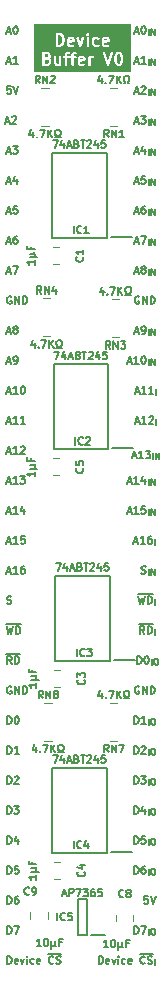
<source format=gto>
%TF.GenerationSoftware,KiCad,Pcbnew,7.0.5*%
%TF.CreationDate,2024-02-01T17:27:31+02:00*%
%TF.ProjectId,Device Buffer,44657669-6365-4204-9275-666665722e6b,rev?*%
%TF.SameCoordinates,Original*%
%TF.FileFunction,Legend,Top*%
%TF.FilePolarity,Positive*%
%FSLAX46Y46*%
G04 Gerber Fmt 4.6, Leading zero omitted, Abs format (unit mm)*
G04 Created by KiCad (PCBNEW 7.0.5) date 2024-02-01 17:27:31*
%MOMM*%
%LPD*%
G01*
G04 APERTURE LIST*
%ADD10C,0.150000*%
%ADD11C,0.200000*%
%ADD12C,0.100000*%
%ADD13C,0.120000*%
G04 APERTURE END LIST*
D10*
X101035649Y-119665963D02*
X101035649Y-119030963D01*
X101035649Y-119030963D02*
X101186839Y-119030963D01*
X101186839Y-119030963D02*
X101277554Y-119061201D01*
X101277554Y-119061201D02*
X101338030Y-119121677D01*
X101338030Y-119121677D02*
X101368268Y-119182153D01*
X101368268Y-119182153D02*
X101398506Y-119303105D01*
X101398506Y-119303105D02*
X101398506Y-119393820D01*
X101398506Y-119393820D02*
X101368268Y-119514772D01*
X101368268Y-119514772D02*
X101338030Y-119575248D01*
X101338030Y-119575248D02*
X101277554Y-119635725D01*
X101277554Y-119635725D02*
X101186839Y-119665963D01*
X101186839Y-119665963D02*
X101035649Y-119665963D01*
X101640411Y-119091439D02*
X101670649Y-119061201D01*
X101670649Y-119061201D02*
X101731125Y-119030963D01*
X101731125Y-119030963D02*
X101882316Y-119030963D01*
X101882316Y-119030963D02*
X101942792Y-119061201D01*
X101942792Y-119061201D02*
X101973030Y-119091439D01*
X101973030Y-119091439D02*
X102003268Y-119151915D01*
X102003268Y-119151915D02*
X102003268Y-119212391D01*
X102003268Y-119212391D02*
X101973030Y-119303105D01*
X101973030Y-119303105D02*
X101610173Y-119665963D01*
X101610173Y-119665963D02*
X102003268Y-119665963D01*
X102245173Y-119736115D02*
X102245173Y-119228115D01*
X102583840Y-119228115D02*
X102680602Y-119228115D01*
X102680602Y-119228115D02*
X102728983Y-119252305D01*
X102728983Y-119252305D02*
X102777364Y-119300686D01*
X102777364Y-119300686D02*
X102801554Y-119397448D01*
X102801554Y-119397448D02*
X102801554Y-119566782D01*
X102801554Y-119566782D02*
X102777364Y-119663544D01*
X102777364Y-119663544D02*
X102728983Y-119711925D01*
X102728983Y-119711925D02*
X102680602Y-119736115D01*
X102680602Y-119736115D02*
X102583840Y-119736115D01*
X102583840Y-119736115D02*
X102535459Y-119711925D01*
X102535459Y-119711925D02*
X102487078Y-119663544D01*
X102487078Y-119663544D02*
X102462887Y-119566782D01*
X102462887Y-119566782D02*
X102462887Y-119397448D01*
X102462887Y-119397448D02*
X102487078Y-119300686D01*
X102487078Y-119300686D02*
X102535459Y-119252305D01*
X102535459Y-119252305D02*
X102583840Y-119228115D01*
X101446887Y-80961201D02*
X101386411Y-80930963D01*
X101386411Y-80930963D02*
X101295697Y-80930963D01*
X101295697Y-80930963D02*
X101204982Y-80961201D01*
X101204982Y-80961201D02*
X101144506Y-81021677D01*
X101144506Y-81021677D02*
X101114268Y-81082153D01*
X101114268Y-81082153D02*
X101084030Y-81203105D01*
X101084030Y-81203105D02*
X101084030Y-81293820D01*
X101084030Y-81293820D02*
X101114268Y-81414772D01*
X101114268Y-81414772D02*
X101144506Y-81475248D01*
X101144506Y-81475248D02*
X101204982Y-81535725D01*
X101204982Y-81535725D02*
X101295697Y-81565963D01*
X101295697Y-81565963D02*
X101356173Y-81565963D01*
X101356173Y-81565963D02*
X101446887Y-81535725D01*
X101446887Y-81535725D02*
X101477125Y-81505486D01*
X101477125Y-81505486D02*
X101477125Y-81293820D01*
X101477125Y-81293820D02*
X101356173Y-81293820D01*
X101749268Y-81565963D02*
X101749268Y-80930963D01*
X101749268Y-80930963D02*
X102112125Y-81565963D01*
X102112125Y-81565963D02*
X102112125Y-80930963D01*
X102414506Y-81565963D02*
X102414506Y-80930963D01*
X102414506Y-80930963D02*
X102565696Y-80930963D01*
X102565696Y-80930963D02*
X102656411Y-80961201D01*
X102656411Y-80961201D02*
X102716887Y-81021677D01*
X102716887Y-81021677D02*
X102747125Y-81082153D01*
X102747125Y-81082153D02*
X102777363Y-81203105D01*
X102777363Y-81203105D02*
X102777363Y-81293820D01*
X102777363Y-81293820D02*
X102747125Y-81414772D01*
X102747125Y-81414772D02*
X102716887Y-81475248D01*
X102716887Y-81475248D02*
X102656411Y-81535725D01*
X102656411Y-81535725D02*
X102565696Y-81565963D01*
X102565696Y-81565963D02*
X102414506Y-81565963D01*
X101035649Y-127285963D02*
X101035649Y-126650963D01*
X101035649Y-126650963D02*
X101186839Y-126650963D01*
X101186839Y-126650963D02*
X101277554Y-126681201D01*
X101277554Y-126681201D02*
X101338030Y-126741677D01*
X101338030Y-126741677D02*
X101368268Y-126802153D01*
X101368268Y-126802153D02*
X101398506Y-126923105D01*
X101398506Y-126923105D02*
X101398506Y-127013820D01*
X101398506Y-127013820D02*
X101368268Y-127134772D01*
X101368268Y-127134772D02*
X101338030Y-127195248D01*
X101338030Y-127195248D02*
X101277554Y-127255725D01*
X101277554Y-127255725D02*
X101186839Y-127285963D01*
X101186839Y-127285963D02*
X101035649Y-127285963D01*
X101973030Y-126650963D02*
X101670649Y-126650963D01*
X101670649Y-126650963D02*
X101640411Y-126953344D01*
X101640411Y-126953344D02*
X101670649Y-126923105D01*
X101670649Y-126923105D02*
X101731125Y-126892867D01*
X101731125Y-126892867D02*
X101882316Y-126892867D01*
X101882316Y-126892867D02*
X101942792Y-126923105D01*
X101942792Y-126923105D02*
X101973030Y-126953344D01*
X101973030Y-126953344D02*
X102003268Y-127013820D01*
X102003268Y-127013820D02*
X102003268Y-127165010D01*
X102003268Y-127165010D02*
X101973030Y-127225486D01*
X101973030Y-127225486D02*
X101942792Y-127255725D01*
X101942792Y-127255725D02*
X101882316Y-127285963D01*
X101882316Y-127285963D02*
X101731125Y-127285963D01*
X101731125Y-127285963D02*
X101670649Y-127255725D01*
X101670649Y-127255725D02*
X101640411Y-127225486D01*
X102245173Y-127356115D02*
X102245173Y-126848115D01*
X102583840Y-126848115D02*
X102680602Y-126848115D01*
X102680602Y-126848115D02*
X102728983Y-126872305D01*
X102728983Y-126872305D02*
X102777364Y-126920686D01*
X102777364Y-126920686D02*
X102801554Y-127017448D01*
X102801554Y-127017448D02*
X102801554Y-127186782D01*
X102801554Y-127186782D02*
X102777364Y-127283544D01*
X102777364Y-127283544D02*
X102728983Y-127331925D01*
X102728983Y-127331925D02*
X102680602Y-127356115D01*
X102680602Y-127356115D02*
X102583840Y-127356115D01*
X102583840Y-127356115D02*
X102535459Y-127331925D01*
X102535459Y-127331925D02*
X102487078Y-127283544D01*
X102487078Y-127283544D02*
X102462887Y-127186782D01*
X102462887Y-127186782D02*
X102462887Y-127017448D01*
X102462887Y-127017448D02*
X102487078Y-126920686D01*
X102487078Y-126920686D02*
X102535459Y-126872305D01*
X102535459Y-126872305D02*
X102583840Y-126848115D01*
X100491363Y-96624534D02*
X100793744Y-96624534D01*
X100430887Y-96805963D02*
X100642553Y-96170963D01*
X100642553Y-96170963D02*
X100854220Y-96805963D01*
X101398506Y-96805963D02*
X101035649Y-96805963D01*
X101217077Y-96805963D02*
X101217077Y-96170963D01*
X101217077Y-96170963D02*
X101156601Y-96261677D01*
X101156601Y-96261677D02*
X101096125Y-96322153D01*
X101096125Y-96322153D02*
X101035649Y-96352391D01*
X101942792Y-96382629D02*
X101942792Y-96805963D01*
X101791601Y-96140725D02*
X101640411Y-96594296D01*
X101640411Y-96594296D02*
X102033506Y-96594296D01*
X102245173Y-96876115D02*
X102245173Y-96368115D01*
X102487078Y-96876115D02*
X102487078Y-96368115D01*
X102487078Y-96368115D02*
X102777364Y-96876115D01*
X102777364Y-96876115D02*
X102777364Y-96368115D01*
X90625493Y-113981201D02*
X90565017Y-113950963D01*
X90565017Y-113950963D02*
X90474303Y-113950963D01*
X90474303Y-113950963D02*
X90383588Y-113981201D01*
X90383588Y-113981201D02*
X90323112Y-114041677D01*
X90323112Y-114041677D02*
X90292874Y-114102153D01*
X90292874Y-114102153D02*
X90262636Y-114223105D01*
X90262636Y-114223105D02*
X90262636Y-114313820D01*
X90262636Y-114313820D02*
X90292874Y-114434772D01*
X90292874Y-114434772D02*
X90323112Y-114495248D01*
X90323112Y-114495248D02*
X90383588Y-114555725D01*
X90383588Y-114555725D02*
X90474303Y-114585963D01*
X90474303Y-114585963D02*
X90534779Y-114585963D01*
X90534779Y-114585963D02*
X90625493Y-114555725D01*
X90625493Y-114555725D02*
X90655731Y-114525486D01*
X90655731Y-114525486D02*
X90655731Y-114313820D01*
X90655731Y-114313820D02*
X90534779Y-114313820D01*
X90927874Y-114585963D02*
X90927874Y-113950963D01*
X90927874Y-113950963D02*
X91290731Y-114585963D01*
X91290731Y-114585963D02*
X91290731Y-113950963D01*
X91593112Y-114585963D02*
X91593112Y-113950963D01*
X91593112Y-113950963D02*
X91744302Y-113950963D01*
X91744302Y-113950963D02*
X91835017Y-113981201D01*
X91835017Y-113981201D02*
X91895493Y-114041677D01*
X91895493Y-114041677D02*
X91925731Y-114102153D01*
X91925731Y-114102153D02*
X91955969Y-114223105D01*
X91955969Y-114223105D02*
X91955969Y-114313820D01*
X91955969Y-114313820D02*
X91925731Y-114434772D01*
X91925731Y-114434772D02*
X91895493Y-114495248D01*
X91895493Y-114495248D02*
X91835017Y-114555725D01*
X91835017Y-114555725D02*
X91744302Y-114585963D01*
X91744302Y-114585963D02*
X91593112Y-114585963D01*
X101289649Y-112045963D02*
X101289649Y-111410963D01*
X101289649Y-111410963D02*
X101440839Y-111410963D01*
X101440839Y-111410963D02*
X101531554Y-111441201D01*
X101531554Y-111441201D02*
X101592030Y-111501677D01*
X101592030Y-111501677D02*
X101622268Y-111562153D01*
X101622268Y-111562153D02*
X101652506Y-111683105D01*
X101652506Y-111683105D02*
X101652506Y-111773820D01*
X101652506Y-111773820D02*
X101622268Y-111894772D01*
X101622268Y-111894772D02*
X101592030Y-111955248D01*
X101592030Y-111955248D02*
X101531554Y-112015725D01*
X101531554Y-112015725D02*
X101440839Y-112045963D01*
X101440839Y-112045963D02*
X101289649Y-112045963D01*
X102045601Y-111410963D02*
X102106078Y-111410963D01*
X102106078Y-111410963D02*
X102166554Y-111441201D01*
X102166554Y-111441201D02*
X102196792Y-111471439D01*
X102196792Y-111471439D02*
X102227030Y-111531915D01*
X102227030Y-111531915D02*
X102257268Y-111652867D01*
X102257268Y-111652867D02*
X102257268Y-111804058D01*
X102257268Y-111804058D02*
X102227030Y-111925010D01*
X102227030Y-111925010D02*
X102196792Y-111985486D01*
X102196792Y-111985486D02*
X102166554Y-112015725D01*
X102166554Y-112015725D02*
X102106078Y-112045963D01*
X102106078Y-112045963D02*
X102045601Y-112045963D01*
X102045601Y-112045963D02*
X101985125Y-112015725D01*
X101985125Y-112015725D02*
X101954887Y-111985486D01*
X101954887Y-111985486D02*
X101924649Y-111925010D01*
X101924649Y-111925010D02*
X101894411Y-111804058D01*
X101894411Y-111804058D02*
X101894411Y-111652867D01*
X101894411Y-111652867D02*
X101924649Y-111531915D01*
X101924649Y-111531915D02*
X101954887Y-111471439D01*
X101954887Y-111471439D02*
X101985125Y-111441201D01*
X101985125Y-111441201D02*
X102045601Y-111410963D01*
X102499173Y-112116115D02*
X102499173Y-111608115D01*
X102837840Y-111608115D02*
X102934602Y-111608115D01*
X102934602Y-111608115D02*
X102982983Y-111632305D01*
X102982983Y-111632305D02*
X103031364Y-111680686D01*
X103031364Y-111680686D02*
X103055554Y-111777448D01*
X103055554Y-111777448D02*
X103055554Y-111946782D01*
X103055554Y-111946782D02*
X103031364Y-112043544D01*
X103031364Y-112043544D02*
X102982983Y-112091925D01*
X102982983Y-112091925D02*
X102934602Y-112116115D01*
X102934602Y-112116115D02*
X102837840Y-112116115D01*
X102837840Y-112116115D02*
X102789459Y-112091925D01*
X102789459Y-112091925D02*
X102741078Y-112043544D01*
X102741078Y-112043544D02*
X102716887Y-111946782D01*
X102716887Y-111946782D02*
X102716887Y-111777448D01*
X102716887Y-111777448D02*
X102741078Y-111680686D01*
X102741078Y-111680686D02*
X102789459Y-111632305D01*
X102789459Y-111632305D02*
X102837840Y-111608115D01*
X90262636Y-91544534D02*
X90565017Y-91544534D01*
X90202160Y-91725963D02*
X90413826Y-91090963D01*
X90413826Y-91090963D02*
X90625493Y-91725963D01*
X91169779Y-91725963D02*
X90806922Y-91725963D01*
X90988350Y-91725963D02*
X90988350Y-91090963D01*
X90988350Y-91090963D02*
X90927874Y-91181677D01*
X90927874Y-91181677D02*
X90867398Y-91242153D01*
X90867398Y-91242153D02*
X90806922Y-91272391D01*
X91774541Y-91725963D02*
X91411684Y-91725963D01*
X91593112Y-91725963D02*
X91593112Y-91090963D01*
X91593112Y-91090963D02*
X91532636Y-91181677D01*
X91532636Y-91181677D02*
X91472160Y-91242153D01*
X91472160Y-91242153D02*
X91411684Y-91272391D01*
X90595255Y-63150963D02*
X90292874Y-63150963D01*
X90292874Y-63150963D02*
X90262636Y-63453344D01*
X90262636Y-63453344D02*
X90292874Y-63423105D01*
X90292874Y-63423105D02*
X90353350Y-63392867D01*
X90353350Y-63392867D02*
X90504541Y-63392867D01*
X90504541Y-63392867D02*
X90565017Y-63423105D01*
X90565017Y-63423105D02*
X90595255Y-63453344D01*
X90595255Y-63453344D02*
X90625493Y-63513820D01*
X90625493Y-63513820D02*
X90625493Y-63665010D01*
X90625493Y-63665010D02*
X90595255Y-63725486D01*
X90595255Y-63725486D02*
X90565017Y-63755725D01*
X90565017Y-63755725D02*
X90504541Y-63785963D01*
X90504541Y-63785963D02*
X90353350Y-63785963D01*
X90353350Y-63785963D02*
X90292874Y-63755725D01*
X90292874Y-63755725D02*
X90262636Y-63725486D01*
X90806922Y-63150963D02*
X91018588Y-63785963D01*
X91018588Y-63785963D02*
X91230255Y-63150963D01*
X90262636Y-83924534D02*
X90565017Y-83924534D01*
X90202160Y-84105963D02*
X90413826Y-83470963D01*
X90413826Y-83470963D02*
X90625493Y-84105963D01*
X90927874Y-83743105D02*
X90867398Y-83712867D01*
X90867398Y-83712867D02*
X90837160Y-83682629D01*
X90837160Y-83682629D02*
X90806922Y-83622153D01*
X90806922Y-83622153D02*
X90806922Y-83591915D01*
X90806922Y-83591915D02*
X90837160Y-83531439D01*
X90837160Y-83531439D02*
X90867398Y-83501201D01*
X90867398Y-83501201D02*
X90927874Y-83470963D01*
X90927874Y-83470963D02*
X91048827Y-83470963D01*
X91048827Y-83470963D02*
X91109303Y-83501201D01*
X91109303Y-83501201D02*
X91139541Y-83531439D01*
X91139541Y-83531439D02*
X91169779Y-83591915D01*
X91169779Y-83591915D02*
X91169779Y-83622153D01*
X91169779Y-83622153D02*
X91139541Y-83682629D01*
X91139541Y-83682629D02*
X91109303Y-83712867D01*
X91109303Y-83712867D02*
X91048827Y-83743105D01*
X91048827Y-83743105D02*
X90927874Y-83743105D01*
X90927874Y-83743105D02*
X90867398Y-83773344D01*
X90867398Y-83773344D02*
X90837160Y-83803582D01*
X90837160Y-83803582D02*
X90806922Y-83864058D01*
X90806922Y-83864058D02*
X90806922Y-83985010D01*
X90806922Y-83985010D02*
X90837160Y-84045486D01*
X90837160Y-84045486D02*
X90867398Y-84075725D01*
X90867398Y-84075725D02*
X90927874Y-84105963D01*
X90927874Y-84105963D02*
X91048827Y-84105963D01*
X91048827Y-84105963D02*
X91109303Y-84075725D01*
X91109303Y-84075725D02*
X91139541Y-84045486D01*
X91139541Y-84045486D02*
X91169779Y-83985010D01*
X91169779Y-83985010D02*
X91169779Y-83864058D01*
X91169779Y-83864058D02*
X91139541Y-83803582D01*
X91139541Y-83803582D02*
X91109303Y-83773344D01*
X91109303Y-83773344D02*
X91048827Y-83743105D01*
X101640411Y-104395725D02*
X101731125Y-104425963D01*
X101731125Y-104425963D02*
X101882316Y-104425963D01*
X101882316Y-104425963D02*
X101942792Y-104395725D01*
X101942792Y-104395725D02*
X101973030Y-104365486D01*
X101973030Y-104365486D02*
X102003268Y-104305010D01*
X102003268Y-104305010D02*
X102003268Y-104244534D01*
X102003268Y-104244534D02*
X101973030Y-104184058D01*
X101973030Y-104184058D02*
X101942792Y-104153820D01*
X101942792Y-104153820D02*
X101882316Y-104123582D01*
X101882316Y-104123582D02*
X101761363Y-104093344D01*
X101761363Y-104093344D02*
X101700887Y-104063105D01*
X101700887Y-104063105D02*
X101670649Y-104032867D01*
X101670649Y-104032867D02*
X101640411Y-103972391D01*
X101640411Y-103972391D02*
X101640411Y-103911915D01*
X101640411Y-103911915D02*
X101670649Y-103851439D01*
X101670649Y-103851439D02*
X101700887Y-103821201D01*
X101700887Y-103821201D02*
X101761363Y-103790963D01*
X101761363Y-103790963D02*
X101912554Y-103790963D01*
X101912554Y-103790963D02*
X102003268Y-103821201D01*
X102245173Y-104496115D02*
X102245173Y-103988115D01*
X102487078Y-104496115D02*
X102487078Y-103988115D01*
X102487078Y-103988115D02*
X102777364Y-104496115D01*
X102777364Y-104496115D02*
X102777364Y-103988115D01*
X90262636Y-89004534D02*
X90565017Y-89004534D01*
X90202160Y-89185963D02*
X90413826Y-88550963D01*
X90413826Y-88550963D02*
X90625493Y-89185963D01*
X91169779Y-89185963D02*
X90806922Y-89185963D01*
X90988350Y-89185963D02*
X90988350Y-88550963D01*
X90988350Y-88550963D02*
X90927874Y-88641677D01*
X90927874Y-88641677D02*
X90867398Y-88702153D01*
X90867398Y-88702153D02*
X90806922Y-88732391D01*
X91562874Y-88550963D02*
X91623351Y-88550963D01*
X91623351Y-88550963D02*
X91683827Y-88581201D01*
X91683827Y-88581201D02*
X91714065Y-88611439D01*
X91714065Y-88611439D02*
X91744303Y-88671915D01*
X91744303Y-88671915D02*
X91774541Y-88792867D01*
X91774541Y-88792867D02*
X91774541Y-88944058D01*
X91774541Y-88944058D02*
X91744303Y-89065010D01*
X91744303Y-89065010D02*
X91714065Y-89125486D01*
X91714065Y-89125486D02*
X91683827Y-89155725D01*
X91683827Y-89155725D02*
X91623351Y-89185963D01*
X91623351Y-89185963D02*
X91562874Y-89185963D01*
X91562874Y-89185963D02*
X91502398Y-89155725D01*
X91502398Y-89155725D02*
X91472160Y-89125486D01*
X91472160Y-89125486D02*
X91441922Y-89065010D01*
X91441922Y-89065010D02*
X91411684Y-88944058D01*
X91411684Y-88944058D02*
X91411684Y-88792867D01*
X91411684Y-88792867D02*
X91441922Y-88671915D01*
X91441922Y-88671915D02*
X91472160Y-88611439D01*
X91472160Y-88611439D02*
X91502398Y-88581201D01*
X91502398Y-88581201D02*
X91562874Y-88550963D01*
X90262636Y-68684534D02*
X90565017Y-68684534D01*
X90202160Y-68865963D02*
X90413826Y-68230963D01*
X90413826Y-68230963D02*
X90625493Y-68865963D01*
X90776684Y-68230963D02*
X91169779Y-68230963D01*
X91169779Y-68230963D02*
X90958112Y-68472867D01*
X90958112Y-68472867D02*
X91048827Y-68472867D01*
X91048827Y-68472867D02*
X91109303Y-68503105D01*
X91109303Y-68503105D02*
X91139541Y-68533344D01*
X91139541Y-68533344D02*
X91169779Y-68593820D01*
X91169779Y-68593820D02*
X91169779Y-68745010D01*
X91169779Y-68745010D02*
X91139541Y-68805486D01*
X91139541Y-68805486D02*
X91109303Y-68835725D01*
X91109303Y-68835725D02*
X91048827Y-68865963D01*
X91048827Y-68865963D02*
X90867398Y-68865963D01*
X90867398Y-68865963D02*
X90806922Y-68835725D01*
X90806922Y-68835725D02*
X90776684Y-68805486D01*
X101096125Y-68684534D02*
X101398506Y-68684534D01*
X101035649Y-68865963D02*
X101247315Y-68230963D01*
X101247315Y-68230963D02*
X101458982Y-68865963D01*
X101942792Y-68442629D02*
X101942792Y-68865963D01*
X101791601Y-68200725D02*
X101640411Y-68654296D01*
X101640411Y-68654296D02*
X102033506Y-68654296D01*
X102245173Y-68936115D02*
X102245173Y-68428115D01*
X102487078Y-68936115D02*
X102487078Y-68428115D01*
X102487078Y-68428115D02*
X102777364Y-68936115D01*
X102777364Y-68936115D02*
X102777364Y-68428115D01*
X90262636Y-73764534D02*
X90565017Y-73764534D01*
X90202160Y-73945963D02*
X90413826Y-73310963D01*
X90413826Y-73310963D02*
X90625493Y-73945963D01*
X91139541Y-73310963D02*
X90837160Y-73310963D01*
X90837160Y-73310963D02*
X90806922Y-73613344D01*
X90806922Y-73613344D02*
X90837160Y-73583105D01*
X90837160Y-73583105D02*
X90897636Y-73552867D01*
X90897636Y-73552867D02*
X91048827Y-73552867D01*
X91048827Y-73552867D02*
X91109303Y-73583105D01*
X91109303Y-73583105D02*
X91139541Y-73613344D01*
X91139541Y-73613344D02*
X91169779Y-73673820D01*
X91169779Y-73673820D02*
X91169779Y-73825010D01*
X91169779Y-73825010D02*
X91139541Y-73885486D01*
X91139541Y-73885486D02*
X91109303Y-73915725D01*
X91109303Y-73915725D02*
X91048827Y-73945963D01*
X91048827Y-73945963D02*
X90897636Y-73945963D01*
X90897636Y-73945963D02*
X90837160Y-73915725D01*
X90837160Y-73915725D02*
X90806922Y-73885486D01*
X90262636Y-86464534D02*
X90565017Y-86464534D01*
X90202160Y-86645963D02*
X90413826Y-86010963D01*
X90413826Y-86010963D02*
X90625493Y-86645963D01*
X90867398Y-86645963D02*
X90988350Y-86645963D01*
X90988350Y-86645963D02*
X91048827Y-86615725D01*
X91048827Y-86615725D02*
X91079065Y-86585486D01*
X91079065Y-86585486D02*
X91139541Y-86494772D01*
X91139541Y-86494772D02*
X91169779Y-86373820D01*
X91169779Y-86373820D02*
X91169779Y-86131915D01*
X91169779Y-86131915D02*
X91139541Y-86071439D01*
X91139541Y-86071439D02*
X91109303Y-86041201D01*
X91109303Y-86041201D02*
X91048827Y-86010963D01*
X91048827Y-86010963D02*
X90927874Y-86010963D01*
X90927874Y-86010963D02*
X90867398Y-86041201D01*
X90867398Y-86041201D02*
X90837160Y-86071439D01*
X90837160Y-86071439D02*
X90806922Y-86131915D01*
X90806922Y-86131915D02*
X90806922Y-86283105D01*
X90806922Y-86283105D02*
X90837160Y-86343582D01*
X90837160Y-86343582D02*
X90867398Y-86373820D01*
X90867398Y-86373820D02*
X90927874Y-86404058D01*
X90927874Y-86404058D02*
X91048827Y-86404058D01*
X91048827Y-86404058D02*
X91109303Y-86373820D01*
X91109303Y-86373820D02*
X91139541Y-86343582D01*
X91139541Y-86343582D02*
X91169779Y-86283105D01*
X101096125Y-73764534D02*
X101398506Y-73764534D01*
X101035649Y-73945963D02*
X101247315Y-73310963D01*
X101247315Y-73310963D02*
X101458982Y-73945963D01*
X101942792Y-73310963D02*
X101821839Y-73310963D01*
X101821839Y-73310963D02*
X101761363Y-73341201D01*
X101761363Y-73341201D02*
X101731125Y-73371439D01*
X101731125Y-73371439D02*
X101670649Y-73462153D01*
X101670649Y-73462153D02*
X101640411Y-73583105D01*
X101640411Y-73583105D02*
X101640411Y-73825010D01*
X101640411Y-73825010D02*
X101670649Y-73885486D01*
X101670649Y-73885486D02*
X101700887Y-73915725D01*
X101700887Y-73915725D02*
X101761363Y-73945963D01*
X101761363Y-73945963D02*
X101882316Y-73945963D01*
X101882316Y-73945963D02*
X101942792Y-73915725D01*
X101942792Y-73915725D02*
X101973030Y-73885486D01*
X101973030Y-73885486D02*
X102003268Y-73825010D01*
X102003268Y-73825010D02*
X102003268Y-73673820D01*
X102003268Y-73673820D02*
X101973030Y-73613344D01*
X101973030Y-73613344D02*
X101942792Y-73583105D01*
X101942792Y-73583105D02*
X101882316Y-73552867D01*
X101882316Y-73552867D02*
X101761363Y-73552867D01*
X101761363Y-73552867D02*
X101700887Y-73583105D01*
X101700887Y-73583105D02*
X101670649Y-73613344D01*
X101670649Y-73613344D02*
X101640411Y-73673820D01*
X102245173Y-74016115D02*
X102245173Y-73508115D01*
X102487078Y-74016115D02*
X102487078Y-73508115D01*
X102487078Y-73508115D02*
X102777364Y-74016115D01*
X102777364Y-74016115D02*
X102777364Y-73508115D01*
X100872363Y-94465534D02*
X101174744Y-94465534D01*
X100811887Y-94646963D02*
X101023553Y-94011963D01*
X101023553Y-94011963D02*
X101235220Y-94646963D01*
X101779506Y-94646963D02*
X101416649Y-94646963D01*
X101598077Y-94646963D02*
X101598077Y-94011963D01*
X101598077Y-94011963D02*
X101537601Y-94102677D01*
X101537601Y-94102677D02*
X101477125Y-94163153D01*
X101477125Y-94163153D02*
X101416649Y-94193391D01*
X101991173Y-94011963D02*
X102384268Y-94011963D01*
X102384268Y-94011963D02*
X102172601Y-94253867D01*
X102172601Y-94253867D02*
X102263316Y-94253867D01*
X102263316Y-94253867D02*
X102323792Y-94284105D01*
X102323792Y-94284105D02*
X102354030Y-94314344D01*
X102354030Y-94314344D02*
X102384268Y-94374820D01*
X102384268Y-94374820D02*
X102384268Y-94526010D01*
X102384268Y-94526010D02*
X102354030Y-94586486D01*
X102354030Y-94586486D02*
X102323792Y-94616725D01*
X102323792Y-94616725D02*
X102263316Y-94646963D01*
X102263316Y-94646963D02*
X102081887Y-94646963D01*
X102081887Y-94646963D02*
X102021411Y-94616725D01*
X102021411Y-94616725D02*
X101991173Y-94586486D01*
X102626173Y-94717115D02*
X102626173Y-94209115D01*
X102868078Y-94717115D02*
X102868078Y-94209115D01*
X102868078Y-94209115D02*
X103158364Y-94717115D01*
X103158364Y-94717115D02*
X103158364Y-94209115D01*
X90292874Y-119665963D02*
X90292874Y-119030963D01*
X90292874Y-119030963D02*
X90444064Y-119030963D01*
X90444064Y-119030963D02*
X90534779Y-119061201D01*
X90534779Y-119061201D02*
X90595255Y-119121677D01*
X90595255Y-119121677D02*
X90625493Y-119182153D01*
X90625493Y-119182153D02*
X90655731Y-119303105D01*
X90655731Y-119303105D02*
X90655731Y-119393820D01*
X90655731Y-119393820D02*
X90625493Y-119514772D01*
X90625493Y-119514772D02*
X90595255Y-119575248D01*
X90595255Y-119575248D02*
X90534779Y-119635725D01*
X90534779Y-119635725D02*
X90444064Y-119665963D01*
X90444064Y-119665963D02*
X90292874Y-119665963D01*
X91260493Y-119665963D02*
X90897636Y-119665963D01*
X91079064Y-119665963D02*
X91079064Y-119030963D01*
X91079064Y-119030963D02*
X91018588Y-119121677D01*
X91018588Y-119121677D02*
X90958112Y-119182153D01*
X90958112Y-119182153D02*
X90897636Y-119212391D01*
X90262636Y-99164534D02*
X90565017Y-99164534D01*
X90202160Y-99345963D02*
X90413826Y-98710963D01*
X90413826Y-98710963D02*
X90625493Y-99345963D01*
X91169779Y-99345963D02*
X90806922Y-99345963D01*
X90988350Y-99345963D02*
X90988350Y-98710963D01*
X90988350Y-98710963D02*
X90927874Y-98801677D01*
X90927874Y-98801677D02*
X90867398Y-98862153D01*
X90867398Y-98862153D02*
X90806922Y-98892391D01*
X91714065Y-98922629D02*
X91714065Y-99345963D01*
X91562874Y-98680725D02*
X91411684Y-99134296D01*
X91411684Y-99134296D02*
X91804779Y-99134296D01*
X90292874Y-124745963D02*
X90292874Y-124110963D01*
X90292874Y-124110963D02*
X90444064Y-124110963D01*
X90444064Y-124110963D02*
X90534779Y-124141201D01*
X90534779Y-124141201D02*
X90595255Y-124201677D01*
X90595255Y-124201677D02*
X90625493Y-124262153D01*
X90625493Y-124262153D02*
X90655731Y-124383105D01*
X90655731Y-124383105D02*
X90655731Y-124473820D01*
X90655731Y-124473820D02*
X90625493Y-124594772D01*
X90625493Y-124594772D02*
X90595255Y-124655248D01*
X90595255Y-124655248D02*
X90534779Y-124715725D01*
X90534779Y-124715725D02*
X90444064Y-124745963D01*
X90444064Y-124745963D02*
X90292874Y-124745963D01*
X90867398Y-124110963D02*
X91260493Y-124110963D01*
X91260493Y-124110963D02*
X91048826Y-124352867D01*
X91048826Y-124352867D02*
X91139541Y-124352867D01*
X91139541Y-124352867D02*
X91200017Y-124383105D01*
X91200017Y-124383105D02*
X91230255Y-124413344D01*
X91230255Y-124413344D02*
X91260493Y-124473820D01*
X91260493Y-124473820D02*
X91260493Y-124625010D01*
X91260493Y-124625010D02*
X91230255Y-124685486D01*
X91230255Y-124685486D02*
X91200017Y-124715725D01*
X91200017Y-124715725D02*
X91139541Y-124745963D01*
X91139541Y-124745963D02*
X90958112Y-124745963D01*
X90958112Y-124745963D02*
X90897636Y-124715725D01*
X90897636Y-124715725D02*
X90867398Y-124685486D01*
X101035649Y-129825963D02*
X101035649Y-129190963D01*
X101035649Y-129190963D02*
X101186839Y-129190963D01*
X101186839Y-129190963D02*
X101277554Y-129221201D01*
X101277554Y-129221201D02*
X101338030Y-129281677D01*
X101338030Y-129281677D02*
X101368268Y-129342153D01*
X101368268Y-129342153D02*
X101398506Y-129463105D01*
X101398506Y-129463105D02*
X101398506Y-129553820D01*
X101398506Y-129553820D02*
X101368268Y-129674772D01*
X101368268Y-129674772D02*
X101338030Y-129735248D01*
X101338030Y-129735248D02*
X101277554Y-129795725D01*
X101277554Y-129795725D02*
X101186839Y-129825963D01*
X101186839Y-129825963D02*
X101035649Y-129825963D01*
X101942792Y-129190963D02*
X101821839Y-129190963D01*
X101821839Y-129190963D02*
X101761363Y-129221201D01*
X101761363Y-129221201D02*
X101731125Y-129251439D01*
X101731125Y-129251439D02*
X101670649Y-129342153D01*
X101670649Y-129342153D02*
X101640411Y-129463105D01*
X101640411Y-129463105D02*
X101640411Y-129705010D01*
X101640411Y-129705010D02*
X101670649Y-129765486D01*
X101670649Y-129765486D02*
X101700887Y-129795725D01*
X101700887Y-129795725D02*
X101761363Y-129825963D01*
X101761363Y-129825963D02*
X101882316Y-129825963D01*
X101882316Y-129825963D02*
X101942792Y-129795725D01*
X101942792Y-129795725D02*
X101973030Y-129765486D01*
X101973030Y-129765486D02*
X102003268Y-129705010D01*
X102003268Y-129705010D02*
X102003268Y-129553820D01*
X102003268Y-129553820D02*
X101973030Y-129493344D01*
X101973030Y-129493344D02*
X101942792Y-129463105D01*
X101942792Y-129463105D02*
X101882316Y-129432867D01*
X101882316Y-129432867D02*
X101761363Y-129432867D01*
X101761363Y-129432867D02*
X101700887Y-129463105D01*
X101700887Y-129463105D02*
X101670649Y-129493344D01*
X101670649Y-129493344D02*
X101640411Y-129553820D01*
X102245173Y-129896115D02*
X102245173Y-129388115D01*
X102583840Y-129388115D02*
X102680602Y-129388115D01*
X102680602Y-129388115D02*
X102728983Y-129412305D01*
X102728983Y-129412305D02*
X102777364Y-129460686D01*
X102777364Y-129460686D02*
X102801554Y-129557448D01*
X102801554Y-129557448D02*
X102801554Y-129726782D01*
X102801554Y-129726782D02*
X102777364Y-129823544D01*
X102777364Y-129823544D02*
X102728983Y-129871925D01*
X102728983Y-129871925D02*
X102680602Y-129896115D01*
X102680602Y-129896115D02*
X102583840Y-129896115D01*
X102583840Y-129896115D02*
X102535459Y-129871925D01*
X102535459Y-129871925D02*
X102487078Y-129823544D01*
X102487078Y-129823544D02*
X102462887Y-129726782D01*
X102462887Y-129726782D02*
X102462887Y-129557448D01*
X102462887Y-129557448D02*
X102487078Y-129460686D01*
X102487078Y-129460686D02*
X102535459Y-129412305D01*
X102535459Y-129412305D02*
X102583840Y-129388115D01*
X101900458Y-109505963D02*
X101688791Y-109203582D01*
X101537601Y-109505963D02*
X101537601Y-108870963D01*
X101537601Y-108870963D02*
X101779506Y-108870963D01*
X101779506Y-108870963D02*
X101839982Y-108901201D01*
X101839982Y-108901201D02*
X101870220Y-108931439D01*
X101870220Y-108931439D02*
X101900458Y-108991915D01*
X101900458Y-108991915D02*
X101900458Y-109082629D01*
X101900458Y-109082629D02*
X101870220Y-109143105D01*
X101870220Y-109143105D02*
X101839982Y-109173344D01*
X101839982Y-109173344D02*
X101779506Y-109203582D01*
X101779506Y-109203582D02*
X101537601Y-109203582D01*
X102172601Y-109505963D02*
X102172601Y-108870963D01*
X102172601Y-108870963D02*
X102323791Y-108870963D01*
X102323791Y-108870963D02*
X102414506Y-108901201D01*
X102414506Y-108901201D02*
X102474982Y-108961677D01*
X102474982Y-108961677D02*
X102505220Y-109022153D01*
X102505220Y-109022153D02*
X102535458Y-109143105D01*
X102535458Y-109143105D02*
X102535458Y-109233820D01*
X102535458Y-109233820D02*
X102505220Y-109354772D01*
X102505220Y-109354772D02*
X102474982Y-109415248D01*
X102474982Y-109415248D02*
X102414506Y-109475725D01*
X102414506Y-109475725D02*
X102323791Y-109505963D01*
X102323791Y-109505963D02*
X102172601Y-109505963D01*
X101449911Y-108694675D02*
X102592911Y-108694675D01*
X102777363Y-109576115D02*
X102777363Y-109068115D01*
X100491363Y-86464534D02*
X100793744Y-86464534D01*
X100430887Y-86645963D02*
X100642553Y-86010963D01*
X100642553Y-86010963D02*
X100854220Y-86645963D01*
X101398506Y-86645963D02*
X101035649Y-86645963D01*
X101217077Y-86645963D02*
X101217077Y-86010963D01*
X101217077Y-86010963D02*
X101156601Y-86101677D01*
X101156601Y-86101677D02*
X101096125Y-86162153D01*
X101096125Y-86162153D02*
X101035649Y-86192391D01*
X101791601Y-86010963D02*
X101852078Y-86010963D01*
X101852078Y-86010963D02*
X101912554Y-86041201D01*
X101912554Y-86041201D02*
X101942792Y-86071439D01*
X101942792Y-86071439D02*
X101973030Y-86131915D01*
X101973030Y-86131915D02*
X102003268Y-86252867D01*
X102003268Y-86252867D02*
X102003268Y-86404058D01*
X102003268Y-86404058D02*
X101973030Y-86525010D01*
X101973030Y-86525010D02*
X101942792Y-86585486D01*
X101942792Y-86585486D02*
X101912554Y-86615725D01*
X101912554Y-86615725D02*
X101852078Y-86645963D01*
X101852078Y-86645963D02*
X101791601Y-86645963D01*
X101791601Y-86645963D02*
X101731125Y-86615725D01*
X101731125Y-86615725D02*
X101700887Y-86585486D01*
X101700887Y-86585486D02*
X101670649Y-86525010D01*
X101670649Y-86525010D02*
X101640411Y-86404058D01*
X101640411Y-86404058D02*
X101640411Y-86252867D01*
X101640411Y-86252867D02*
X101670649Y-86131915D01*
X101670649Y-86131915D02*
X101700887Y-86071439D01*
X101700887Y-86071439D02*
X101731125Y-86041201D01*
X101731125Y-86041201D02*
X101791601Y-86010963D01*
X102245173Y-86716115D02*
X102245173Y-86208115D01*
X102487078Y-86716115D02*
X102487078Y-86208115D01*
X102487078Y-86208115D02*
X102777364Y-86716115D01*
X102777364Y-86716115D02*
X102777364Y-86208115D01*
X98029980Y-137445963D02*
X98029980Y-136810963D01*
X98029980Y-136810963D02*
X98181170Y-136810963D01*
X98181170Y-136810963D02*
X98271885Y-136841201D01*
X98271885Y-136841201D02*
X98332361Y-136901677D01*
X98332361Y-136901677D02*
X98362599Y-136962153D01*
X98362599Y-136962153D02*
X98392837Y-137083105D01*
X98392837Y-137083105D02*
X98392837Y-137173820D01*
X98392837Y-137173820D02*
X98362599Y-137294772D01*
X98362599Y-137294772D02*
X98332361Y-137355248D01*
X98332361Y-137355248D02*
X98271885Y-137415725D01*
X98271885Y-137415725D02*
X98181170Y-137445963D01*
X98181170Y-137445963D02*
X98029980Y-137445963D01*
X98906885Y-137415725D02*
X98846409Y-137445963D01*
X98846409Y-137445963D02*
X98725456Y-137445963D01*
X98725456Y-137445963D02*
X98664980Y-137415725D01*
X98664980Y-137415725D02*
X98634742Y-137355248D01*
X98634742Y-137355248D02*
X98634742Y-137113344D01*
X98634742Y-137113344D02*
X98664980Y-137052867D01*
X98664980Y-137052867D02*
X98725456Y-137022629D01*
X98725456Y-137022629D02*
X98846409Y-137022629D01*
X98846409Y-137022629D02*
X98906885Y-137052867D01*
X98906885Y-137052867D02*
X98937123Y-137113344D01*
X98937123Y-137113344D02*
X98937123Y-137173820D01*
X98937123Y-137173820D02*
X98634742Y-137234296D01*
X99148790Y-137022629D02*
X99299980Y-137445963D01*
X99299980Y-137445963D02*
X99451171Y-137022629D01*
X99693076Y-137445963D02*
X99693076Y-137022629D01*
X99693076Y-136810963D02*
X99662838Y-136841201D01*
X99662838Y-136841201D02*
X99693076Y-136871439D01*
X99693076Y-136871439D02*
X99723314Y-136841201D01*
X99723314Y-136841201D02*
X99693076Y-136810963D01*
X99693076Y-136810963D02*
X99693076Y-136871439D01*
X100267600Y-137415725D02*
X100207124Y-137445963D01*
X100207124Y-137445963D02*
X100086171Y-137445963D01*
X100086171Y-137445963D02*
X100025695Y-137415725D01*
X100025695Y-137415725D02*
X99995457Y-137385486D01*
X99995457Y-137385486D02*
X99965219Y-137325010D01*
X99965219Y-137325010D02*
X99965219Y-137143582D01*
X99965219Y-137143582D02*
X99995457Y-137083105D01*
X99995457Y-137083105D02*
X100025695Y-137052867D01*
X100025695Y-137052867D02*
X100086171Y-137022629D01*
X100086171Y-137022629D02*
X100207124Y-137022629D01*
X100207124Y-137022629D02*
X100267600Y-137052867D01*
X100781648Y-137415725D02*
X100721172Y-137445963D01*
X100721172Y-137445963D02*
X100600219Y-137445963D01*
X100600219Y-137445963D02*
X100539743Y-137415725D01*
X100539743Y-137415725D02*
X100509505Y-137355248D01*
X100509505Y-137355248D02*
X100509505Y-137113344D01*
X100509505Y-137113344D02*
X100539743Y-137052867D01*
X100539743Y-137052867D02*
X100600219Y-137022629D01*
X100600219Y-137022629D02*
X100721172Y-137022629D01*
X100721172Y-137022629D02*
X100781648Y-137052867D01*
X100781648Y-137052867D02*
X100811886Y-137113344D01*
X100811886Y-137113344D02*
X100811886Y-137173820D01*
X100811886Y-137173820D02*
X100509505Y-137234296D01*
X101930696Y-137385486D02*
X101900458Y-137415725D01*
X101900458Y-137415725D02*
X101809744Y-137445963D01*
X101809744Y-137445963D02*
X101749268Y-137445963D01*
X101749268Y-137445963D02*
X101658553Y-137415725D01*
X101658553Y-137415725D02*
X101598077Y-137355248D01*
X101598077Y-137355248D02*
X101567839Y-137294772D01*
X101567839Y-137294772D02*
X101537601Y-137173820D01*
X101537601Y-137173820D02*
X101537601Y-137083105D01*
X101537601Y-137083105D02*
X101567839Y-136962153D01*
X101567839Y-136962153D02*
X101598077Y-136901677D01*
X101598077Y-136901677D02*
X101658553Y-136841201D01*
X101658553Y-136841201D02*
X101749268Y-136810963D01*
X101749268Y-136810963D02*
X101809744Y-136810963D01*
X101809744Y-136810963D02*
X101900458Y-136841201D01*
X101900458Y-136841201D02*
X101930696Y-136871439D01*
X102172601Y-137415725D02*
X102263315Y-137445963D01*
X102263315Y-137445963D02*
X102414506Y-137445963D01*
X102414506Y-137445963D02*
X102474982Y-137415725D01*
X102474982Y-137415725D02*
X102505220Y-137385486D01*
X102505220Y-137385486D02*
X102535458Y-137325010D01*
X102535458Y-137325010D02*
X102535458Y-137264534D01*
X102535458Y-137264534D02*
X102505220Y-137204058D01*
X102505220Y-137204058D02*
X102474982Y-137173820D01*
X102474982Y-137173820D02*
X102414506Y-137143582D01*
X102414506Y-137143582D02*
X102293553Y-137113344D01*
X102293553Y-137113344D02*
X102233077Y-137083105D01*
X102233077Y-137083105D02*
X102202839Y-137052867D01*
X102202839Y-137052867D02*
X102172601Y-136992391D01*
X102172601Y-136992391D02*
X102172601Y-136931915D01*
X102172601Y-136931915D02*
X102202839Y-136871439D01*
X102202839Y-136871439D02*
X102233077Y-136841201D01*
X102233077Y-136841201D02*
X102293553Y-136810963D01*
X102293553Y-136810963D02*
X102444744Y-136810963D01*
X102444744Y-136810963D02*
X102535458Y-136841201D01*
X101480149Y-136634675D02*
X102592911Y-136634675D01*
X102777363Y-137516115D02*
X102777363Y-137008115D01*
X101386411Y-106330963D02*
X101537601Y-106965963D01*
X101537601Y-106965963D02*
X101658554Y-106512391D01*
X101658554Y-106512391D02*
X101779506Y-106965963D01*
X101779506Y-106965963D02*
X101930697Y-106330963D01*
X102172601Y-106965963D02*
X102172601Y-106330963D01*
X102172601Y-106330963D02*
X102323791Y-106330963D01*
X102323791Y-106330963D02*
X102414506Y-106361201D01*
X102414506Y-106361201D02*
X102474982Y-106421677D01*
X102474982Y-106421677D02*
X102505220Y-106482153D01*
X102505220Y-106482153D02*
X102535458Y-106603105D01*
X102535458Y-106603105D02*
X102535458Y-106693820D01*
X102535458Y-106693820D02*
X102505220Y-106814772D01*
X102505220Y-106814772D02*
X102474982Y-106875248D01*
X102474982Y-106875248D02*
X102414506Y-106935725D01*
X102414506Y-106935725D02*
X102323791Y-106965963D01*
X102323791Y-106965963D02*
X102172601Y-106965963D01*
X101359197Y-106154675D02*
X102592911Y-106154675D01*
X102777363Y-107036115D02*
X102777363Y-106528115D01*
X101150553Y-89004534D02*
X101452934Y-89004534D01*
X101090077Y-89185963D02*
X101301743Y-88550963D01*
X101301743Y-88550963D02*
X101513410Y-89185963D01*
X102057696Y-89185963D02*
X101694839Y-89185963D01*
X101876267Y-89185963D02*
X101876267Y-88550963D01*
X101876267Y-88550963D02*
X101815791Y-88641677D01*
X101815791Y-88641677D02*
X101755315Y-88702153D01*
X101755315Y-88702153D02*
X101694839Y-88732391D01*
X102662458Y-89185963D02*
X102299601Y-89185963D01*
X102481029Y-89185963D02*
X102481029Y-88550963D01*
X102481029Y-88550963D02*
X102420553Y-88641677D01*
X102420553Y-88641677D02*
X102360077Y-88702153D01*
X102360077Y-88702153D02*
X102299601Y-88732391D01*
X102904363Y-89256115D02*
X102904363Y-88748115D01*
X90292874Y-127285963D02*
X90292874Y-126650963D01*
X90292874Y-126650963D02*
X90444064Y-126650963D01*
X90444064Y-126650963D02*
X90534779Y-126681201D01*
X90534779Y-126681201D02*
X90595255Y-126741677D01*
X90595255Y-126741677D02*
X90625493Y-126802153D01*
X90625493Y-126802153D02*
X90655731Y-126923105D01*
X90655731Y-126923105D02*
X90655731Y-127013820D01*
X90655731Y-127013820D02*
X90625493Y-127134772D01*
X90625493Y-127134772D02*
X90595255Y-127195248D01*
X90595255Y-127195248D02*
X90534779Y-127255725D01*
X90534779Y-127255725D02*
X90444064Y-127285963D01*
X90444064Y-127285963D02*
X90292874Y-127285963D01*
X91200017Y-126862629D02*
X91200017Y-127285963D01*
X91048826Y-126620725D02*
X90897636Y-127074296D01*
X90897636Y-127074296D02*
X91290731Y-127074296D01*
X90262636Y-104244534D02*
X90565017Y-104244534D01*
X90202160Y-104425963D02*
X90413826Y-103790963D01*
X90413826Y-103790963D02*
X90625493Y-104425963D01*
X91169779Y-104425963D02*
X90806922Y-104425963D01*
X90988350Y-104425963D02*
X90988350Y-103790963D01*
X90988350Y-103790963D02*
X90927874Y-103881677D01*
X90927874Y-103881677D02*
X90867398Y-103942153D01*
X90867398Y-103942153D02*
X90806922Y-103972391D01*
X91714065Y-103790963D02*
X91593112Y-103790963D01*
X91593112Y-103790963D02*
X91532636Y-103821201D01*
X91532636Y-103821201D02*
X91502398Y-103851439D01*
X91502398Y-103851439D02*
X91441922Y-103942153D01*
X91441922Y-103942153D02*
X91411684Y-104063105D01*
X91411684Y-104063105D02*
X91411684Y-104305010D01*
X91411684Y-104305010D02*
X91441922Y-104365486D01*
X91441922Y-104365486D02*
X91472160Y-104395725D01*
X91472160Y-104395725D02*
X91532636Y-104425963D01*
X91532636Y-104425963D02*
X91653589Y-104425963D01*
X91653589Y-104425963D02*
X91714065Y-104395725D01*
X91714065Y-104395725D02*
X91744303Y-104365486D01*
X91744303Y-104365486D02*
X91774541Y-104305010D01*
X91774541Y-104305010D02*
X91774541Y-104153820D01*
X91774541Y-104153820D02*
X91744303Y-104093344D01*
X91744303Y-104093344D02*
X91714065Y-104063105D01*
X91714065Y-104063105D02*
X91653589Y-104032867D01*
X91653589Y-104032867D02*
X91532636Y-104032867D01*
X91532636Y-104032867D02*
X91472160Y-104063105D01*
X91472160Y-104063105D02*
X91441922Y-104093344D01*
X91441922Y-104093344D02*
X91411684Y-104153820D01*
X90262636Y-71224534D02*
X90565017Y-71224534D01*
X90202160Y-71405963D02*
X90413826Y-70770963D01*
X90413826Y-70770963D02*
X90625493Y-71405963D01*
X91109303Y-70982629D02*
X91109303Y-71405963D01*
X90958112Y-70740725D02*
X90806922Y-71194296D01*
X90806922Y-71194296D02*
X91200017Y-71194296D01*
X90135636Y-66144534D02*
X90438017Y-66144534D01*
X90075160Y-66325963D02*
X90286826Y-65690963D01*
X90286826Y-65690963D02*
X90498493Y-66325963D01*
X90679922Y-65751439D02*
X90710160Y-65721201D01*
X90710160Y-65721201D02*
X90770636Y-65690963D01*
X90770636Y-65690963D02*
X90921827Y-65690963D01*
X90921827Y-65690963D02*
X90982303Y-65721201D01*
X90982303Y-65721201D02*
X91012541Y-65751439D01*
X91012541Y-65751439D02*
X91042779Y-65811915D01*
X91042779Y-65811915D02*
X91042779Y-65872391D01*
X91042779Y-65872391D02*
X91012541Y-65963105D01*
X91012541Y-65963105D02*
X90649684Y-66325963D01*
X90649684Y-66325963D02*
X91042779Y-66325963D01*
X101096125Y-71224534D02*
X101398506Y-71224534D01*
X101035649Y-71405963D02*
X101247315Y-70770963D01*
X101247315Y-70770963D02*
X101458982Y-71405963D01*
X101973030Y-70770963D02*
X101670649Y-70770963D01*
X101670649Y-70770963D02*
X101640411Y-71073344D01*
X101640411Y-71073344D02*
X101670649Y-71043105D01*
X101670649Y-71043105D02*
X101731125Y-71012867D01*
X101731125Y-71012867D02*
X101882316Y-71012867D01*
X101882316Y-71012867D02*
X101942792Y-71043105D01*
X101942792Y-71043105D02*
X101973030Y-71073344D01*
X101973030Y-71073344D02*
X102003268Y-71133820D01*
X102003268Y-71133820D02*
X102003268Y-71285010D01*
X102003268Y-71285010D02*
X101973030Y-71345486D01*
X101973030Y-71345486D02*
X101942792Y-71375725D01*
X101942792Y-71375725D02*
X101882316Y-71405963D01*
X101882316Y-71405963D02*
X101731125Y-71405963D01*
X101731125Y-71405963D02*
X101670649Y-71375725D01*
X101670649Y-71375725D02*
X101640411Y-71345486D01*
X102245173Y-71476115D02*
X102245173Y-70968115D01*
X102487078Y-71476115D02*
X102487078Y-70968115D01*
X102487078Y-70968115D02*
X102777364Y-71476115D01*
X102777364Y-71476115D02*
X102777364Y-70968115D01*
X90262636Y-101704534D02*
X90565017Y-101704534D01*
X90202160Y-101885963D02*
X90413826Y-101250963D01*
X90413826Y-101250963D02*
X90625493Y-101885963D01*
X91169779Y-101885963D02*
X90806922Y-101885963D01*
X90988350Y-101885963D02*
X90988350Y-101250963D01*
X90988350Y-101250963D02*
X90927874Y-101341677D01*
X90927874Y-101341677D02*
X90867398Y-101402153D01*
X90867398Y-101402153D02*
X90806922Y-101432391D01*
X91744303Y-101250963D02*
X91441922Y-101250963D01*
X91441922Y-101250963D02*
X91411684Y-101553344D01*
X91411684Y-101553344D02*
X91441922Y-101523105D01*
X91441922Y-101523105D02*
X91502398Y-101492867D01*
X91502398Y-101492867D02*
X91653589Y-101492867D01*
X91653589Y-101492867D02*
X91714065Y-101523105D01*
X91714065Y-101523105D02*
X91744303Y-101553344D01*
X91744303Y-101553344D02*
X91774541Y-101613820D01*
X91774541Y-101613820D02*
X91774541Y-101765010D01*
X91774541Y-101765010D02*
X91744303Y-101825486D01*
X91744303Y-101825486D02*
X91714065Y-101855725D01*
X91714065Y-101855725D02*
X91653589Y-101885963D01*
X91653589Y-101885963D02*
X91502398Y-101885963D01*
X91502398Y-101885963D02*
X91441922Y-101855725D01*
X91441922Y-101855725D02*
X91411684Y-101825486D01*
X90262636Y-61064534D02*
X90565017Y-61064534D01*
X90202160Y-61245963D02*
X90413826Y-60610963D01*
X90413826Y-60610963D02*
X90625493Y-61245963D01*
X91169779Y-61245963D02*
X90806922Y-61245963D01*
X90988350Y-61245963D02*
X90988350Y-60610963D01*
X90988350Y-60610963D02*
X90927874Y-60701677D01*
X90927874Y-60701677D02*
X90867398Y-60762153D01*
X90867398Y-60762153D02*
X90806922Y-60792391D01*
X90655731Y-112045963D02*
X90444064Y-111743582D01*
X90292874Y-112045963D02*
X90292874Y-111410963D01*
X90292874Y-111410963D02*
X90534779Y-111410963D01*
X90534779Y-111410963D02*
X90595255Y-111441201D01*
X90595255Y-111441201D02*
X90625493Y-111471439D01*
X90625493Y-111471439D02*
X90655731Y-111531915D01*
X90655731Y-111531915D02*
X90655731Y-111622629D01*
X90655731Y-111622629D02*
X90625493Y-111683105D01*
X90625493Y-111683105D02*
X90595255Y-111713344D01*
X90595255Y-111713344D02*
X90534779Y-111743582D01*
X90534779Y-111743582D02*
X90292874Y-111743582D01*
X90927874Y-112045963D02*
X90927874Y-111410963D01*
X90927874Y-111410963D02*
X91079064Y-111410963D01*
X91079064Y-111410963D02*
X91169779Y-111441201D01*
X91169779Y-111441201D02*
X91230255Y-111501677D01*
X91230255Y-111501677D02*
X91260493Y-111562153D01*
X91260493Y-111562153D02*
X91290731Y-111683105D01*
X91290731Y-111683105D02*
X91290731Y-111773820D01*
X91290731Y-111773820D02*
X91260493Y-111894772D01*
X91260493Y-111894772D02*
X91230255Y-111955248D01*
X91230255Y-111955248D02*
X91169779Y-112015725D01*
X91169779Y-112015725D02*
X91079064Y-112045963D01*
X91079064Y-112045963D02*
X90927874Y-112045963D01*
X90205184Y-111234675D02*
X91348184Y-111234675D01*
X101096125Y-76304534D02*
X101398506Y-76304534D01*
X101035649Y-76485963D02*
X101247315Y-75850963D01*
X101247315Y-75850963D02*
X101458982Y-76485963D01*
X101610173Y-75850963D02*
X102033506Y-75850963D01*
X102033506Y-75850963D02*
X101761363Y-76485963D01*
X102245173Y-76556115D02*
X102245173Y-76048115D01*
X102487078Y-76556115D02*
X102487078Y-76048115D01*
X102487078Y-76048115D02*
X102777364Y-76556115D01*
X102777364Y-76556115D02*
X102777364Y-76048115D01*
X101096125Y-61064534D02*
X101398506Y-61064534D01*
X101035649Y-61245963D02*
X101247315Y-60610963D01*
X101247315Y-60610963D02*
X101458982Y-61245963D01*
X102003268Y-61245963D02*
X101640411Y-61245963D01*
X101821839Y-61245963D02*
X101821839Y-60610963D01*
X101821839Y-60610963D02*
X101761363Y-60701677D01*
X101761363Y-60701677D02*
X101700887Y-60762153D01*
X101700887Y-60762153D02*
X101640411Y-60792391D01*
X102245173Y-61316115D02*
X102245173Y-60808115D01*
X102487078Y-61316115D02*
X102487078Y-60808115D01*
X102487078Y-60808115D02*
X102777364Y-61316115D01*
X102777364Y-61316115D02*
X102777364Y-60808115D01*
X101096125Y-78844534D02*
X101398506Y-78844534D01*
X101035649Y-79025963D02*
X101247315Y-78390963D01*
X101247315Y-78390963D02*
X101458982Y-79025963D01*
X101761363Y-78663105D02*
X101700887Y-78632867D01*
X101700887Y-78632867D02*
X101670649Y-78602629D01*
X101670649Y-78602629D02*
X101640411Y-78542153D01*
X101640411Y-78542153D02*
X101640411Y-78511915D01*
X101640411Y-78511915D02*
X101670649Y-78451439D01*
X101670649Y-78451439D02*
X101700887Y-78421201D01*
X101700887Y-78421201D02*
X101761363Y-78390963D01*
X101761363Y-78390963D02*
X101882316Y-78390963D01*
X101882316Y-78390963D02*
X101942792Y-78421201D01*
X101942792Y-78421201D02*
X101973030Y-78451439D01*
X101973030Y-78451439D02*
X102003268Y-78511915D01*
X102003268Y-78511915D02*
X102003268Y-78542153D01*
X102003268Y-78542153D02*
X101973030Y-78602629D01*
X101973030Y-78602629D02*
X101942792Y-78632867D01*
X101942792Y-78632867D02*
X101882316Y-78663105D01*
X101882316Y-78663105D02*
X101761363Y-78663105D01*
X101761363Y-78663105D02*
X101700887Y-78693344D01*
X101700887Y-78693344D02*
X101670649Y-78723582D01*
X101670649Y-78723582D02*
X101640411Y-78784058D01*
X101640411Y-78784058D02*
X101640411Y-78905010D01*
X101640411Y-78905010D02*
X101670649Y-78965486D01*
X101670649Y-78965486D02*
X101700887Y-78995725D01*
X101700887Y-78995725D02*
X101761363Y-79025963D01*
X101761363Y-79025963D02*
X101882316Y-79025963D01*
X101882316Y-79025963D02*
X101942792Y-78995725D01*
X101942792Y-78995725D02*
X101973030Y-78965486D01*
X101973030Y-78965486D02*
X102003268Y-78905010D01*
X102003268Y-78905010D02*
X102003268Y-78784058D01*
X102003268Y-78784058D02*
X101973030Y-78723582D01*
X101973030Y-78723582D02*
X101942792Y-78693344D01*
X101942792Y-78693344D02*
X101882316Y-78663105D01*
X102245173Y-79096115D02*
X102245173Y-78588115D01*
X102487078Y-79096115D02*
X102487078Y-78588115D01*
X102487078Y-78588115D02*
X102777364Y-79096115D01*
X102777364Y-79096115D02*
X102777364Y-78588115D01*
X101035649Y-122205963D02*
X101035649Y-121570963D01*
X101035649Y-121570963D02*
X101186839Y-121570963D01*
X101186839Y-121570963D02*
X101277554Y-121601201D01*
X101277554Y-121601201D02*
X101338030Y-121661677D01*
X101338030Y-121661677D02*
X101368268Y-121722153D01*
X101368268Y-121722153D02*
X101398506Y-121843105D01*
X101398506Y-121843105D02*
X101398506Y-121933820D01*
X101398506Y-121933820D02*
X101368268Y-122054772D01*
X101368268Y-122054772D02*
X101338030Y-122115248D01*
X101338030Y-122115248D02*
X101277554Y-122175725D01*
X101277554Y-122175725D02*
X101186839Y-122205963D01*
X101186839Y-122205963D02*
X101035649Y-122205963D01*
X101610173Y-121570963D02*
X102003268Y-121570963D01*
X102003268Y-121570963D02*
X101791601Y-121812867D01*
X101791601Y-121812867D02*
X101882316Y-121812867D01*
X101882316Y-121812867D02*
X101942792Y-121843105D01*
X101942792Y-121843105D02*
X101973030Y-121873344D01*
X101973030Y-121873344D02*
X102003268Y-121933820D01*
X102003268Y-121933820D02*
X102003268Y-122085010D01*
X102003268Y-122085010D02*
X101973030Y-122145486D01*
X101973030Y-122145486D02*
X101942792Y-122175725D01*
X101942792Y-122175725D02*
X101882316Y-122205963D01*
X101882316Y-122205963D02*
X101700887Y-122205963D01*
X101700887Y-122205963D02*
X101640411Y-122175725D01*
X101640411Y-122175725D02*
X101610173Y-122145486D01*
X102245173Y-122276115D02*
X102245173Y-121768115D01*
X102583840Y-121768115D02*
X102680602Y-121768115D01*
X102680602Y-121768115D02*
X102728983Y-121792305D01*
X102728983Y-121792305D02*
X102777364Y-121840686D01*
X102777364Y-121840686D02*
X102801554Y-121937448D01*
X102801554Y-121937448D02*
X102801554Y-122106782D01*
X102801554Y-122106782D02*
X102777364Y-122203544D01*
X102777364Y-122203544D02*
X102728983Y-122251925D01*
X102728983Y-122251925D02*
X102680602Y-122276115D01*
X102680602Y-122276115D02*
X102583840Y-122276115D01*
X102583840Y-122276115D02*
X102535459Y-122251925D01*
X102535459Y-122251925D02*
X102487078Y-122203544D01*
X102487078Y-122203544D02*
X102462887Y-122106782D01*
X102462887Y-122106782D02*
X102462887Y-121937448D01*
X102462887Y-121937448D02*
X102487078Y-121840686D01*
X102487078Y-121840686D02*
X102535459Y-121792305D01*
X102535459Y-121792305D02*
X102583840Y-121768115D01*
X101023553Y-101704534D02*
X101325934Y-101704534D01*
X100963077Y-101885963D02*
X101174743Y-101250963D01*
X101174743Y-101250963D02*
X101386410Y-101885963D01*
X101930696Y-101885963D02*
X101567839Y-101885963D01*
X101749267Y-101885963D02*
X101749267Y-101250963D01*
X101749267Y-101250963D02*
X101688791Y-101341677D01*
X101688791Y-101341677D02*
X101628315Y-101402153D01*
X101628315Y-101402153D02*
X101567839Y-101432391D01*
X102474982Y-101250963D02*
X102354029Y-101250963D01*
X102354029Y-101250963D02*
X102293553Y-101281201D01*
X102293553Y-101281201D02*
X102263315Y-101311439D01*
X102263315Y-101311439D02*
X102202839Y-101402153D01*
X102202839Y-101402153D02*
X102172601Y-101523105D01*
X102172601Y-101523105D02*
X102172601Y-101765010D01*
X102172601Y-101765010D02*
X102202839Y-101825486D01*
X102202839Y-101825486D02*
X102233077Y-101855725D01*
X102233077Y-101855725D02*
X102293553Y-101885963D01*
X102293553Y-101885963D02*
X102414506Y-101885963D01*
X102414506Y-101885963D02*
X102474982Y-101855725D01*
X102474982Y-101855725D02*
X102505220Y-101825486D01*
X102505220Y-101825486D02*
X102535458Y-101765010D01*
X102535458Y-101765010D02*
X102535458Y-101613820D01*
X102535458Y-101613820D02*
X102505220Y-101553344D01*
X102505220Y-101553344D02*
X102474982Y-101523105D01*
X102474982Y-101523105D02*
X102414506Y-101492867D01*
X102414506Y-101492867D02*
X102293553Y-101492867D01*
X102293553Y-101492867D02*
X102233077Y-101523105D01*
X102233077Y-101523105D02*
X102202839Y-101553344D01*
X102202839Y-101553344D02*
X102172601Y-101613820D01*
X102777363Y-101956115D02*
X102777363Y-101448115D01*
X90262636Y-96624534D02*
X90565017Y-96624534D01*
X90202160Y-96805963D02*
X90413826Y-96170963D01*
X90413826Y-96170963D02*
X90625493Y-96805963D01*
X91169779Y-96805963D02*
X90806922Y-96805963D01*
X90988350Y-96805963D02*
X90988350Y-96170963D01*
X90988350Y-96170963D02*
X90927874Y-96261677D01*
X90927874Y-96261677D02*
X90867398Y-96322153D01*
X90867398Y-96322153D02*
X90806922Y-96352391D01*
X91381446Y-96170963D02*
X91774541Y-96170963D01*
X91774541Y-96170963D02*
X91562874Y-96412867D01*
X91562874Y-96412867D02*
X91653589Y-96412867D01*
X91653589Y-96412867D02*
X91714065Y-96443105D01*
X91714065Y-96443105D02*
X91744303Y-96473344D01*
X91744303Y-96473344D02*
X91774541Y-96533820D01*
X91774541Y-96533820D02*
X91774541Y-96685010D01*
X91774541Y-96685010D02*
X91744303Y-96745486D01*
X91744303Y-96745486D02*
X91714065Y-96775725D01*
X91714065Y-96775725D02*
X91653589Y-96805963D01*
X91653589Y-96805963D02*
X91472160Y-96805963D01*
X91472160Y-96805963D02*
X91411684Y-96775725D01*
X91411684Y-96775725D02*
X91381446Y-96745486D01*
X90292874Y-134905963D02*
X90292874Y-134270963D01*
X90292874Y-134270963D02*
X90444064Y-134270963D01*
X90444064Y-134270963D02*
X90534779Y-134301201D01*
X90534779Y-134301201D02*
X90595255Y-134361677D01*
X90595255Y-134361677D02*
X90625493Y-134422153D01*
X90625493Y-134422153D02*
X90655731Y-134543105D01*
X90655731Y-134543105D02*
X90655731Y-134633820D01*
X90655731Y-134633820D02*
X90625493Y-134754772D01*
X90625493Y-134754772D02*
X90595255Y-134815248D01*
X90595255Y-134815248D02*
X90534779Y-134875725D01*
X90534779Y-134875725D02*
X90444064Y-134905963D01*
X90444064Y-134905963D02*
X90292874Y-134905963D01*
X90867398Y-134270963D02*
X91290731Y-134270963D01*
X91290731Y-134270963D02*
X91018588Y-134905963D01*
X90262636Y-94084534D02*
X90565017Y-94084534D01*
X90202160Y-94265963D02*
X90413826Y-93630963D01*
X90413826Y-93630963D02*
X90625493Y-94265963D01*
X91169779Y-94265963D02*
X90806922Y-94265963D01*
X90988350Y-94265963D02*
X90988350Y-93630963D01*
X90988350Y-93630963D02*
X90927874Y-93721677D01*
X90927874Y-93721677D02*
X90867398Y-93782153D01*
X90867398Y-93782153D02*
X90806922Y-93812391D01*
X91411684Y-93691439D02*
X91441922Y-93661201D01*
X91441922Y-93661201D02*
X91502398Y-93630963D01*
X91502398Y-93630963D02*
X91653589Y-93630963D01*
X91653589Y-93630963D02*
X91714065Y-93661201D01*
X91714065Y-93661201D02*
X91744303Y-93691439D01*
X91744303Y-93691439D02*
X91774541Y-93751915D01*
X91774541Y-93751915D02*
X91774541Y-93812391D01*
X91774541Y-93812391D02*
X91744303Y-93903105D01*
X91744303Y-93903105D02*
X91381446Y-94265963D01*
X91381446Y-94265963D02*
X91774541Y-94265963D01*
X102202839Y-131730963D02*
X101900458Y-131730963D01*
X101900458Y-131730963D02*
X101870220Y-132033344D01*
X101870220Y-132033344D02*
X101900458Y-132003105D01*
X101900458Y-132003105D02*
X101960934Y-131972867D01*
X101960934Y-131972867D02*
X102112125Y-131972867D01*
X102112125Y-131972867D02*
X102172601Y-132003105D01*
X102172601Y-132003105D02*
X102202839Y-132033344D01*
X102202839Y-132033344D02*
X102233077Y-132093820D01*
X102233077Y-132093820D02*
X102233077Y-132245010D01*
X102233077Y-132245010D02*
X102202839Y-132305486D01*
X102202839Y-132305486D02*
X102172601Y-132335725D01*
X102172601Y-132335725D02*
X102112125Y-132365963D01*
X102112125Y-132365963D02*
X101960934Y-132365963D01*
X101960934Y-132365963D02*
X101900458Y-132335725D01*
X101900458Y-132335725D02*
X101870220Y-132305486D01*
X102414506Y-131730963D02*
X102626172Y-132365963D01*
X102626172Y-132365963D02*
X102837839Y-131730963D01*
X90292874Y-137445963D02*
X90292874Y-136810963D01*
X90292874Y-136810963D02*
X90444064Y-136810963D01*
X90444064Y-136810963D02*
X90534779Y-136841201D01*
X90534779Y-136841201D02*
X90595255Y-136901677D01*
X90595255Y-136901677D02*
X90625493Y-136962153D01*
X90625493Y-136962153D02*
X90655731Y-137083105D01*
X90655731Y-137083105D02*
X90655731Y-137173820D01*
X90655731Y-137173820D02*
X90625493Y-137294772D01*
X90625493Y-137294772D02*
X90595255Y-137355248D01*
X90595255Y-137355248D02*
X90534779Y-137415725D01*
X90534779Y-137415725D02*
X90444064Y-137445963D01*
X90444064Y-137445963D02*
X90292874Y-137445963D01*
X91169779Y-137415725D02*
X91109303Y-137445963D01*
X91109303Y-137445963D02*
X90988350Y-137445963D01*
X90988350Y-137445963D02*
X90927874Y-137415725D01*
X90927874Y-137415725D02*
X90897636Y-137355248D01*
X90897636Y-137355248D02*
X90897636Y-137113344D01*
X90897636Y-137113344D02*
X90927874Y-137052867D01*
X90927874Y-137052867D02*
X90988350Y-137022629D01*
X90988350Y-137022629D02*
X91109303Y-137022629D01*
X91109303Y-137022629D02*
X91169779Y-137052867D01*
X91169779Y-137052867D02*
X91200017Y-137113344D01*
X91200017Y-137113344D02*
X91200017Y-137173820D01*
X91200017Y-137173820D02*
X90897636Y-137234296D01*
X91411684Y-137022629D02*
X91562874Y-137445963D01*
X91562874Y-137445963D02*
X91714065Y-137022629D01*
X91955970Y-137445963D02*
X91955970Y-137022629D01*
X91955970Y-136810963D02*
X91925732Y-136841201D01*
X91925732Y-136841201D02*
X91955970Y-136871439D01*
X91955970Y-136871439D02*
X91986208Y-136841201D01*
X91986208Y-136841201D02*
X91955970Y-136810963D01*
X91955970Y-136810963D02*
X91955970Y-136871439D01*
X92530494Y-137415725D02*
X92470018Y-137445963D01*
X92470018Y-137445963D02*
X92349065Y-137445963D01*
X92349065Y-137445963D02*
X92288589Y-137415725D01*
X92288589Y-137415725D02*
X92258351Y-137385486D01*
X92258351Y-137385486D02*
X92228113Y-137325010D01*
X92228113Y-137325010D02*
X92228113Y-137143582D01*
X92228113Y-137143582D02*
X92258351Y-137083105D01*
X92258351Y-137083105D02*
X92288589Y-137052867D01*
X92288589Y-137052867D02*
X92349065Y-137022629D01*
X92349065Y-137022629D02*
X92470018Y-137022629D01*
X92470018Y-137022629D02*
X92530494Y-137052867D01*
X93044542Y-137415725D02*
X92984066Y-137445963D01*
X92984066Y-137445963D02*
X92863113Y-137445963D01*
X92863113Y-137445963D02*
X92802637Y-137415725D01*
X92802637Y-137415725D02*
X92772399Y-137355248D01*
X92772399Y-137355248D02*
X92772399Y-137113344D01*
X92772399Y-137113344D02*
X92802637Y-137052867D01*
X92802637Y-137052867D02*
X92863113Y-137022629D01*
X92863113Y-137022629D02*
X92984066Y-137022629D01*
X92984066Y-137022629D02*
X93044542Y-137052867D01*
X93044542Y-137052867D02*
X93074780Y-137113344D01*
X93074780Y-137113344D02*
X93074780Y-137173820D01*
X93074780Y-137173820D02*
X92772399Y-137234296D01*
X94193590Y-137385486D02*
X94163352Y-137415725D01*
X94163352Y-137415725D02*
X94072638Y-137445963D01*
X94072638Y-137445963D02*
X94012162Y-137445963D01*
X94012162Y-137445963D02*
X93921447Y-137415725D01*
X93921447Y-137415725D02*
X93860971Y-137355248D01*
X93860971Y-137355248D02*
X93830733Y-137294772D01*
X93830733Y-137294772D02*
X93800495Y-137173820D01*
X93800495Y-137173820D02*
X93800495Y-137083105D01*
X93800495Y-137083105D02*
X93830733Y-136962153D01*
X93830733Y-136962153D02*
X93860971Y-136901677D01*
X93860971Y-136901677D02*
X93921447Y-136841201D01*
X93921447Y-136841201D02*
X94012162Y-136810963D01*
X94012162Y-136810963D02*
X94072638Y-136810963D01*
X94072638Y-136810963D02*
X94163352Y-136841201D01*
X94163352Y-136841201D02*
X94193590Y-136871439D01*
X94435495Y-137415725D02*
X94526209Y-137445963D01*
X94526209Y-137445963D02*
X94677400Y-137445963D01*
X94677400Y-137445963D02*
X94737876Y-137415725D01*
X94737876Y-137415725D02*
X94768114Y-137385486D01*
X94768114Y-137385486D02*
X94798352Y-137325010D01*
X94798352Y-137325010D02*
X94798352Y-137264534D01*
X94798352Y-137264534D02*
X94768114Y-137204058D01*
X94768114Y-137204058D02*
X94737876Y-137173820D01*
X94737876Y-137173820D02*
X94677400Y-137143582D01*
X94677400Y-137143582D02*
X94556447Y-137113344D01*
X94556447Y-137113344D02*
X94495971Y-137083105D01*
X94495971Y-137083105D02*
X94465733Y-137052867D01*
X94465733Y-137052867D02*
X94435495Y-136992391D01*
X94435495Y-136992391D02*
X94435495Y-136931915D01*
X94435495Y-136931915D02*
X94465733Y-136871439D01*
X94465733Y-136871439D02*
X94495971Y-136841201D01*
X94495971Y-136841201D02*
X94556447Y-136810963D01*
X94556447Y-136810963D02*
X94707638Y-136810963D01*
X94707638Y-136810963D02*
X94798352Y-136841201D01*
X93743043Y-136634675D02*
X94855805Y-136634675D01*
X90232398Y-108870963D02*
X90383588Y-109505963D01*
X90383588Y-109505963D02*
X90504541Y-109052391D01*
X90504541Y-109052391D02*
X90625493Y-109505963D01*
X90625493Y-109505963D02*
X90776684Y-108870963D01*
X91018588Y-109505963D02*
X91018588Y-108870963D01*
X91018588Y-108870963D02*
X91169778Y-108870963D01*
X91169778Y-108870963D02*
X91260493Y-108901201D01*
X91260493Y-108901201D02*
X91320969Y-108961677D01*
X91320969Y-108961677D02*
X91351207Y-109022153D01*
X91351207Y-109022153D02*
X91381445Y-109143105D01*
X91381445Y-109143105D02*
X91381445Y-109233820D01*
X91381445Y-109233820D02*
X91351207Y-109354772D01*
X91351207Y-109354772D02*
X91320969Y-109415248D01*
X91320969Y-109415248D02*
X91260493Y-109475725D01*
X91260493Y-109475725D02*
X91169778Y-109505963D01*
X91169778Y-109505963D02*
X91018588Y-109505963D01*
X90205184Y-108694675D02*
X91438898Y-108694675D01*
X90262636Y-106935725D02*
X90353350Y-106965963D01*
X90353350Y-106965963D02*
X90504541Y-106965963D01*
X90504541Y-106965963D02*
X90565017Y-106935725D01*
X90565017Y-106935725D02*
X90595255Y-106905486D01*
X90595255Y-106905486D02*
X90625493Y-106845010D01*
X90625493Y-106845010D02*
X90625493Y-106784534D01*
X90625493Y-106784534D02*
X90595255Y-106724058D01*
X90595255Y-106724058D02*
X90565017Y-106693820D01*
X90565017Y-106693820D02*
X90504541Y-106663582D01*
X90504541Y-106663582D02*
X90383588Y-106633344D01*
X90383588Y-106633344D02*
X90323112Y-106603105D01*
X90323112Y-106603105D02*
X90292874Y-106572867D01*
X90292874Y-106572867D02*
X90262636Y-106512391D01*
X90262636Y-106512391D02*
X90262636Y-106451915D01*
X90262636Y-106451915D02*
X90292874Y-106391439D01*
X90292874Y-106391439D02*
X90323112Y-106361201D01*
X90323112Y-106361201D02*
X90383588Y-106330963D01*
X90383588Y-106330963D02*
X90534779Y-106330963D01*
X90534779Y-106330963D02*
X90625493Y-106361201D01*
X101035649Y-117125963D02*
X101035649Y-116490963D01*
X101035649Y-116490963D02*
X101186839Y-116490963D01*
X101186839Y-116490963D02*
X101277554Y-116521201D01*
X101277554Y-116521201D02*
X101338030Y-116581677D01*
X101338030Y-116581677D02*
X101368268Y-116642153D01*
X101368268Y-116642153D02*
X101398506Y-116763105D01*
X101398506Y-116763105D02*
X101398506Y-116853820D01*
X101398506Y-116853820D02*
X101368268Y-116974772D01*
X101368268Y-116974772D02*
X101338030Y-117035248D01*
X101338030Y-117035248D02*
X101277554Y-117095725D01*
X101277554Y-117095725D02*
X101186839Y-117125963D01*
X101186839Y-117125963D02*
X101035649Y-117125963D01*
X102003268Y-117125963D02*
X101640411Y-117125963D01*
X101821839Y-117125963D02*
X101821839Y-116490963D01*
X101821839Y-116490963D02*
X101761363Y-116581677D01*
X101761363Y-116581677D02*
X101700887Y-116642153D01*
X101700887Y-116642153D02*
X101640411Y-116672391D01*
X102245173Y-117196115D02*
X102245173Y-116688115D01*
X102583840Y-116688115D02*
X102680602Y-116688115D01*
X102680602Y-116688115D02*
X102728983Y-116712305D01*
X102728983Y-116712305D02*
X102777364Y-116760686D01*
X102777364Y-116760686D02*
X102801554Y-116857448D01*
X102801554Y-116857448D02*
X102801554Y-117026782D01*
X102801554Y-117026782D02*
X102777364Y-117123544D01*
X102777364Y-117123544D02*
X102728983Y-117171925D01*
X102728983Y-117171925D02*
X102680602Y-117196115D01*
X102680602Y-117196115D02*
X102583840Y-117196115D01*
X102583840Y-117196115D02*
X102535459Y-117171925D01*
X102535459Y-117171925D02*
X102487078Y-117123544D01*
X102487078Y-117123544D02*
X102462887Y-117026782D01*
X102462887Y-117026782D02*
X102462887Y-116857448D01*
X102462887Y-116857448D02*
X102487078Y-116760686D01*
X102487078Y-116760686D02*
X102535459Y-116712305D01*
X102535459Y-116712305D02*
X102583840Y-116688115D01*
X90292874Y-129825963D02*
X90292874Y-129190963D01*
X90292874Y-129190963D02*
X90444064Y-129190963D01*
X90444064Y-129190963D02*
X90534779Y-129221201D01*
X90534779Y-129221201D02*
X90595255Y-129281677D01*
X90595255Y-129281677D02*
X90625493Y-129342153D01*
X90625493Y-129342153D02*
X90655731Y-129463105D01*
X90655731Y-129463105D02*
X90655731Y-129553820D01*
X90655731Y-129553820D02*
X90625493Y-129674772D01*
X90625493Y-129674772D02*
X90595255Y-129735248D01*
X90595255Y-129735248D02*
X90534779Y-129795725D01*
X90534779Y-129795725D02*
X90444064Y-129825963D01*
X90444064Y-129825963D02*
X90292874Y-129825963D01*
X91230255Y-129190963D02*
X90927874Y-129190963D01*
X90927874Y-129190963D02*
X90897636Y-129493344D01*
X90897636Y-129493344D02*
X90927874Y-129463105D01*
X90927874Y-129463105D02*
X90988350Y-129432867D01*
X90988350Y-129432867D02*
X91139541Y-129432867D01*
X91139541Y-129432867D02*
X91200017Y-129463105D01*
X91200017Y-129463105D02*
X91230255Y-129493344D01*
X91230255Y-129493344D02*
X91260493Y-129553820D01*
X91260493Y-129553820D02*
X91260493Y-129705010D01*
X91260493Y-129705010D02*
X91230255Y-129765486D01*
X91230255Y-129765486D02*
X91200017Y-129795725D01*
X91200017Y-129795725D02*
X91139541Y-129825963D01*
X91139541Y-129825963D02*
X90988350Y-129825963D01*
X90988350Y-129825963D02*
X90927874Y-129795725D01*
X90927874Y-129795725D02*
X90897636Y-129765486D01*
X101035649Y-124745963D02*
X101035649Y-124110963D01*
X101035649Y-124110963D02*
X101186839Y-124110963D01*
X101186839Y-124110963D02*
X101277554Y-124141201D01*
X101277554Y-124141201D02*
X101338030Y-124201677D01*
X101338030Y-124201677D02*
X101368268Y-124262153D01*
X101368268Y-124262153D02*
X101398506Y-124383105D01*
X101398506Y-124383105D02*
X101398506Y-124473820D01*
X101398506Y-124473820D02*
X101368268Y-124594772D01*
X101368268Y-124594772D02*
X101338030Y-124655248D01*
X101338030Y-124655248D02*
X101277554Y-124715725D01*
X101277554Y-124715725D02*
X101186839Y-124745963D01*
X101186839Y-124745963D02*
X101035649Y-124745963D01*
X101942792Y-124322629D02*
X101942792Y-124745963D01*
X101791601Y-124080725D02*
X101640411Y-124534296D01*
X101640411Y-124534296D02*
X102033506Y-124534296D01*
X102245173Y-124816115D02*
X102245173Y-124308115D01*
X102583840Y-124308115D02*
X102680602Y-124308115D01*
X102680602Y-124308115D02*
X102728983Y-124332305D01*
X102728983Y-124332305D02*
X102777364Y-124380686D01*
X102777364Y-124380686D02*
X102801554Y-124477448D01*
X102801554Y-124477448D02*
X102801554Y-124646782D01*
X102801554Y-124646782D02*
X102777364Y-124743544D01*
X102777364Y-124743544D02*
X102728983Y-124791925D01*
X102728983Y-124791925D02*
X102680602Y-124816115D01*
X102680602Y-124816115D02*
X102583840Y-124816115D01*
X102583840Y-124816115D02*
X102535459Y-124791925D01*
X102535459Y-124791925D02*
X102487078Y-124743544D01*
X102487078Y-124743544D02*
X102462887Y-124646782D01*
X102462887Y-124646782D02*
X102462887Y-124477448D01*
X102462887Y-124477448D02*
X102487078Y-124380686D01*
X102487078Y-124380686D02*
X102535459Y-124332305D01*
X102535459Y-124332305D02*
X102583840Y-124308115D01*
X101446887Y-113981201D02*
X101386411Y-113950963D01*
X101386411Y-113950963D02*
X101295697Y-113950963D01*
X101295697Y-113950963D02*
X101204982Y-113981201D01*
X101204982Y-113981201D02*
X101144506Y-114041677D01*
X101144506Y-114041677D02*
X101114268Y-114102153D01*
X101114268Y-114102153D02*
X101084030Y-114223105D01*
X101084030Y-114223105D02*
X101084030Y-114313820D01*
X101084030Y-114313820D02*
X101114268Y-114434772D01*
X101114268Y-114434772D02*
X101144506Y-114495248D01*
X101144506Y-114495248D02*
X101204982Y-114555725D01*
X101204982Y-114555725D02*
X101295697Y-114585963D01*
X101295697Y-114585963D02*
X101356173Y-114585963D01*
X101356173Y-114585963D02*
X101446887Y-114555725D01*
X101446887Y-114555725D02*
X101477125Y-114525486D01*
X101477125Y-114525486D02*
X101477125Y-114313820D01*
X101477125Y-114313820D02*
X101356173Y-114313820D01*
X101749268Y-114585963D02*
X101749268Y-113950963D01*
X101749268Y-113950963D02*
X102112125Y-114585963D01*
X102112125Y-114585963D02*
X102112125Y-113950963D01*
X102414506Y-114585963D02*
X102414506Y-113950963D01*
X102414506Y-113950963D02*
X102565696Y-113950963D01*
X102565696Y-113950963D02*
X102656411Y-113981201D01*
X102656411Y-113981201D02*
X102716887Y-114041677D01*
X102716887Y-114041677D02*
X102747125Y-114102153D01*
X102747125Y-114102153D02*
X102777363Y-114223105D01*
X102777363Y-114223105D02*
X102777363Y-114313820D01*
X102777363Y-114313820D02*
X102747125Y-114434772D01*
X102747125Y-114434772D02*
X102716887Y-114495248D01*
X102716887Y-114495248D02*
X102656411Y-114555725D01*
X102656411Y-114555725D02*
X102565696Y-114585963D01*
X102565696Y-114585963D02*
X102414506Y-114585963D01*
X101150553Y-91544534D02*
X101452934Y-91544534D01*
X101090077Y-91725963D02*
X101301743Y-91090963D01*
X101301743Y-91090963D02*
X101513410Y-91725963D01*
X102057696Y-91725963D02*
X101694839Y-91725963D01*
X101876267Y-91725963D02*
X101876267Y-91090963D01*
X101876267Y-91090963D02*
X101815791Y-91181677D01*
X101815791Y-91181677D02*
X101755315Y-91242153D01*
X101755315Y-91242153D02*
X101694839Y-91272391D01*
X102299601Y-91151439D02*
X102329839Y-91121201D01*
X102329839Y-91121201D02*
X102390315Y-91090963D01*
X102390315Y-91090963D02*
X102541506Y-91090963D01*
X102541506Y-91090963D02*
X102601982Y-91121201D01*
X102601982Y-91121201D02*
X102632220Y-91151439D01*
X102632220Y-91151439D02*
X102662458Y-91211915D01*
X102662458Y-91211915D02*
X102662458Y-91272391D01*
X102662458Y-91272391D02*
X102632220Y-91363105D01*
X102632220Y-91363105D02*
X102269363Y-91725963D01*
X102269363Y-91725963D02*
X102662458Y-91725963D01*
X102904363Y-91796115D02*
X102904363Y-91288115D01*
X101096125Y-58524534D02*
X101398506Y-58524534D01*
X101035649Y-58705963D02*
X101247315Y-58070963D01*
X101247315Y-58070963D02*
X101458982Y-58705963D01*
X101791601Y-58070963D02*
X101852078Y-58070963D01*
X101852078Y-58070963D02*
X101912554Y-58101201D01*
X101912554Y-58101201D02*
X101942792Y-58131439D01*
X101942792Y-58131439D02*
X101973030Y-58191915D01*
X101973030Y-58191915D02*
X102003268Y-58312867D01*
X102003268Y-58312867D02*
X102003268Y-58464058D01*
X102003268Y-58464058D02*
X101973030Y-58585010D01*
X101973030Y-58585010D02*
X101942792Y-58645486D01*
X101942792Y-58645486D02*
X101912554Y-58675725D01*
X101912554Y-58675725D02*
X101852078Y-58705963D01*
X101852078Y-58705963D02*
X101791601Y-58705963D01*
X101791601Y-58705963D02*
X101731125Y-58675725D01*
X101731125Y-58675725D02*
X101700887Y-58645486D01*
X101700887Y-58645486D02*
X101670649Y-58585010D01*
X101670649Y-58585010D02*
X101640411Y-58464058D01*
X101640411Y-58464058D02*
X101640411Y-58312867D01*
X101640411Y-58312867D02*
X101670649Y-58191915D01*
X101670649Y-58191915D02*
X101700887Y-58131439D01*
X101700887Y-58131439D02*
X101731125Y-58101201D01*
X101731125Y-58101201D02*
X101791601Y-58070963D01*
X102245173Y-58776115D02*
X102245173Y-58268115D01*
X102487078Y-58776115D02*
X102487078Y-58268115D01*
X102487078Y-58268115D02*
X102777364Y-58776115D01*
X102777364Y-58776115D02*
X102777364Y-58268115D01*
X101096125Y-63604534D02*
X101398506Y-63604534D01*
X101035649Y-63785963D02*
X101247315Y-63150963D01*
X101247315Y-63150963D02*
X101458982Y-63785963D01*
X101640411Y-63211439D02*
X101670649Y-63181201D01*
X101670649Y-63181201D02*
X101731125Y-63150963D01*
X101731125Y-63150963D02*
X101882316Y-63150963D01*
X101882316Y-63150963D02*
X101942792Y-63181201D01*
X101942792Y-63181201D02*
X101973030Y-63211439D01*
X101973030Y-63211439D02*
X102003268Y-63271915D01*
X102003268Y-63271915D02*
X102003268Y-63332391D01*
X102003268Y-63332391D02*
X101973030Y-63423105D01*
X101973030Y-63423105D02*
X101610173Y-63785963D01*
X101610173Y-63785963D02*
X102003268Y-63785963D01*
X102245173Y-63856115D02*
X102245173Y-63348115D01*
X102487078Y-63856115D02*
X102487078Y-63348115D01*
X102487078Y-63348115D02*
X102777364Y-63856115D01*
X102777364Y-63856115D02*
X102777364Y-63348115D01*
D11*
G36*
X96691511Y-60790706D02*
G01*
X96708962Y-60825607D01*
X96437476Y-60879904D01*
X96437476Y-60835015D01*
X96459630Y-60790706D01*
X96503939Y-60768552D01*
X96647203Y-60768552D01*
X96691511Y-60790706D01*
G37*
G36*
X99802050Y-60465023D02*
G01*
X99826720Y-60489693D01*
X99862171Y-60560595D01*
X99904143Y-60728482D01*
X99904143Y-60941954D01*
X99862171Y-61109842D01*
X99826720Y-61180743D01*
X99802049Y-61205414D01*
X99742442Y-61235219D01*
X99694416Y-61235219D01*
X99634809Y-61205415D01*
X99610138Y-61180743D01*
X99574686Y-61109840D01*
X99532715Y-60941954D01*
X99532715Y-60728482D01*
X99574686Y-60560595D01*
X99610138Y-60489692D01*
X99634808Y-60465023D01*
X99694416Y-60435219D01*
X99742442Y-60435219D01*
X99802050Y-60465023D01*
G37*
G36*
X93759647Y-60946431D02*
G01*
X93779099Y-60965883D01*
X93808902Y-61025490D01*
X93808902Y-61121136D01*
X93779099Y-61180743D01*
X93754428Y-61205414D01*
X93694821Y-61235219D01*
X93437475Y-61235219D01*
X93437475Y-60911409D01*
X93654580Y-60911409D01*
X93759647Y-60946431D01*
G37*
G36*
X93706810Y-60465023D02*
G01*
X93731480Y-60489693D01*
X93761284Y-60549301D01*
X93761284Y-60597326D01*
X93731480Y-60656935D01*
X93706810Y-60681604D01*
X93648916Y-60710551D01*
X93645078Y-60710413D01*
X93643398Y-60711409D01*
X93437475Y-60711409D01*
X93437475Y-60435219D01*
X93647202Y-60435219D01*
X93706810Y-60465023D01*
G37*
G36*
X94807267Y-58860241D02*
G01*
X94874338Y-58927312D01*
X94909789Y-58998214D01*
X94951761Y-59166101D01*
X94951761Y-59284335D01*
X94909789Y-59452223D01*
X94874337Y-59523125D01*
X94807267Y-59590196D01*
X94702201Y-59625219D01*
X94580333Y-59625219D01*
X94580333Y-58825219D01*
X94702200Y-58825219D01*
X94807267Y-58860241D01*
G37*
G36*
X95786749Y-59180706D02*
G01*
X95804200Y-59215607D01*
X95532714Y-59269904D01*
X95532714Y-59225015D01*
X95554868Y-59180706D01*
X95599177Y-59158552D01*
X95742441Y-59158552D01*
X95786749Y-59180706D01*
G37*
G36*
X98739130Y-59180706D02*
G01*
X98756581Y-59215607D01*
X98485095Y-59269904D01*
X98485095Y-59225015D01*
X98507249Y-59180706D01*
X98551558Y-59158552D01*
X98694822Y-59158552D01*
X98739130Y-59180706D01*
G37*
G36*
X100787477Y-61910857D02*
G01*
X92506523Y-61910857D01*
X92506523Y-61350051D01*
X93234314Y-61350051D01*
X93243540Y-61370254D01*
X93249798Y-61391566D01*
X93255548Y-61396548D01*
X93258709Y-61403470D01*
X93277394Y-61415478D01*
X93294180Y-61430023D01*
X93301711Y-61431105D01*
X93308112Y-61435219D01*
X93330321Y-61435219D01*
X93352307Y-61438380D01*
X93359229Y-61435219D01*
X93713042Y-61435219D01*
X93736885Y-61437793D01*
X93755161Y-61428654D01*
X93774774Y-61422896D01*
X93780962Y-61415754D01*
X93847170Y-61382650D01*
X93863614Y-61379073D01*
X93883099Y-61359587D01*
X93903273Y-61340822D01*
X93903757Y-61338928D01*
X93923130Y-61319555D01*
X93937595Y-61310964D01*
X93949912Y-61286329D01*
X93963124Y-61262133D01*
X93962984Y-61260185D01*
X93987667Y-61210819D01*
X94234901Y-61210819D01*
X94244039Y-61229096D01*
X94249798Y-61248708D01*
X94256938Y-61254895D01*
X94284258Y-61309535D01*
X94284121Y-61313420D01*
X94297265Y-61335550D01*
X94302081Y-61345182D01*
X94304584Y-61347873D01*
X94314110Y-61363911D01*
X94324192Y-61368952D01*
X94331872Y-61377208D01*
X94349948Y-61381830D01*
X94430793Y-61422253D01*
X94450969Y-61435219D01*
X94471404Y-61435219D01*
X94491520Y-61438839D01*
X94500248Y-61435219D01*
X94617804Y-61435219D01*
X94641647Y-61437793D01*
X94659923Y-61428654D01*
X94679536Y-61422896D01*
X94685724Y-61415754D01*
X94698761Y-61409235D01*
X94722751Y-61430023D01*
X94780878Y-61438380D01*
X94834297Y-61413985D01*
X94866046Y-61364582D01*
X94866046Y-61265502D01*
X94867886Y-61262133D01*
X94866046Y-61236409D01*
X94866046Y-60683384D01*
X94996219Y-60683384D01*
X95020614Y-60736803D01*
X95070017Y-60768552D01*
X95142237Y-60768552D01*
X95142237Y-61349598D01*
X95154560Y-61391566D01*
X95198942Y-61430023D01*
X95257069Y-61438380D01*
X95310488Y-61413985D01*
X95342237Y-61364582D01*
X95342237Y-60768552D01*
X95494711Y-60768552D01*
X95536679Y-60756229D01*
X95575136Y-60711847D01*
X95576455Y-60702670D01*
X95592043Y-60736803D01*
X95641446Y-60768552D01*
X95713666Y-60768552D01*
X95713666Y-61349598D01*
X95725989Y-61391566D01*
X95770371Y-61430023D01*
X95828498Y-61438380D01*
X95881917Y-61413985D01*
X95913666Y-61364582D01*
X95913666Y-60822597D01*
X96233856Y-60822597D01*
X96237476Y-60831325D01*
X96237476Y-60975463D01*
X96236022Y-60978023D01*
X96237476Y-61004625D01*
X96237476Y-61186975D01*
X96234902Y-61210819D01*
X96244040Y-61229096D01*
X96249799Y-61248708D01*
X96256939Y-61254895D01*
X96284259Y-61309535D01*
X96284122Y-61313420D01*
X96297266Y-61335550D01*
X96302082Y-61345182D01*
X96304585Y-61347873D01*
X96314111Y-61363911D01*
X96324193Y-61368952D01*
X96331873Y-61377208D01*
X96349949Y-61381830D01*
X96430794Y-61422253D01*
X96450970Y-61435219D01*
X96471405Y-61435219D01*
X96491521Y-61438839D01*
X96500249Y-61435219D01*
X96665424Y-61435219D01*
X96689267Y-61437793D01*
X96707543Y-61428654D01*
X96727156Y-61422896D01*
X96733344Y-61415754D01*
X96823629Y-61370612D01*
X96855655Y-61340822D01*
X96870204Y-61283927D01*
X96851684Y-61228199D01*
X96805974Y-61191329D01*
X96747588Y-61185026D01*
X96647203Y-61235219D01*
X96503939Y-61235219D01*
X96459630Y-61213064D01*
X96437476Y-61168755D01*
X96437476Y-61083865D01*
X96816434Y-61008073D01*
X96828498Y-61009808D01*
X96844655Y-61002429D01*
X96847377Y-61001885D01*
X96857687Y-60996477D01*
X96881917Y-60985413D01*
X96883508Y-60982937D01*
X96886113Y-60981571D01*
X96899263Y-60958421D01*
X96913666Y-60936010D01*
X96913666Y-60933066D01*
X96915119Y-60930509D01*
X96913666Y-60903925D01*
X96913666Y-60870216D01*
X97138618Y-60870216D01*
X97142238Y-60878944D01*
X97142238Y-61349598D01*
X97154561Y-61391566D01*
X97198943Y-61430023D01*
X97257070Y-61438380D01*
X97310489Y-61413985D01*
X97342238Y-61364582D01*
X97342238Y-60882634D01*
X97372042Y-60823025D01*
X97396711Y-60798356D01*
X97456320Y-60768552D01*
X97542331Y-60768552D01*
X97584299Y-60756229D01*
X97622756Y-60711847D01*
X97631113Y-60653720D01*
X97606718Y-60600301D01*
X97557315Y-60568552D01*
X97438098Y-60568552D01*
X97414255Y-60565978D01*
X97395977Y-60575116D01*
X97376367Y-60580875D01*
X97370179Y-60588016D01*
X97326946Y-60609632D01*
X97285533Y-60573748D01*
X97227406Y-60565391D01*
X97173987Y-60589786D01*
X97142238Y-60639189D01*
X97142238Y-60850100D01*
X97138618Y-60870216D01*
X96913666Y-60870216D01*
X96913666Y-60816793D01*
X96916240Y-60792950D01*
X96907101Y-60774672D01*
X96901343Y-60755062D01*
X96894201Y-60748874D01*
X96866882Y-60694236D01*
X96867020Y-60690351D01*
X96853870Y-60668211D01*
X96849059Y-60658589D01*
X96846558Y-60655900D01*
X96837031Y-60639860D01*
X96826949Y-60634819D01*
X96819269Y-60626562D01*
X96801188Y-60621938D01*
X96720350Y-60581519D01*
X96700172Y-60568552D01*
X96679736Y-60568552D01*
X96659621Y-60564932D01*
X96650893Y-60568552D01*
X96485717Y-60568552D01*
X96461874Y-60565978D01*
X96443596Y-60575116D01*
X96423986Y-60580875D01*
X96417798Y-60588016D01*
X96363160Y-60615335D01*
X96359275Y-60615198D01*
X96337135Y-60628347D01*
X96327513Y-60633159D01*
X96324824Y-60635659D01*
X96308784Y-60645187D01*
X96303743Y-60655268D01*
X96295486Y-60662949D01*
X96290862Y-60681029D01*
X96250443Y-60761867D01*
X96237476Y-60782046D01*
X96237476Y-60802481D01*
X96233856Y-60822597D01*
X95913666Y-60822597D01*
X95913666Y-60768552D01*
X96066140Y-60768552D01*
X96108108Y-60756229D01*
X96146565Y-60711847D01*
X96154922Y-60653720D01*
X96130527Y-60600301D01*
X96081124Y-60568552D01*
X95913666Y-60568552D01*
X95913666Y-60501682D01*
X95935820Y-60457373D01*
X95980129Y-60435219D01*
X96066140Y-60435219D01*
X96108108Y-60422896D01*
X96146565Y-60378514D01*
X96152248Y-60338986D01*
X98376180Y-60338986D01*
X98713078Y-61349679D01*
X98712671Y-61360949D01*
X98722186Y-61377002D01*
X98723346Y-61380482D01*
X98729480Y-61389309D01*
X98742614Y-61411467D01*
X98746090Y-61413209D01*
X98748308Y-61416400D01*
X98772099Y-61426242D01*
X98795116Y-61437776D01*
X98798979Y-61437362D01*
X98802573Y-61438849D01*
X98827903Y-61434266D01*
X98853508Y-61431526D01*
X98856538Y-61429086D01*
X98860360Y-61428395D01*
X98879186Y-61410851D01*
X98899250Y-61394698D01*
X98900479Y-61391009D01*
X98903323Y-61388360D01*
X98909679Y-61363409D01*
X99047471Y-60950033D01*
X99328579Y-60950033D01*
X99332715Y-60966577D01*
X99332715Y-60968645D01*
X99336194Y-60980495D01*
X99378999Y-61151715D01*
X99377760Y-61163200D01*
X99385981Y-61179643D01*
X99386807Y-61182945D01*
X99392392Y-61192465D01*
X99432902Y-61273484D01*
X99436479Y-61289927D01*
X99455962Y-61309410D01*
X99474731Y-61329588D01*
X99476623Y-61330071D01*
X99495995Y-61349444D01*
X99504588Y-61363911D01*
X99529226Y-61376230D01*
X99553417Y-61389440D01*
X99555366Y-61389300D01*
X99621271Y-61422253D01*
X99641447Y-61435219D01*
X99661882Y-61435219D01*
X99681998Y-61438839D01*
X99690726Y-61435219D01*
X99760663Y-61435219D01*
X99784506Y-61437793D01*
X99802782Y-61428654D01*
X99822395Y-61422896D01*
X99828583Y-61415754D01*
X99894791Y-61382650D01*
X99911235Y-61379073D01*
X99930720Y-61359587D01*
X99950894Y-61340822D01*
X99951378Y-61338928D01*
X99970751Y-61319555D01*
X99985216Y-61310964D01*
X99997533Y-61286329D01*
X100010745Y-61262133D01*
X100010605Y-61260185D01*
X100038000Y-61205395D01*
X100046417Y-61197482D01*
X100050876Y-61179643D01*
X100052397Y-61176603D01*
X100054350Y-61165748D01*
X100097166Y-60994485D01*
X100104143Y-60983629D01*
X100104143Y-60966577D01*
X100104645Y-60964570D01*
X100104143Y-60952223D01*
X100104143Y-60732629D01*
X100108279Y-60720404D01*
X100104143Y-60703859D01*
X100104143Y-60701792D01*
X100100663Y-60689941D01*
X100057858Y-60518720D01*
X100059098Y-60507236D01*
X100050876Y-60490792D01*
X100050051Y-60487492D01*
X100044467Y-60477975D01*
X100003954Y-60396949D01*
X100000378Y-60380509D01*
X99980903Y-60361034D01*
X99962127Y-60340848D01*
X99960232Y-60340363D01*
X99940862Y-60320993D01*
X99932270Y-60306527D01*
X99907635Y-60294209D01*
X99883440Y-60280998D01*
X99881490Y-60281137D01*
X99815589Y-60248186D01*
X99795411Y-60235219D01*
X99774975Y-60235219D01*
X99754860Y-60231599D01*
X99746132Y-60235219D01*
X99676194Y-60235219D01*
X99652351Y-60232645D01*
X99634073Y-60241783D01*
X99614463Y-60247542D01*
X99608275Y-60254683D01*
X99542064Y-60287788D01*
X99525624Y-60291365D01*
X99506149Y-60310839D01*
X99485963Y-60329616D01*
X99485478Y-60331510D01*
X99466108Y-60350880D01*
X99451642Y-60359473D01*
X99439324Y-60384107D01*
X99426113Y-60408303D01*
X99426252Y-60410252D01*
X99398858Y-60465040D01*
X99390441Y-60472955D01*
X99385981Y-60490795D01*
X99384461Y-60493835D01*
X99382508Y-60504686D01*
X99339691Y-60675951D01*
X99332715Y-60686808D01*
X99332715Y-60703859D01*
X99332213Y-60705867D01*
X99332715Y-60718213D01*
X99332715Y-60937807D01*
X99328579Y-60950033D01*
X99047471Y-60950033D01*
X99246415Y-60353201D01*
X99247996Y-60309490D01*
X99218053Y-60258972D01*
X99165551Y-60232662D01*
X99107159Y-60238913D01*
X99061417Y-60275740D01*
X98813667Y-61018990D01*
X98570655Y-60289955D01*
X98545693Y-60254038D01*
X98491428Y-60231589D01*
X98433641Y-60242042D01*
X98390677Y-60282078D01*
X98376180Y-60338986D01*
X96152248Y-60338986D01*
X96154922Y-60320387D01*
X96130527Y-60266968D01*
X96081124Y-60235219D01*
X95961907Y-60235219D01*
X95938064Y-60232645D01*
X95919786Y-60241783D01*
X95900176Y-60247542D01*
X95893988Y-60254683D01*
X95839350Y-60282002D01*
X95835465Y-60281865D01*
X95813325Y-60295014D01*
X95803703Y-60299826D01*
X95801014Y-60302326D01*
X95784974Y-60311854D01*
X95779933Y-60321935D01*
X95771676Y-60329616D01*
X95767052Y-60347696D01*
X95726633Y-60428534D01*
X95713666Y-60448713D01*
X95713666Y-60469148D01*
X95710046Y-60489264D01*
X95713666Y-60497992D01*
X95713666Y-60568552D01*
X95656430Y-60568552D01*
X95614462Y-60580875D01*
X95576005Y-60625257D01*
X95574685Y-60634433D01*
X95559098Y-60600301D01*
X95509695Y-60568552D01*
X95342237Y-60568552D01*
X95342237Y-60501682D01*
X95364391Y-60457373D01*
X95408700Y-60435219D01*
X95494711Y-60435219D01*
X95536679Y-60422896D01*
X95575136Y-60378514D01*
X95583493Y-60320387D01*
X95559098Y-60266968D01*
X95509695Y-60235219D01*
X95390478Y-60235219D01*
X95366635Y-60232645D01*
X95348357Y-60241783D01*
X95328747Y-60247542D01*
X95322559Y-60254683D01*
X95267921Y-60282002D01*
X95264036Y-60281865D01*
X95241896Y-60295014D01*
X95232274Y-60299826D01*
X95229585Y-60302326D01*
X95213545Y-60311854D01*
X95208504Y-60321935D01*
X95200247Y-60329616D01*
X95195623Y-60347696D01*
X95155204Y-60428534D01*
X95142237Y-60448713D01*
X95142237Y-60469148D01*
X95138617Y-60489264D01*
X95142237Y-60497992D01*
X95142237Y-60568552D01*
X95085001Y-60568552D01*
X95043033Y-60580875D01*
X95004576Y-60625257D01*
X94996219Y-60683384D01*
X94866046Y-60683384D01*
X94866046Y-60654173D01*
X94853723Y-60612205D01*
X94809341Y-60573748D01*
X94751214Y-60565391D01*
X94697795Y-60589786D01*
X94666046Y-60639189D01*
X94666046Y-61198559D01*
X94659190Y-61205414D01*
X94599583Y-61235219D01*
X94503938Y-61235219D01*
X94459629Y-61213064D01*
X94437475Y-61168755D01*
X94437475Y-60654173D01*
X94425152Y-60612205D01*
X94380770Y-60573748D01*
X94322643Y-60565391D01*
X94269224Y-60589786D01*
X94237475Y-60639189D01*
X94237475Y-61186975D01*
X94234901Y-61210819D01*
X93987667Y-61210819D01*
X93995937Y-61194280D01*
X94008903Y-61174105D01*
X94008903Y-61153669D01*
X94012523Y-61133554D01*
X94008903Y-61124825D01*
X94008903Y-61007269D01*
X94011477Y-60983426D01*
X94002338Y-60965148D01*
X93996580Y-60945538D01*
X93989438Y-60939350D01*
X93956333Y-60873139D01*
X93952757Y-60856699D01*
X93933282Y-60837224D01*
X93914506Y-60817038D01*
X93912611Y-60816553D01*
X93888181Y-60792123D01*
X93886055Y-60789483D01*
X93889976Y-60787155D01*
X93902294Y-60762518D01*
X93915505Y-60738325D01*
X93915365Y-60736376D01*
X93948318Y-60670471D01*
X93961284Y-60650296D01*
X93961284Y-60629860D01*
X93964904Y-60609745D01*
X93961283Y-60601016D01*
X93961284Y-60531079D01*
X93963858Y-60507236D01*
X93954719Y-60488958D01*
X93948961Y-60469348D01*
X93941819Y-60463160D01*
X93908714Y-60396949D01*
X93905138Y-60380509D01*
X93885663Y-60361034D01*
X93866887Y-60340848D01*
X93864992Y-60340363D01*
X93845622Y-60320993D01*
X93837030Y-60306527D01*
X93812395Y-60294209D01*
X93788200Y-60280998D01*
X93786250Y-60281137D01*
X93720349Y-60248186D01*
X93700171Y-60235219D01*
X93679735Y-60235219D01*
X93659620Y-60231599D01*
X93650892Y-60235219D01*
X93344629Y-60235219D01*
X93322643Y-60232058D01*
X93302439Y-60241284D01*
X93281128Y-60247542D01*
X93276145Y-60253292D01*
X93269224Y-60256453D01*
X93257215Y-60275138D01*
X93242671Y-60291924D01*
X93241588Y-60299455D01*
X93237475Y-60305856D01*
X93237475Y-60328064D01*
X93234314Y-60350051D01*
X93237475Y-60356972D01*
X93237475Y-60804254D01*
X93234314Y-60826241D01*
X93237475Y-60833162D01*
X93237475Y-61328064D01*
X93234314Y-61350051D01*
X92506523Y-61350051D01*
X92506523Y-59740051D01*
X94377172Y-59740051D01*
X94386398Y-59760254D01*
X94392656Y-59781566D01*
X94398406Y-59786548D01*
X94401567Y-59793470D01*
X94420252Y-59805478D01*
X94437038Y-59820023D01*
X94444569Y-59821105D01*
X94450970Y-59825219D01*
X94473179Y-59825219D01*
X94495165Y-59828380D01*
X94502087Y-59825219D01*
X94705888Y-59825219D01*
X94722195Y-59829373D01*
X94748334Y-59820659D01*
X94774775Y-59812896D01*
X94776054Y-59811419D01*
X94887795Y-59774172D01*
X94911233Y-59769073D01*
X94925683Y-59754622D01*
X94942466Y-59742959D01*
X94946078Y-59734227D01*
X95018368Y-59661936D01*
X95032834Y-59653345D01*
X95045147Y-59628718D01*
X95058364Y-59604514D01*
X95058224Y-59602564D01*
X95085618Y-59547776D01*
X95094035Y-59539863D01*
X95098494Y-59522024D01*
X95100015Y-59518984D01*
X95101968Y-59508129D01*
X95144784Y-59336866D01*
X95151761Y-59326010D01*
X95151761Y-59308959D01*
X95152263Y-59306951D01*
X95151761Y-59294604D01*
X95151761Y-59212597D01*
X95329094Y-59212597D01*
X95332714Y-59221325D01*
X95332714Y-59365463D01*
X95331260Y-59368023D01*
X95332714Y-59394625D01*
X95332714Y-59576975D01*
X95330140Y-59600819D01*
X95339278Y-59619096D01*
X95345037Y-59638708D01*
X95352177Y-59644895D01*
X95379497Y-59699535D01*
X95379360Y-59703420D01*
X95392504Y-59725550D01*
X95397320Y-59735182D01*
X95399823Y-59737873D01*
X95409349Y-59753911D01*
X95419431Y-59758952D01*
X95427111Y-59767208D01*
X95445187Y-59771830D01*
X95526032Y-59812253D01*
X95546208Y-59825219D01*
X95566643Y-59825219D01*
X95586759Y-59828839D01*
X95595487Y-59825219D01*
X95760662Y-59825219D01*
X95784505Y-59827793D01*
X95802781Y-59818654D01*
X95822394Y-59812896D01*
X95828582Y-59805754D01*
X95918867Y-59760612D01*
X95950893Y-59730822D01*
X95965442Y-59673927D01*
X95946922Y-59618199D01*
X95901212Y-59581329D01*
X95842826Y-59575026D01*
X95742441Y-59625219D01*
X95599177Y-59625219D01*
X95554868Y-59603064D01*
X95532714Y-59558755D01*
X95532714Y-59473865D01*
X95911672Y-59398073D01*
X95923736Y-59399808D01*
X95939893Y-59392429D01*
X95942615Y-59391885D01*
X95952925Y-59386477D01*
X95977155Y-59375413D01*
X95978746Y-59372937D01*
X95981351Y-59371571D01*
X95994501Y-59348421D01*
X96008904Y-59326010D01*
X96008904Y-59323066D01*
X96010357Y-59320509D01*
X96008904Y-59293925D01*
X96008904Y-59206793D01*
X96011478Y-59182950D01*
X96002339Y-59164672D01*
X95996581Y-59145062D01*
X95989439Y-59138874D01*
X95962120Y-59084236D01*
X95962258Y-59080351D01*
X95952863Y-59064533D01*
X96138188Y-59064533D01*
X96379332Y-59739739D01*
X96378812Y-59748794D01*
X96389038Y-59766915D01*
X96390995Y-59772394D01*
X96396067Y-59779371D01*
X96407674Y-59799938D01*
X96413104Y-59802805D01*
X96416715Y-59807772D01*
X96438719Y-59816331D01*
X96459604Y-59827359D01*
X96465724Y-59826835D01*
X96471446Y-59829061D01*
X96494579Y-59824366D01*
X96518116Y-59822352D01*
X96522982Y-59818601D01*
X96528998Y-59817381D01*
X96545926Y-59800919D01*
X96564631Y-59786505D01*
X96566695Y-59780723D01*
X96571100Y-59776441D01*
X96576443Y-59753431D01*
X96581383Y-59739598D01*
X96999381Y-59739598D01*
X97011704Y-59781566D01*
X97056086Y-59820023D01*
X97114213Y-59828380D01*
X97167632Y-59803985D01*
X97199381Y-59754582D01*
X97199381Y-59260216D01*
X97424332Y-59260216D01*
X97427952Y-59268944D01*
X97427952Y-59529356D01*
X97425378Y-59553200D01*
X97434516Y-59571476D01*
X97440275Y-59591089D01*
X97447416Y-59597277D01*
X97480520Y-59663484D01*
X97484097Y-59679927D01*
X97503580Y-59699410D01*
X97522349Y-59719588D01*
X97524241Y-59720071D01*
X97543613Y-59739444D01*
X97552206Y-59753911D01*
X97576844Y-59766230D01*
X97601035Y-59779440D01*
X97602984Y-59779300D01*
X97668889Y-59812253D01*
X97689065Y-59825219D01*
X97709500Y-59825219D01*
X97729616Y-59828839D01*
X97738344Y-59825219D01*
X97903519Y-59825219D01*
X97927362Y-59827793D01*
X97945638Y-59818654D01*
X97965251Y-59812896D01*
X97971439Y-59805754D01*
X98061724Y-59760612D01*
X98093750Y-59730822D01*
X98108299Y-59673927D01*
X98089779Y-59618199D01*
X98044069Y-59581329D01*
X97985683Y-59575026D01*
X97885298Y-59625219D01*
X97742034Y-59625219D01*
X97682427Y-59595415D01*
X97657756Y-59570743D01*
X97627952Y-59511135D01*
X97627952Y-59272634D01*
X97657756Y-59213025D01*
X97658184Y-59212597D01*
X98281475Y-59212597D01*
X98285095Y-59221325D01*
X98285095Y-59365463D01*
X98283641Y-59368023D01*
X98285095Y-59394625D01*
X98285095Y-59576975D01*
X98282521Y-59600819D01*
X98291659Y-59619096D01*
X98297418Y-59638708D01*
X98304558Y-59644895D01*
X98331878Y-59699535D01*
X98331741Y-59703420D01*
X98344885Y-59725550D01*
X98349701Y-59735182D01*
X98352204Y-59737873D01*
X98361730Y-59753911D01*
X98371812Y-59758952D01*
X98379492Y-59767208D01*
X98397568Y-59771830D01*
X98478413Y-59812253D01*
X98498589Y-59825219D01*
X98519024Y-59825219D01*
X98539140Y-59828839D01*
X98547868Y-59825219D01*
X98713043Y-59825219D01*
X98736886Y-59827793D01*
X98755162Y-59818654D01*
X98774775Y-59812896D01*
X98780963Y-59805754D01*
X98871248Y-59760612D01*
X98903274Y-59730822D01*
X98917823Y-59673927D01*
X98899303Y-59618199D01*
X98853593Y-59581329D01*
X98795207Y-59575026D01*
X98694822Y-59625219D01*
X98551558Y-59625219D01*
X98507249Y-59603064D01*
X98485095Y-59558755D01*
X98485095Y-59473865D01*
X98864053Y-59398073D01*
X98876117Y-59399808D01*
X98892274Y-59392429D01*
X98894996Y-59391885D01*
X98905306Y-59386477D01*
X98929536Y-59375413D01*
X98931127Y-59372937D01*
X98933732Y-59371571D01*
X98946882Y-59348421D01*
X98961285Y-59326010D01*
X98961285Y-59323066D01*
X98962738Y-59320509D01*
X98961284Y-59293925D01*
X98961285Y-59206793D01*
X98963859Y-59182950D01*
X98954720Y-59164672D01*
X98948962Y-59145062D01*
X98941820Y-59138874D01*
X98914501Y-59084236D01*
X98914639Y-59080351D01*
X98901489Y-59058211D01*
X98896678Y-59048589D01*
X98894177Y-59045900D01*
X98884650Y-59029860D01*
X98874568Y-59024819D01*
X98866888Y-59016562D01*
X98848807Y-59011938D01*
X98767969Y-58971519D01*
X98747791Y-58958552D01*
X98727355Y-58958552D01*
X98707240Y-58954932D01*
X98698512Y-58958552D01*
X98533336Y-58958552D01*
X98509493Y-58955978D01*
X98491215Y-58965116D01*
X98471605Y-58970875D01*
X98465417Y-58978016D01*
X98410779Y-59005335D01*
X98406894Y-59005198D01*
X98384754Y-59018347D01*
X98375132Y-59023159D01*
X98372443Y-59025659D01*
X98356403Y-59035187D01*
X98351362Y-59045268D01*
X98343105Y-59052949D01*
X98338481Y-59071029D01*
X98298062Y-59151867D01*
X98285095Y-59172046D01*
X98285095Y-59192481D01*
X98281475Y-59212597D01*
X97658184Y-59212597D01*
X97682425Y-59188356D01*
X97742034Y-59158552D01*
X97885298Y-59158552D01*
X97972281Y-59202044D01*
X98015330Y-59209791D01*
X98069575Y-59187293D01*
X98103045Y-59139040D01*
X98105115Y-59080351D01*
X98075126Y-59029860D01*
X97958445Y-58971519D01*
X97938267Y-58958552D01*
X97917831Y-58958552D01*
X97897716Y-58954932D01*
X97888988Y-58958552D01*
X97723812Y-58958552D01*
X97699969Y-58955978D01*
X97681691Y-58965116D01*
X97662081Y-58970875D01*
X97655893Y-58978016D01*
X97589682Y-59011121D01*
X97573242Y-59014698D01*
X97553767Y-59034172D01*
X97533581Y-59052949D01*
X97533096Y-59054843D01*
X97513726Y-59074213D01*
X97499260Y-59082806D01*
X97486942Y-59107440D01*
X97473731Y-59131636D01*
X97473870Y-59133585D01*
X97440919Y-59199486D01*
X97427952Y-59219665D01*
X97427952Y-59240100D01*
X97424332Y-59260216D01*
X97199381Y-59260216D01*
X97199381Y-59044173D01*
X97187058Y-59002205D01*
X97142676Y-58963748D01*
X97084549Y-58955391D01*
X97031130Y-58979786D01*
X96999381Y-59029189D01*
X96999381Y-59739598D01*
X96581383Y-59739598D01*
X96817438Y-59078645D01*
X96819949Y-59034977D01*
X96791087Y-58983833D01*
X96739157Y-58956413D01*
X96680645Y-58961420D01*
X96634130Y-58997266D01*
X96480333Y-59427897D01*
X96331576Y-59011377D01*
X96305856Y-58975999D01*
X96251125Y-58954709D01*
X96193573Y-58966389D01*
X96151471Y-59007330D01*
X96138188Y-59064533D01*
X95952863Y-59064533D01*
X95949108Y-59058211D01*
X95944297Y-59048589D01*
X95941796Y-59045900D01*
X95932269Y-59029860D01*
X95922187Y-59024819D01*
X95914507Y-59016562D01*
X95896426Y-59011938D01*
X95815588Y-58971519D01*
X95795410Y-58958552D01*
X95774974Y-58958552D01*
X95754859Y-58954932D01*
X95746131Y-58958552D01*
X95580955Y-58958552D01*
X95557112Y-58955978D01*
X95538834Y-58965116D01*
X95519224Y-58970875D01*
X95513036Y-58978016D01*
X95458398Y-59005335D01*
X95454513Y-59005198D01*
X95432373Y-59018347D01*
X95422751Y-59023159D01*
X95420062Y-59025659D01*
X95404022Y-59035187D01*
X95398981Y-59045268D01*
X95390724Y-59052949D01*
X95386100Y-59071029D01*
X95345681Y-59151867D01*
X95332714Y-59172046D01*
X95332714Y-59192481D01*
X95329094Y-59212597D01*
X95151761Y-59212597D01*
X95151761Y-59170248D01*
X95155897Y-59158023D01*
X95151761Y-59141478D01*
X95151761Y-59139411D01*
X95148281Y-59127560D01*
X95105476Y-58956339D01*
X95106716Y-58944855D01*
X95098494Y-58928411D01*
X95097669Y-58925111D01*
X95092085Y-58915594D01*
X95051574Y-58834572D01*
X95047997Y-58818128D01*
X95028510Y-58798641D01*
X95009745Y-58778467D01*
X95007851Y-58777982D01*
X94995272Y-58765403D01*
X96947805Y-58765403D01*
X96952526Y-58787106D01*
X96954111Y-58809260D01*
X96958671Y-58815352D01*
X96960289Y-58822786D01*
X96975990Y-58838487D01*
X96989304Y-58856272D01*
X96996434Y-58858931D01*
X97010621Y-58873118D01*
X97011704Y-58876804D01*
X97025769Y-58888991D01*
X97036923Y-58903891D01*
X97047530Y-58907847D01*
X97056086Y-58915261D01*
X97067292Y-58916872D01*
X97077227Y-58922297D01*
X97084815Y-58921754D01*
X97091946Y-58924414D01*
X97103008Y-58922007D01*
X97114213Y-58923618D01*
X97124512Y-58918914D01*
X97135803Y-58918107D01*
X97141893Y-58913547D01*
X97149329Y-58911930D01*
X97157332Y-58903926D01*
X97167632Y-58899223D01*
X97173753Y-58889697D01*
X97182814Y-58882915D01*
X97185473Y-58875785D01*
X97212653Y-58848605D01*
X97230433Y-58835296D01*
X97238193Y-58814489D01*
X97248840Y-58794992D01*
X97248297Y-58787401D01*
X97250956Y-58780273D01*
X97246234Y-58758569D01*
X97244650Y-58736416D01*
X97240090Y-58730325D01*
X97238473Y-58722890D01*
X97222767Y-58707184D01*
X97209458Y-58689405D01*
X97202328Y-58686745D01*
X97188140Y-58672557D01*
X97187058Y-58668872D01*
X97172990Y-58656682D01*
X97161839Y-58641786D01*
X97151233Y-58637830D01*
X97142676Y-58630415D01*
X97131469Y-58628803D01*
X97121535Y-58623379D01*
X97113944Y-58623921D01*
X97106816Y-58621263D01*
X97095755Y-58623669D01*
X97084549Y-58622058D01*
X97074251Y-58626760D01*
X97062959Y-58627568D01*
X97056866Y-58632128D01*
X97049433Y-58633746D01*
X97041429Y-58641749D01*
X97031130Y-58646453D01*
X97025009Y-58655976D01*
X97015947Y-58662761D01*
X97013287Y-58669891D01*
X96986112Y-58697066D01*
X96968328Y-58710380D01*
X96960565Y-58731192D01*
X96949922Y-58750684D01*
X96950464Y-58758272D01*
X96947805Y-58765403D01*
X94995272Y-58765403D01*
X94935801Y-58705933D01*
X94920763Y-58687255D01*
X94901377Y-58680793D01*
X94883439Y-58670998D01*
X94874014Y-58671672D01*
X94761946Y-58634316D01*
X94747791Y-58625219D01*
X94720236Y-58625219D01*
X94692698Y-58624223D01*
X94691018Y-58625219D01*
X94487487Y-58625219D01*
X94465501Y-58622058D01*
X94445297Y-58631284D01*
X94423986Y-58637542D01*
X94419003Y-58643292D01*
X94412082Y-58646453D01*
X94400073Y-58665138D01*
X94385529Y-58681924D01*
X94384446Y-58689455D01*
X94380333Y-58695856D01*
X94380333Y-58718064D01*
X94377172Y-58740051D01*
X94380333Y-58746972D01*
X94380333Y-59718064D01*
X94377172Y-59740051D01*
X92506523Y-59740051D01*
X92506523Y-57915143D01*
X100787477Y-57915143D01*
X100787477Y-61910857D01*
G37*
D10*
X101096125Y-66144534D02*
X101398506Y-66144534D01*
X101035649Y-66325963D02*
X101247315Y-65690963D01*
X101247315Y-65690963D02*
X101458982Y-66325963D01*
X101610173Y-65690963D02*
X102003268Y-65690963D01*
X102003268Y-65690963D02*
X101791601Y-65932867D01*
X101791601Y-65932867D02*
X101882316Y-65932867D01*
X101882316Y-65932867D02*
X101942792Y-65963105D01*
X101942792Y-65963105D02*
X101973030Y-65993344D01*
X101973030Y-65993344D02*
X102003268Y-66053820D01*
X102003268Y-66053820D02*
X102003268Y-66205010D01*
X102003268Y-66205010D02*
X101973030Y-66265486D01*
X101973030Y-66265486D02*
X101942792Y-66295725D01*
X101942792Y-66295725D02*
X101882316Y-66325963D01*
X101882316Y-66325963D02*
X101700887Y-66325963D01*
X101700887Y-66325963D02*
X101640411Y-66295725D01*
X101640411Y-66295725D02*
X101610173Y-66265486D01*
X102245173Y-66396115D02*
X102245173Y-65888115D01*
X102487078Y-66396115D02*
X102487078Y-65888115D01*
X102487078Y-65888115D02*
X102777364Y-66396115D01*
X102777364Y-66396115D02*
X102777364Y-65888115D01*
X101035649Y-134905963D02*
X101035649Y-134270963D01*
X101035649Y-134270963D02*
X101186839Y-134270963D01*
X101186839Y-134270963D02*
X101277554Y-134301201D01*
X101277554Y-134301201D02*
X101338030Y-134361677D01*
X101338030Y-134361677D02*
X101368268Y-134422153D01*
X101368268Y-134422153D02*
X101398506Y-134543105D01*
X101398506Y-134543105D02*
X101398506Y-134633820D01*
X101398506Y-134633820D02*
X101368268Y-134754772D01*
X101368268Y-134754772D02*
X101338030Y-134815248D01*
X101338030Y-134815248D02*
X101277554Y-134875725D01*
X101277554Y-134875725D02*
X101186839Y-134905963D01*
X101186839Y-134905963D02*
X101035649Y-134905963D01*
X101610173Y-134270963D02*
X102033506Y-134270963D01*
X102033506Y-134270963D02*
X101761363Y-134905963D01*
X102245173Y-134976115D02*
X102245173Y-134468115D01*
X102583840Y-134468115D02*
X102680602Y-134468115D01*
X102680602Y-134468115D02*
X102728983Y-134492305D01*
X102728983Y-134492305D02*
X102777364Y-134540686D01*
X102777364Y-134540686D02*
X102801554Y-134637448D01*
X102801554Y-134637448D02*
X102801554Y-134806782D01*
X102801554Y-134806782D02*
X102777364Y-134903544D01*
X102777364Y-134903544D02*
X102728983Y-134951925D01*
X102728983Y-134951925D02*
X102680602Y-134976115D01*
X102680602Y-134976115D02*
X102583840Y-134976115D01*
X102583840Y-134976115D02*
X102535459Y-134951925D01*
X102535459Y-134951925D02*
X102487078Y-134903544D01*
X102487078Y-134903544D02*
X102462887Y-134806782D01*
X102462887Y-134806782D02*
X102462887Y-134637448D01*
X102462887Y-134637448D02*
X102487078Y-134540686D01*
X102487078Y-134540686D02*
X102535459Y-134492305D01*
X102535459Y-134492305D02*
X102583840Y-134468115D01*
X100491363Y-99164534D02*
X100793744Y-99164534D01*
X100430887Y-99345963D02*
X100642553Y-98710963D01*
X100642553Y-98710963D02*
X100854220Y-99345963D01*
X101398506Y-99345963D02*
X101035649Y-99345963D01*
X101217077Y-99345963D02*
X101217077Y-98710963D01*
X101217077Y-98710963D02*
X101156601Y-98801677D01*
X101156601Y-98801677D02*
X101096125Y-98862153D01*
X101096125Y-98862153D02*
X101035649Y-98892391D01*
X101973030Y-98710963D02*
X101670649Y-98710963D01*
X101670649Y-98710963D02*
X101640411Y-99013344D01*
X101640411Y-99013344D02*
X101670649Y-98983105D01*
X101670649Y-98983105D02*
X101731125Y-98952867D01*
X101731125Y-98952867D02*
X101882316Y-98952867D01*
X101882316Y-98952867D02*
X101942792Y-98983105D01*
X101942792Y-98983105D02*
X101973030Y-99013344D01*
X101973030Y-99013344D02*
X102003268Y-99073820D01*
X102003268Y-99073820D02*
X102003268Y-99225010D01*
X102003268Y-99225010D02*
X101973030Y-99285486D01*
X101973030Y-99285486D02*
X101942792Y-99315725D01*
X101942792Y-99315725D02*
X101882316Y-99345963D01*
X101882316Y-99345963D02*
X101731125Y-99345963D01*
X101731125Y-99345963D02*
X101670649Y-99315725D01*
X101670649Y-99315725D02*
X101640411Y-99285486D01*
X102245173Y-99416115D02*
X102245173Y-98908115D01*
X102487078Y-99416115D02*
X102487078Y-98908115D01*
X102487078Y-98908115D02*
X102777364Y-99416115D01*
X102777364Y-99416115D02*
X102777364Y-98908115D01*
X101096125Y-83924534D02*
X101398506Y-83924534D01*
X101035649Y-84105963D02*
X101247315Y-83470963D01*
X101247315Y-83470963D02*
X101458982Y-84105963D01*
X101700887Y-84105963D02*
X101821839Y-84105963D01*
X101821839Y-84105963D02*
X101882316Y-84075725D01*
X101882316Y-84075725D02*
X101912554Y-84045486D01*
X101912554Y-84045486D02*
X101973030Y-83954772D01*
X101973030Y-83954772D02*
X102003268Y-83833820D01*
X102003268Y-83833820D02*
X102003268Y-83591915D01*
X102003268Y-83591915D02*
X101973030Y-83531439D01*
X101973030Y-83531439D02*
X101942792Y-83501201D01*
X101942792Y-83501201D02*
X101882316Y-83470963D01*
X101882316Y-83470963D02*
X101761363Y-83470963D01*
X101761363Y-83470963D02*
X101700887Y-83501201D01*
X101700887Y-83501201D02*
X101670649Y-83531439D01*
X101670649Y-83531439D02*
X101640411Y-83591915D01*
X101640411Y-83591915D02*
X101640411Y-83743105D01*
X101640411Y-83743105D02*
X101670649Y-83803582D01*
X101670649Y-83803582D02*
X101700887Y-83833820D01*
X101700887Y-83833820D02*
X101761363Y-83864058D01*
X101761363Y-83864058D02*
X101882316Y-83864058D01*
X101882316Y-83864058D02*
X101942792Y-83833820D01*
X101942792Y-83833820D02*
X101973030Y-83803582D01*
X101973030Y-83803582D02*
X102003268Y-83743105D01*
X102245173Y-84176115D02*
X102245173Y-83668115D01*
X102487078Y-84176115D02*
X102487078Y-83668115D01*
X102487078Y-83668115D02*
X102777364Y-84176115D01*
X102777364Y-84176115D02*
X102777364Y-83668115D01*
X90292874Y-132365963D02*
X90292874Y-131730963D01*
X90292874Y-131730963D02*
X90444064Y-131730963D01*
X90444064Y-131730963D02*
X90534779Y-131761201D01*
X90534779Y-131761201D02*
X90595255Y-131821677D01*
X90595255Y-131821677D02*
X90625493Y-131882153D01*
X90625493Y-131882153D02*
X90655731Y-132003105D01*
X90655731Y-132003105D02*
X90655731Y-132093820D01*
X90655731Y-132093820D02*
X90625493Y-132214772D01*
X90625493Y-132214772D02*
X90595255Y-132275248D01*
X90595255Y-132275248D02*
X90534779Y-132335725D01*
X90534779Y-132335725D02*
X90444064Y-132365963D01*
X90444064Y-132365963D02*
X90292874Y-132365963D01*
X91200017Y-131730963D02*
X91079064Y-131730963D01*
X91079064Y-131730963D02*
X91018588Y-131761201D01*
X91018588Y-131761201D02*
X90988350Y-131791439D01*
X90988350Y-131791439D02*
X90927874Y-131882153D01*
X90927874Y-131882153D02*
X90897636Y-132003105D01*
X90897636Y-132003105D02*
X90897636Y-132245010D01*
X90897636Y-132245010D02*
X90927874Y-132305486D01*
X90927874Y-132305486D02*
X90958112Y-132335725D01*
X90958112Y-132335725D02*
X91018588Y-132365963D01*
X91018588Y-132365963D02*
X91139541Y-132365963D01*
X91139541Y-132365963D02*
X91200017Y-132335725D01*
X91200017Y-132335725D02*
X91230255Y-132305486D01*
X91230255Y-132305486D02*
X91260493Y-132245010D01*
X91260493Y-132245010D02*
X91260493Y-132093820D01*
X91260493Y-132093820D02*
X91230255Y-132033344D01*
X91230255Y-132033344D02*
X91200017Y-132003105D01*
X91200017Y-132003105D02*
X91139541Y-131972867D01*
X91139541Y-131972867D02*
X91018588Y-131972867D01*
X91018588Y-131972867D02*
X90958112Y-132003105D01*
X90958112Y-132003105D02*
X90927874Y-132033344D01*
X90927874Y-132033344D02*
X90897636Y-132093820D01*
X90292874Y-122205963D02*
X90292874Y-121570963D01*
X90292874Y-121570963D02*
X90444064Y-121570963D01*
X90444064Y-121570963D02*
X90534779Y-121601201D01*
X90534779Y-121601201D02*
X90595255Y-121661677D01*
X90595255Y-121661677D02*
X90625493Y-121722153D01*
X90625493Y-121722153D02*
X90655731Y-121843105D01*
X90655731Y-121843105D02*
X90655731Y-121933820D01*
X90655731Y-121933820D02*
X90625493Y-122054772D01*
X90625493Y-122054772D02*
X90595255Y-122115248D01*
X90595255Y-122115248D02*
X90534779Y-122175725D01*
X90534779Y-122175725D02*
X90444064Y-122205963D01*
X90444064Y-122205963D02*
X90292874Y-122205963D01*
X90897636Y-121631439D02*
X90927874Y-121601201D01*
X90927874Y-121601201D02*
X90988350Y-121570963D01*
X90988350Y-121570963D02*
X91139541Y-121570963D01*
X91139541Y-121570963D02*
X91200017Y-121601201D01*
X91200017Y-121601201D02*
X91230255Y-121631439D01*
X91230255Y-121631439D02*
X91260493Y-121691915D01*
X91260493Y-121691915D02*
X91260493Y-121752391D01*
X91260493Y-121752391D02*
X91230255Y-121843105D01*
X91230255Y-121843105D02*
X90867398Y-122205963D01*
X90867398Y-122205963D02*
X91260493Y-122205963D01*
X90292874Y-117125963D02*
X90292874Y-116490963D01*
X90292874Y-116490963D02*
X90444064Y-116490963D01*
X90444064Y-116490963D02*
X90534779Y-116521201D01*
X90534779Y-116521201D02*
X90595255Y-116581677D01*
X90595255Y-116581677D02*
X90625493Y-116642153D01*
X90625493Y-116642153D02*
X90655731Y-116763105D01*
X90655731Y-116763105D02*
X90655731Y-116853820D01*
X90655731Y-116853820D02*
X90625493Y-116974772D01*
X90625493Y-116974772D02*
X90595255Y-117035248D01*
X90595255Y-117035248D02*
X90534779Y-117095725D01*
X90534779Y-117095725D02*
X90444064Y-117125963D01*
X90444064Y-117125963D02*
X90292874Y-117125963D01*
X91048826Y-116490963D02*
X91109303Y-116490963D01*
X91109303Y-116490963D02*
X91169779Y-116521201D01*
X91169779Y-116521201D02*
X91200017Y-116551439D01*
X91200017Y-116551439D02*
X91230255Y-116611915D01*
X91230255Y-116611915D02*
X91260493Y-116732867D01*
X91260493Y-116732867D02*
X91260493Y-116884058D01*
X91260493Y-116884058D02*
X91230255Y-117005010D01*
X91230255Y-117005010D02*
X91200017Y-117065486D01*
X91200017Y-117065486D02*
X91169779Y-117095725D01*
X91169779Y-117095725D02*
X91109303Y-117125963D01*
X91109303Y-117125963D02*
X91048826Y-117125963D01*
X91048826Y-117125963D02*
X90988350Y-117095725D01*
X90988350Y-117095725D02*
X90958112Y-117065486D01*
X90958112Y-117065486D02*
X90927874Y-117005010D01*
X90927874Y-117005010D02*
X90897636Y-116884058D01*
X90897636Y-116884058D02*
X90897636Y-116732867D01*
X90897636Y-116732867D02*
X90927874Y-116611915D01*
X90927874Y-116611915D02*
X90958112Y-116551439D01*
X90958112Y-116551439D02*
X90988350Y-116521201D01*
X90988350Y-116521201D02*
X91048826Y-116490963D01*
X90262636Y-78844534D02*
X90565017Y-78844534D01*
X90202160Y-79025963D02*
X90413826Y-78390963D01*
X90413826Y-78390963D02*
X90625493Y-79025963D01*
X90776684Y-78390963D02*
X91200017Y-78390963D01*
X91200017Y-78390963D02*
X90927874Y-79025963D01*
X90625493Y-80961201D02*
X90565017Y-80930963D01*
X90565017Y-80930963D02*
X90474303Y-80930963D01*
X90474303Y-80930963D02*
X90383588Y-80961201D01*
X90383588Y-80961201D02*
X90323112Y-81021677D01*
X90323112Y-81021677D02*
X90292874Y-81082153D01*
X90292874Y-81082153D02*
X90262636Y-81203105D01*
X90262636Y-81203105D02*
X90262636Y-81293820D01*
X90262636Y-81293820D02*
X90292874Y-81414772D01*
X90292874Y-81414772D02*
X90323112Y-81475248D01*
X90323112Y-81475248D02*
X90383588Y-81535725D01*
X90383588Y-81535725D02*
X90474303Y-81565963D01*
X90474303Y-81565963D02*
X90534779Y-81565963D01*
X90534779Y-81565963D02*
X90625493Y-81535725D01*
X90625493Y-81535725D02*
X90655731Y-81505486D01*
X90655731Y-81505486D02*
X90655731Y-81293820D01*
X90655731Y-81293820D02*
X90534779Y-81293820D01*
X90927874Y-81565963D02*
X90927874Y-80930963D01*
X90927874Y-80930963D02*
X91290731Y-81565963D01*
X91290731Y-81565963D02*
X91290731Y-80930963D01*
X91593112Y-81565963D02*
X91593112Y-80930963D01*
X91593112Y-80930963D02*
X91744302Y-80930963D01*
X91744302Y-80930963D02*
X91835017Y-80961201D01*
X91835017Y-80961201D02*
X91895493Y-81021677D01*
X91895493Y-81021677D02*
X91925731Y-81082153D01*
X91925731Y-81082153D02*
X91955969Y-81203105D01*
X91955969Y-81203105D02*
X91955969Y-81293820D01*
X91955969Y-81293820D02*
X91925731Y-81414772D01*
X91925731Y-81414772D02*
X91895493Y-81475248D01*
X91895493Y-81475248D02*
X91835017Y-81535725D01*
X91835017Y-81535725D02*
X91744302Y-81565963D01*
X91744302Y-81565963D02*
X91593112Y-81565963D01*
X90262636Y-76304534D02*
X90565017Y-76304534D01*
X90202160Y-76485963D02*
X90413826Y-75850963D01*
X90413826Y-75850963D02*
X90625493Y-76485963D01*
X91109303Y-75850963D02*
X90988350Y-75850963D01*
X90988350Y-75850963D02*
X90927874Y-75881201D01*
X90927874Y-75881201D02*
X90897636Y-75911439D01*
X90897636Y-75911439D02*
X90837160Y-76002153D01*
X90837160Y-76002153D02*
X90806922Y-76123105D01*
X90806922Y-76123105D02*
X90806922Y-76365010D01*
X90806922Y-76365010D02*
X90837160Y-76425486D01*
X90837160Y-76425486D02*
X90867398Y-76455725D01*
X90867398Y-76455725D02*
X90927874Y-76485963D01*
X90927874Y-76485963D02*
X91048827Y-76485963D01*
X91048827Y-76485963D02*
X91109303Y-76455725D01*
X91109303Y-76455725D02*
X91139541Y-76425486D01*
X91139541Y-76425486D02*
X91169779Y-76365010D01*
X91169779Y-76365010D02*
X91169779Y-76213820D01*
X91169779Y-76213820D02*
X91139541Y-76153344D01*
X91139541Y-76153344D02*
X91109303Y-76123105D01*
X91109303Y-76123105D02*
X91048827Y-76092867D01*
X91048827Y-76092867D02*
X90927874Y-76092867D01*
X90927874Y-76092867D02*
X90867398Y-76123105D01*
X90867398Y-76123105D02*
X90837160Y-76153344D01*
X90837160Y-76153344D02*
X90806922Y-76213820D01*
X90262636Y-58524534D02*
X90565017Y-58524534D01*
X90202160Y-58705963D02*
X90413826Y-58070963D01*
X90413826Y-58070963D02*
X90625493Y-58705963D01*
X90958112Y-58070963D02*
X91018589Y-58070963D01*
X91018589Y-58070963D02*
X91079065Y-58101201D01*
X91079065Y-58101201D02*
X91109303Y-58131439D01*
X91109303Y-58131439D02*
X91139541Y-58191915D01*
X91139541Y-58191915D02*
X91169779Y-58312867D01*
X91169779Y-58312867D02*
X91169779Y-58464058D01*
X91169779Y-58464058D02*
X91139541Y-58585010D01*
X91139541Y-58585010D02*
X91109303Y-58645486D01*
X91109303Y-58645486D02*
X91079065Y-58675725D01*
X91079065Y-58675725D02*
X91018589Y-58705963D01*
X91018589Y-58705963D02*
X90958112Y-58705963D01*
X90958112Y-58705963D02*
X90897636Y-58675725D01*
X90897636Y-58675725D02*
X90867398Y-58645486D01*
X90867398Y-58645486D02*
X90837160Y-58585010D01*
X90837160Y-58585010D02*
X90806922Y-58464058D01*
X90806922Y-58464058D02*
X90806922Y-58312867D01*
X90806922Y-58312867D02*
X90837160Y-58191915D01*
X90837160Y-58191915D02*
X90867398Y-58131439D01*
X90867398Y-58131439D02*
X90897636Y-58101201D01*
X90897636Y-58101201D02*
X90958112Y-58070963D01*
%TO.C,RN8*%
X93297547Y-114955962D02*
X93085880Y-114653581D01*
X92934690Y-114955962D02*
X92934690Y-114320962D01*
X92934690Y-114320962D02*
X93176595Y-114320962D01*
X93176595Y-114320962D02*
X93237071Y-114351200D01*
X93237071Y-114351200D02*
X93267309Y-114381438D01*
X93267309Y-114381438D02*
X93297547Y-114441914D01*
X93297547Y-114441914D02*
X93297547Y-114532628D01*
X93297547Y-114532628D02*
X93267309Y-114593104D01*
X93267309Y-114593104D02*
X93237071Y-114623343D01*
X93237071Y-114623343D02*
X93176595Y-114653581D01*
X93176595Y-114653581D02*
X92934690Y-114653581D01*
X93569690Y-114955962D02*
X93569690Y-114320962D01*
X93569690Y-114320962D02*
X93932547Y-114955962D01*
X93932547Y-114955962D02*
X93932547Y-114320962D01*
X94325642Y-114593104D02*
X94265166Y-114562866D01*
X94265166Y-114562866D02*
X94234928Y-114532628D01*
X94234928Y-114532628D02*
X94204690Y-114472152D01*
X94204690Y-114472152D02*
X94204690Y-114441914D01*
X94204690Y-114441914D02*
X94234928Y-114381438D01*
X94234928Y-114381438D02*
X94265166Y-114351200D01*
X94265166Y-114351200D02*
X94325642Y-114320962D01*
X94325642Y-114320962D02*
X94446595Y-114320962D01*
X94446595Y-114320962D02*
X94507071Y-114351200D01*
X94507071Y-114351200D02*
X94537309Y-114381438D01*
X94537309Y-114381438D02*
X94567547Y-114441914D01*
X94567547Y-114441914D02*
X94567547Y-114472152D01*
X94567547Y-114472152D02*
X94537309Y-114532628D01*
X94537309Y-114532628D02*
X94507071Y-114562866D01*
X94507071Y-114562866D02*
X94446595Y-114593104D01*
X94446595Y-114593104D02*
X94325642Y-114593104D01*
X94325642Y-114593104D02*
X94265166Y-114623343D01*
X94265166Y-114623343D02*
X94234928Y-114653581D01*
X94234928Y-114653581D02*
X94204690Y-114714057D01*
X94204690Y-114714057D02*
X94204690Y-114835009D01*
X94204690Y-114835009D02*
X94234928Y-114895485D01*
X94234928Y-114895485D02*
X94265166Y-114925724D01*
X94265166Y-114925724D02*
X94325642Y-114955962D01*
X94325642Y-114955962D02*
X94446595Y-114955962D01*
X94446595Y-114955962D02*
X94507071Y-114925724D01*
X94507071Y-114925724D02*
X94537309Y-114895485D01*
X94537309Y-114895485D02*
X94567547Y-114835009D01*
X94567547Y-114835009D02*
X94567547Y-114714057D01*
X94567547Y-114714057D02*
X94537309Y-114653581D01*
X94537309Y-114653581D02*
X94507071Y-114623343D01*
X94507071Y-114623343D02*
X94446595Y-114593104D01*
X92723024Y-119104628D02*
X92723024Y-119527962D01*
X92571833Y-118862724D02*
X92420643Y-119316295D01*
X92420643Y-119316295D02*
X92813738Y-119316295D01*
X93055643Y-119467485D02*
X93085881Y-119497724D01*
X93085881Y-119497724D02*
X93055643Y-119527962D01*
X93055643Y-119527962D02*
X93025405Y-119497724D01*
X93025405Y-119497724D02*
X93055643Y-119467485D01*
X93055643Y-119467485D02*
X93055643Y-119527962D01*
X93297548Y-118892962D02*
X93720881Y-118892962D01*
X93720881Y-118892962D02*
X93448738Y-119527962D01*
X93962786Y-119527962D02*
X93962786Y-118892962D01*
X94325643Y-119527962D02*
X94053500Y-119165104D01*
X94325643Y-118892962D02*
X93962786Y-119255819D01*
X94567548Y-119527962D02*
X94718738Y-119527962D01*
X94718738Y-119527962D02*
X94718738Y-119407009D01*
X94718738Y-119407009D02*
X94658262Y-119376771D01*
X94658262Y-119376771D02*
X94597786Y-119316295D01*
X94597786Y-119316295D02*
X94567548Y-119225581D01*
X94567548Y-119225581D02*
X94567548Y-119074390D01*
X94567548Y-119074390D02*
X94597786Y-118983676D01*
X94597786Y-118983676D02*
X94658262Y-118923200D01*
X94658262Y-118923200D02*
X94748976Y-118892962D01*
X94748976Y-118892962D02*
X94869929Y-118892962D01*
X94869929Y-118892962D02*
X94960643Y-118923200D01*
X94960643Y-118923200D02*
X95021119Y-118983676D01*
X95021119Y-118983676D02*
X95051357Y-119074390D01*
X95051357Y-119074390D02*
X95051357Y-119225581D01*
X95051357Y-119225581D02*
X95021119Y-119316295D01*
X95021119Y-119316295D02*
X94960643Y-119376771D01*
X94960643Y-119376771D02*
X94900167Y-119407009D01*
X94900167Y-119407009D02*
X94900167Y-119527962D01*
X94900167Y-119527962D02*
X95051357Y-119527962D01*
%TO.C,RN7*%
X98877547Y-119527963D02*
X98665880Y-119225582D01*
X98514690Y-119527963D02*
X98514690Y-118892963D01*
X98514690Y-118892963D02*
X98756595Y-118892963D01*
X98756595Y-118892963D02*
X98817071Y-118923201D01*
X98817071Y-118923201D02*
X98847309Y-118953439D01*
X98847309Y-118953439D02*
X98877547Y-119013915D01*
X98877547Y-119013915D02*
X98877547Y-119104629D01*
X98877547Y-119104629D02*
X98847309Y-119165105D01*
X98847309Y-119165105D02*
X98817071Y-119195344D01*
X98817071Y-119195344D02*
X98756595Y-119225582D01*
X98756595Y-119225582D02*
X98514690Y-119225582D01*
X99149690Y-119527963D02*
X99149690Y-118892963D01*
X99149690Y-118892963D02*
X99512547Y-119527963D01*
X99512547Y-119527963D02*
X99512547Y-118892963D01*
X99754452Y-118892963D02*
X100177785Y-118892963D01*
X100177785Y-118892963D02*
X99905642Y-119527963D01*
X98303024Y-114532629D02*
X98303024Y-114955963D01*
X98151833Y-114290725D02*
X98000643Y-114744296D01*
X98000643Y-114744296D02*
X98393738Y-114744296D01*
X98635643Y-114895486D02*
X98665881Y-114925725D01*
X98665881Y-114925725D02*
X98635643Y-114955963D01*
X98635643Y-114955963D02*
X98605405Y-114925725D01*
X98605405Y-114925725D02*
X98635643Y-114895486D01*
X98635643Y-114895486D02*
X98635643Y-114955963D01*
X98877548Y-114320963D02*
X99300881Y-114320963D01*
X99300881Y-114320963D02*
X99028738Y-114955963D01*
X99542786Y-114955963D02*
X99542786Y-114320963D01*
X99905643Y-114955963D02*
X99633500Y-114593105D01*
X99905643Y-114320963D02*
X99542786Y-114683820D01*
X100147548Y-114955963D02*
X100298738Y-114955963D01*
X100298738Y-114955963D02*
X100298738Y-114835010D01*
X100298738Y-114835010D02*
X100238262Y-114804772D01*
X100238262Y-114804772D02*
X100177786Y-114744296D01*
X100177786Y-114744296D02*
X100147548Y-114653582D01*
X100147548Y-114653582D02*
X100147548Y-114502391D01*
X100147548Y-114502391D02*
X100177786Y-114411677D01*
X100177786Y-114411677D02*
X100238262Y-114351201D01*
X100238262Y-114351201D02*
X100328976Y-114320963D01*
X100328976Y-114320963D02*
X100449929Y-114320963D01*
X100449929Y-114320963D02*
X100540643Y-114351201D01*
X100540643Y-114351201D02*
X100601119Y-114411677D01*
X100601119Y-114411677D02*
X100631357Y-114502391D01*
X100631357Y-114502391D02*
X100631357Y-114653582D01*
X100631357Y-114653582D02*
X100601119Y-114744296D01*
X100601119Y-114744296D02*
X100540643Y-114804772D01*
X100540643Y-114804772D02*
X100480167Y-114835010D01*
X100480167Y-114835010D02*
X100480167Y-114955963D01*
X100480167Y-114955963D02*
X100631357Y-114955963D01*
%TO.C,RN4*%
X93170547Y-80722962D02*
X92958880Y-80420581D01*
X92807690Y-80722962D02*
X92807690Y-80087962D01*
X92807690Y-80087962D02*
X93049595Y-80087962D01*
X93049595Y-80087962D02*
X93110071Y-80118200D01*
X93110071Y-80118200D02*
X93140309Y-80148438D01*
X93140309Y-80148438D02*
X93170547Y-80208914D01*
X93170547Y-80208914D02*
X93170547Y-80299628D01*
X93170547Y-80299628D02*
X93140309Y-80360104D01*
X93140309Y-80360104D02*
X93110071Y-80390343D01*
X93110071Y-80390343D02*
X93049595Y-80420581D01*
X93049595Y-80420581D02*
X92807690Y-80420581D01*
X93442690Y-80722962D02*
X93442690Y-80087962D01*
X93442690Y-80087962D02*
X93805547Y-80722962D01*
X93805547Y-80722962D02*
X93805547Y-80087962D01*
X94380071Y-80299628D02*
X94380071Y-80722962D01*
X94228880Y-80057724D02*
X94077690Y-80511295D01*
X94077690Y-80511295D02*
X94470785Y-80511295D01*
X92596024Y-84871628D02*
X92596024Y-85294962D01*
X92444833Y-84629724D02*
X92293643Y-85083295D01*
X92293643Y-85083295D02*
X92686738Y-85083295D01*
X92928643Y-85234485D02*
X92958881Y-85264724D01*
X92958881Y-85264724D02*
X92928643Y-85294962D01*
X92928643Y-85294962D02*
X92898405Y-85264724D01*
X92898405Y-85264724D02*
X92928643Y-85234485D01*
X92928643Y-85234485D02*
X92928643Y-85294962D01*
X93170548Y-84659962D02*
X93593881Y-84659962D01*
X93593881Y-84659962D02*
X93321738Y-85294962D01*
X93835786Y-85294962D02*
X93835786Y-84659962D01*
X94198643Y-85294962D02*
X93926500Y-84932104D01*
X94198643Y-84659962D02*
X93835786Y-85022819D01*
X94440548Y-85294962D02*
X94591738Y-85294962D01*
X94591738Y-85294962D02*
X94591738Y-85174009D01*
X94591738Y-85174009D02*
X94531262Y-85143771D01*
X94531262Y-85143771D02*
X94470786Y-85083295D01*
X94470786Y-85083295D02*
X94440548Y-84992581D01*
X94440548Y-84992581D02*
X94440548Y-84841390D01*
X94440548Y-84841390D02*
X94470786Y-84750676D01*
X94470786Y-84750676D02*
X94531262Y-84690200D01*
X94531262Y-84690200D02*
X94621976Y-84659962D01*
X94621976Y-84659962D02*
X94742929Y-84659962D01*
X94742929Y-84659962D02*
X94833643Y-84690200D01*
X94833643Y-84690200D02*
X94894119Y-84750676D01*
X94894119Y-84750676D02*
X94924357Y-84841390D01*
X94924357Y-84841390D02*
X94924357Y-84992581D01*
X94924357Y-84992581D02*
X94894119Y-85083295D01*
X94894119Y-85083295D02*
X94833643Y-85143771D01*
X94833643Y-85143771D02*
X94773167Y-85174009D01*
X94773167Y-85174009D02*
X94773167Y-85294962D01*
X94773167Y-85294962D02*
X94924357Y-85294962D01*
%TO.C,RN3*%
X99004547Y-85364963D02*
X98792880Y-85062582D01*
X98641690Y-85364963D02*
X98641690Y-84729963D01*
X98641690Y-84729963D02*
X98883595Y-84729963D01*
X98883595Y-84729963D02*
X98944071Y-84760201D01*
X98944071Y-84760201D02*
X98974309Y-84790439D01*
X98974309Y-84790439D02*
X99004547Y-84850915D01*
X99004547Y-84850915D02*
X99004547Y-84941629D01*
X99004547Y-84941629D02*
X98974309Y-85002105D01*
X98974309Y-85002105D02*
X98944071Y-85032344D01*
X98944071Y-85032344D02*
X98883595Y-85062582D01*
X98883595Y-85062582D02*
X98641690Y-85062582D01*
X99276690Y-85364963D02*
X99276690Y-84729963D01*
X99276690Y-84729963D02*
X99639547Y-85364963D01*
X99639547Y-85364963D02*
X99639547Y-84729963D01*
X99881452Y-84729963D02*
X100274547Y-84729963D01*
X100274547Y-84729963D02*
X100062880Y-84971867D01*
X100062880Y-84971867D02*
X100153595Y-84971867D01*
X100153595Y-84971867D02*
X100214071Y-85002105D01*
X100214071Y-85002105D02*
X100244309Y-85032344D01*
X100244309Y-85032344D02*
X100274547Y-85092820D01*
X100274547Y-85092820D02*
X100274547Y-85244010D01*
X100274547Y-85244010D02*
X100244309Y-85304486D01*
X100244309Y-85304486D02*
X100214071Y-85334725D01*
X100214071Y-85334725D02*
X100153595Y-85364963D01*
X100153595Y-85364963D02*
X99972166Y-85364963D01*
X99972166Y-85364963D02*
X99911690Y-85334725D01*
X99911690Y-85334725D02*
X99881452Y-85304486D01*
X98430024Y-80369629D02*
X98430024Y-80792963D01*
X98278833Y-80127725D02*
X98127643Y-80581296D01*
X98127643Y-80581296D02*
X98520738Y-80581296D01*
X98762643Y-80732486D02*
X98792881Y-80762725D01*
X98792881Y-80762725D02*
X98762643Y-80792963D01*
X98762643Y-80792963D02*
X98732405Y-80762725D01*
X98732405Y-80762725D02*
X98762643Y-80732486D01*
X98762643Y-80732486D02*
X98762643Y-80792963D01*
X99004548Y-80157963D02*
X99427881Y-80157963D01*
X99427881Y-80157963D02*
X99155738Y-80792963D01*
X99669786Y-80792963D02*
X99669786Y-80157963D01*
X100032643Y-80792963D02*
X99760500Y-80430105D01*
X100032643Y-80157963D02*
X99669786Y-80520820D01*
X100274548Y-80792963D02*
X100425738Y-80792963D01*
X100425738Y-80792963D02*
X100425738Y-80672010D01*
X100425738Y-80672010D02*
X100365262Y-80641772D01*
X100365262Y-80641772D02*
X100304786Y-80581296D01*
X100304786Y-80581296D02*
X100274548Y-80490582D01*
X100274548Y-80490582D02*
X100274548Y-80339391D01*
X100274548Y-80339391D02*
X100304786Y-80248677D01*
X100304786Y-80248677D02*
X100365262Y-80188201D01*
X100365262Y-80188201D02*
X100455976Y-80157963D01*
X100455976Y-80157963D02*
X100576929Y-80157963D01*
X100576929Y-80157963D02*
X100667643Y-80188201D01*
X100667643Y-80188201D02*
X100728119Y-80248677D01*
X100728119Y-80248677D02*
X100758357Y-80339391D01*
X100758357Y-80339391D02*
X100758357Y-80490582D01*
X100758357Y-80490582D02*
X100728119Y-80581296D01*
X100728119Y-80581296D02*
X100667643Y-80641772D01*
X100667643Y-80641772D02*
X100607167Y-80672010D01*
X100607167Y-80672010D02*
X100607167Y-80792963D01*
X100607167Y-80792963D02*
X100758357Y-80792963D01*
%TO.C,RN2*%
X93037547Y-62896963D02*
X92825880Y-62594582D01*
X92674690Y-62896963D02*
X92674690Y-62261963D01*
X92674690Y-62261963D02*
X92916595Y-62261963D01*
X92916595Y-62261963D02*
X92977071Y-62292201D01*
X92977071Y-62292201D02*
X93007309Y-62322439D01*
X93007309Y-62322439D02*
X93037547Y-62382915D01*
X93037547Y-62382915D02*
X93037547Y-62473629D01*
X93037547Y-62473629D02*
X93007309Y-62534105D01*
X93007309Y-62534105D02*
X92977071Y-62564344D01*
X92977071Y-62564344D02*
X92916595Y-62594582D01*
X92916595Y-62594582D02*
X92674690Y-62594582D01*
X93309690Y-62896963D02*
X93309690Y-62261963D01*
X93309690Y-62261963D02*
X93672547Y-62896963D01*
X93672547Y-62896963D02*
X93672547Y-62261963D01*
X93944690Y-62322439D02*
X93974928Y-62292201D01*
X93974928Y-62292201D02*
X94035404Y-62261963D01*
X94035404Y-62261963D02*
X94186595Y-62261963D01*
X94186595Y-62261963D02*
X94247071Y-62292201D01*
X94247071Y-62292201D02*
X94277309Y-62322439D01*
X94277309Y-62322439D02*
X94307547Y-62382915D01*
X94307547Y-62382915D02*
X94307547Y-62443391D01*
X94307547Y-62443391D02*
X94277309Y-62534105D01*
X94277309Y-62534105D02*
X93914452Y-62896963D01*
X93914452Y-62896963D02*
X94307547Y-62896963D01*
X92463024Y-67045629D02*
X92463024Y-67468963D01*
X92311833Y-66803725D02*
X92160643Y-67257296D01*
X92160643Y-67257296D02*
X92553738Y-67257296D01*
X92795643Y-67408486D02*
X92825881Y-67438725D01*
X92825881Y-67438725D02*
X92795643Y-67468963D01*
X92795643Y-67468963D02*
X92765405Y-67438725D01*
X92765405Y-67438725D02*
X92795643Y-67408486D01*
X92795643Y-67408486D02*
X92795643Y-67468963D01*
X93037548Y-66833963D02*
X93460881Y-66833963D01*
X93460881Y-66833963D02*
X93188738Y-67468963D01*
X93702786Y-67468963D02*
X93702786Y-66833963D01*
X94065643Y-67468963D02*
X93793500Y-67106105D01*
X94065643Y-66833963D02*
X93702786Y-67196820D01*
X94307548Y-67468963D02*
X94458738Y-67468963D01*
X94458738Y-67468963D02*
X94458738Y-67348010D01*
X94458738Y-67348010D02*
X94398262Y-67317772D01*
X94398262Y-67317772D02*
X94337786Y-67257296D01*
X94337786Y-67257296D02*
X94307548Y-67166582D01*
X94307548Y-67166582D02*
X94307548Y-67015391D01*
X94307548Y-67015391D02*
X94337786Y-66924677D01*
X94337786Y-66924677D02*
X94398262Y-66864201D01*
X94398262Y-66864201D02*
X94488976Y-66833963D01*
X94488976Y-66833963D02*
X94609929Y-66833963D01*
X94609929Y-66833963D02*
X94700643Y-66864201D01*
X94700643Y-66864201D02*
X94761119Y-66924677D01*
X94761119Y-66924677D02*
X94791357Y-67015391D01*
X94791357Y-67015391D02*
X94791357Y-67166582D01*
X94791357Y-67166582D02*
X94761119Y-67257296D01*
X94761119Y-67257296D02*
X94700643Y-67317772D01*
X94700643Y-67317772D02*
X94640167Y-67348010D01*
X94640167Y-67348010D02*
X94640167Y-67468963D01*
X94640167Y-67468963D02*
X94791357Y-67468963D01*
%TO.C,RN1*%
X98871547Y-67468963D02*
X98659880Y-67166582D01*
X98508690Y-67468963D02*
X98508690Y-66833963D01*
X98508690Y-66833963D02*
X98750595Y-66833963D01*
X98750595Y-66833963D02*
X98811071Y-66864201D01*
X98811071Y-66864201D02*
X98841309Y-66894439D01*
X98841309Y-66894439D02*
X98871547Y-66954915D01*
X98871547Y-66954915D02*
X98871547Y-67045629D01*
X98871547Y-67045629D02*
X98841309Y-67106105D01*
X98841309Y-67106105D02*
X98811071Y-67136344D01*
X98811071Y-67136344D02*
X98750595Y-67166582D01*
X98750595Y-67166582D02*
X98508690Y-67166582D01*
X99143690Y-67468963D02*
X99143690Y-66833963D01*
X99143690Y-66833963D02*
X99506547Y-67468963D01*
X99506547Y-67468963D02*
X99506547Y-66833963D01*
X100141547Y-67468963D02*
X99778690Y-67468963D01*
X99960118Y-67468963D02*
X99960118Y-66833963D01*
X99960118Y-66833963D02*
X99899642Y-66924677D01*
X99899642Y-66924677D02*
X99839166Y-66985153D01*
X99839166Y-66985153D02*
X99778690Y-67015391D01*
X98297024Y-62473629D02*
X98297024Y-62896963D01*
X98145833Y-62231725D02*
X97994643Y-62685296D01*
X97994643Y-62685296D02*
X98387738Y-62685296D01*
X98629643Y-62836486D02*
X98659881Y-62866725D01*
X98659881Y-62866725D02*
X98629643Y-62896963D01*
X98629643Y-62896963D02*
X98599405Y-62866725D01*
X98599405Y-62866725D02*
X98629643Y-62836486D01*
X98629643Y-62836486D02*
X98629643Y-62896963D01*
X98871548Y-62261963D02*
X99294881Y-62261963D01*
X99294881Y-62261963D02*
X99022738Y-62896963D01*
X99536786Y-62896963D02*
X99536786Y-62261963D01*
X99899643Y-62896963D02*
X99627500Y-62534105D01*
X99899643Y-62261963D02*
X99536786Y-62624820D01*
X100141548Y-62896963D02*
X100292738Y-62896963D01*
X100292738Y-62896963D02*
X100292738Y-62776010D01*
X100292738Y-62776010D02*
X100232262Y-62745772D01*
X100232262Y-62745772D02*
X100171786Y-62685296D01*
X100171786Y-62685296D02*
X100141548Y-62594582D01*
X100141548Y-62594582D02*
X100141548Y-62443391D01*
X100141548Y-62443391D02*
X100171786Y-62352677D01*
X100171786Y-62352677D02*
X100232262Y-62292201D01*
X100232262Y-62292201D02*
X100322976Y-62261963D01*
X100322976Y-62261963D02*
X100443929Y-62261963D01*
X100443929Y-62261963D02*
X100534643Y-62292201D01*
X100534643Y-62292201D02*
X100595119Y-62352677D01*
X100595119Y-62352677D02*
X100625357Y-62443391D01*
X100625357Y-62443391D02*
X100625357Y-62594582D01*
X100625357Y-62594582D02*
X100595119Y-62685296D01*
X100595119Y-62685296D02*
X100534643Y-62745772D01*
X100534643Y-62745772D02*
X100474167Y-62776010D01*
X100474167Y-62776010D02*
X100474167Y-62896963D01*
X100474167Y-62896963D02*
X100625357Y-62896963D01*
%TO.C,IC5*%
X94503119Y-133762963D02*
X94503119Y-133127963D01*
X95168357Y-133702486D02*
X95138119Y-133732725D01*
X95138119Y-133732725D02*
X95047405Y-133762963D01*
X95047405Y-133762963D02*
X94986929Y-133762963D01*
X94986929Y-133762963D02*
X94896214Y-133732725D01*
X94896214Y-133732725D02*
X94835738Y-133672248D01*
X94835738Y-133672248D02*
X94805500Y-133611772D01*
X94805500Y-133611772D02*
X94775262Y-133490820D01*
X94775262Y-133490820D02*
X94775262Y-133400105D01*
X94775262Y-133400105D02*
X94805500Y-133279153D01*
X94805500Y-133279153D02*
X94835738Y-133218677D01*
X94835738Y-133218677D02*
X94896214Y-133158201D01*
X94896214Y-133158201D02*
X94986929Y-133127963D01*
X94986929Y-133127963D02*
X95047405Y-133127963D01*
X95047405Y-133127963D02*
X95138119Y-133158201D01*
X95138119Y-133158201D02*
X95168357Y-133188439D01*
X95742881Y-133127963D02*
X95440500Y-133127963D01*
X95440500Y-133127963D02*
X95410262Y-133430344D01*
X95410262Y-133430344D02*
X95440500Y-133400105D01*
X95440500Y-133400105D02*
X95500976Y-133369867D01*
X95500976Y-133369867D02*
X95652167Y-133369867D01*
X95652167Y-133369867D02*
X95712643Y-133400105D01*
X95712643Y-133400105D02*
X95742881Y-133430344D01*
X95742881Y-133430344D02*
X95773119Y-133490820D01*
X95773119Y-133490820D02*
X95773119Y-133642010D01*
X95773119Y-133642010D02*
X95742881Y-133702486D01*
X95742881Y-133702486D02*
X95712643Y-133732725D01*
X95712643Y-133732725D02*
X95652167Y-133762963D01*
X95652167Y-133762963D02*
X95500976Y-133762963D01*
X95500976Y-133762963D02*
X95440500Y-133732725D01*
X95440500Y-133732725D02*
X95410262Y-133702486D01*
X94968785Y-131549534D02*
X95271166Y-131549534D01*
X94908309Y-131730963D02*
X95119975Y-131095963D01*
X95119975Y-131095963D02*
X95331642Y-131730963D01*
X95543309Y-131730963D02*
X95543309Y-131095963D01*
X95543309Y-131095963D02*
X95785214Y-131095963D01*
X95785214Y-131095963D02*
X95845690Y-131126201D01*
X95845690Y-131126201D02*
X95875928Y-131156439D01*
X95875928Y-131156439D02*
X95906166Y-131216915D01*
X95906166Y-131216915D02*
X95906166Y-131307629D01*
X95906166Y-131307629D02*
X95875928Y-131368105D01*
X95875928Y-131368105D02*
X95845690Y-131398344D01*
X95845690Y-131398344D02*
X95785214Y-131428582D01*
X95785214Y-131428582D02*
X95543309Y-131428582D01*
X96117833Y-131095963D02*
X96541166Y-131095963D01*
X96541166Y-131095963D02*
X96269023Y-131730963D01*
X96722595Y-131095963D02*
X97115690Y-131095963D01*
X97115690Y-131095963D02*
X96904023Y-131337867D01*
X96904023Y-131337867D02*
X96994738Y-131337867D01*
X96994738Y-131337867D02*
X97055214Y-131368105D01*
X97055214Y-131368105D02*
X97085452Y-131398344D01*
X97085452Y-131398344D02*
X97115690Y-131458820D01*
X97115690Y-131458820D02*
X97115690Y-131610010D01*
X97115690Y-131610010D02*
X97085452Y-131670486D01*
X97085452Y-131670486D02*
X97055214Y-131700725D01*
X97055214Y-131700725D02*
X96994738Y-131730963D01*
X96994738Y-131730963D02*
X96813309Y-131730963D01*
X96813309Y-131730963D02*
X96752833Y-131700725D01*
X96752833Y-131700725D02*
X96722595Y-131670486D01*
X97659976Y-131095963D02*
X97539023Y-131095963D01*
X97539023Y-131095963D02*
X97478547Y-131126201D01*
X97478547Y-131126201D02*
X97448309Y-131156439D01*
X97448309Y-131156439D02*
X97387833Y-131247153D01*
X97387833Y-131247153D02*
X97357595Y-131368105D01*
X97357595Y-131368105D02*
X97357595Y-131610010D01*
X97357595Y-131610010D02*
X97387833Y-131670486D01*
X97387833Y-131670486D02*
X97418071Y-131700725D01*
X97418071Y-131700725D02*
X97478547Y-131730963D01*
X97478547Y-131730963D02*
X97599500Y-131730963D01*
X97599500Y-131730963D02*
X97659976Y-131700725D01*
X97659976Y-131700725D02*
X97690214Y-131670486D01*
X97690214Y-131670486D02*
X97720452Y-131610010D01*
X97720452Y-131610010D02*
X97720452Y-131458820D01*
X97720452Y-131458820D02*
X97690214Y-131398344D01*
X97690214Y-131398344D02*
X97659976Y-131368105D01*
X97659976Y-131368105D02*
X97599500Y-131337867D01*
X97599500Y-131337867D02*
X97478547Y-131337867D01*
X97478547Y-131337867D02*
X97418071Y-131368105D01*
X97418071Y-131368105D02*
X97387833Y-131398344D01*
X97387833Y-131398344D02*
X97357595Y-131458820D01*
X98294976Y-131095963D02*
X97992595Y-131095963D01*
X97992595Y-131095963D02*
X97962357Y-131398344D01*
X97962357Y-131398344D02*
X97992595Y-131368105D01*
X97992595Y-131368105D02*
X98053071Y-131337867D01*
X98053071Y-131337867D02*
X98204262Y-131337867D01*
X98204262Y-131337867D02*
X98264738Y-131368105D01*
X98264738Y-131368105D02*
X98294976Y-131398344D01*
X98294976Y-131398344D02*
X98325214Y-131458820D01*
X98325214Y-131458820D02*
X98325214Y-131610010D01*
X98325214Y-131610010D02*
X98294976Y-131670486D01*
X98294976Y-131670486D02*
X98264738Y-131700725D01*
X98264738Y-131700725D02*
X98204262Y-131730963D01*
X98204262Y-131730963D02*
X98053071Y-131730963D01*
X98053071Y-131730963D02*
X97992595Y-131700725D01*
X97992595Y-131700725D02*
X97962357Y-131670486D01*
%TO.C,IC4*%
X95900119Y-127666963D02*
X95900119Y-127031963D01*
X96565357Y-127606486D02*
X96535119Y-127636725D01*
X96535119Y-127636725D02*
X96444405Y-127666963D01*
X96444405Y-127666963D02*
X96383929Y-127666963D01*
X96383929Y-127666963D02*
X96293214Y-127636725D01*
X96293214Y-127636725D02*
X96232738Y-127576248D01*
X96232738Y-127576248D02*
X96202500Y-127515772D01*
X96202500Y-127515772D02*
X96172262Y-127394820D01*
X96172262Y-127394820D02*
X96172262Y-127304105D01*
X96172262Y-127304105D02*
X96202500Y-127183153D01*
X96202500Y-127183153D02*
X96232738Y-127122677D01*
X96232738Y-127122677D02*
X96293214Y-127062201D01*
X96293214Y-127062201D02*
X96383929Y-127031963D01*
X96383929Y-127031963D02*
X96444405Y-127031963D01*
X96444405Y-127031963D02*
X96535119Y-127062201D01*
X96535119Y-127062201D02*
X96565357Y-127092439D01*
X97109643Y-127243629D02*
X97109643Y-127666963D01*
X96958452Y-127001725D02*
X96807262Y-127455296D01*
X96807262Y-127455296D02*
X97200357Y-127455296D01*
X94140261Y-119792963D02*
X94563594Y-119792963D01*
X94563594Y-119792963D02*
X94291451Y-120427963D01*
X95077642Y-120004629D02*
X95077642Y-120427963D01*
X94926451Y-119762725D02*
X94775261Y-120216296D01*
X94775261Y-120216296D02*
X95168356Y-120216296D01*
X95380023Y-120246534D02*
X95682404Y-120246534D01*
X95319547Y-120427963D02*
X95531213Y-119792963D01*
X95531213Y-119792963D02*
X95742880Y-120427963D01*
X96166214Y-120095344D02*
X96256928Y-120125582D01*
X96256928Y-120125582D02*
X96287166Y-120155820D01*
X96287166Y-120155820D02*
X96317404Y-120216296D01*
X96317404Y-120216296D02*
X96317404Y-120307010D01*
X96317404Y-120307010D02*
X96287166Y-120367486D01*
X96287166Y-120367486D02*
X96256928Y-120397725D01*
X96256928Y-120397725D02*
X96196452Y-120427963D01*
X96196452Y-120427963D02*
X95954547Y-120427963D01*
X95954547Y-120427963D02*
X95954547Y-119792963D01*
X95954547Y-119792963D02*
X96166214Y-119792963D01*
X96166214Y-119792963D02*
X96226690Y-119823201D01*
X96226690Y-119823201D02*
X96256928Y-119853439D01*
X96256928Y-119853439D02*
X96287166Y-119913915D01*
X96287166Y-119913915D02*
X96287166Y-119974391D01*
X96287166Y-119974391D02*
X96256928Y-120034867D01*
X96256928Y-120034867D02*
X96226690Y-120065105D01*
X96226690Y-120065105D02*
X96166214Y-120095344D01*
X96166214Y-120095344D02*
X95954547Y-120095344D01*
X96498833Y-119792963D02*
X96861690Y-119792963D01*
X96680261Y-120427963D02*
X96680261Y-119792963D01*
X97043119Y-119853439D02*
X97073357Y-119823201D01*
X97073357Y-119823201D02*
X97133833Y-119792963D01*
X97133833Y-119792963D02*
X97285024Y-119792963D01*
X97285024Y-119792963D02*
X97345500Y-119823201D01*
X97345500Y-119823201D02*
X97375738Y-119853439D01*
X97375738Y-119853439D02*
X97405976Y-119913915D01*
X97405976Y-119913915D02*
X97405976Y-119974391D01*
X97405976Y-119974391D02*
X97375738Y-120065105D01*
X97375738Y-120065105D02*
X97012881Y-120427963D01*
X97012881Y-120427963D02*
X97405976Y-120427963D01*
X97950262Y-120004629D02*
X97950262Y-120427963D01*
X97799071Y-119762725D02*
X97647881Y-120216296D01*
X97647881Y-120216296D02*
X98040976Y-120216296D01*
X98585262Y-119792963D02*
X98282881Y-119792963D01*
X98282881Y-119792963D02*
X98252643Y-120095344D01*
X98252643Y-120095344D02*
X98282881Y-120065105D01*
X98282881Y-120065105D02*
X98343357Y-120034867D01*
X98343357Y-120034867D02*
X98494548Y-120034867D01*
X98494548Y-120034867D02*
X98555024Y-120065105D01*
X98555024Y-120065105D02*
X98585262Y-120095344D01*
X98585262Y-120095344D02*
X98615500Y-120155820D01*
X98615500Y-120155820D02*
X98615500Y-120307010D01*
X98615500Y-120307010D02*
X98585262Y-120367486D01*
X98585262Y-120367486D02*
X98555024Y-120397725D01*
X98555024Y-120397725D02*
X98494548Y-120427963D01*
X98494548Y-120427963D02*
X98343357Y-120427963D01*
X98343357Y-120427963D02*
X98282881Y-120397725D01*
X98282881Y-120397725D02*
X98252643Y-120367486D01*
%TO.C,IC3*%
X96160119Y-111399963D02*
X96160119Y-110764963D01*
X96825357Y-111339486D02*
X96795119Y-111369725D01*
X96795119Y-111369725D02*
X96704405Y-111399963D01*
X96704405Y-111399963D02*
X96643929Y-111399963D01*
X96643929Y-111399963D02*
X96553214Y-111369725D01*
X96553214Y-111369725D02*
X96492738Y-111309248D01*
X96492738Y-111309248D02*
X96462500Y-111248772D01*
X96462500Y-111248772D02*
X96432262Y-111127820D01*
X96432262Y-111127820D02*
X96432262Y-111037105D01*
X96432262Y-111037105D02*
X96462500Y-110916153D01*
X96462500Y-110916153D02*
X96492738Y-110855677D01*
X96492738Y-110855677D02*
X96553214Y-110795201D01*
X96553214Y-110795201D02*
X96643929Y-110764963D01*
X96643929Y-110764963D02*
X96704405Y-110764963D01*
X96704405Y-110764963D02*
X96795119Y-110795201D01*
X96795119Y-110795201D02*
X96825357Y-110825439D01*
X97037024Y-110764963D02*
X97430119Y-110764963D01*
X97430119Y-110764963D02*
X97218452Y-111006867D01*
X97218452Y-111006867D02*
X97309167Y-111006867D01*
X97309167Y-111006867D02*
X97369643Y-111037105D01*
X97369643Y-111037105D02*
X97399881Y-111067344D01*
X97399881Y-111067344D02*
X97430119Y-111127820D01*
X97430119Y-111127820D02*
X97430119Y-111279010D01*
X97430119Y-111279010D02*
X97399881Y-111339486D01*
X97399881Y-111339486D02*
X97369643Y-111369725D01*
X97369643Y-111369725D02*
X97309167Y-111399963D01*
X97309167Y-111399963D02*
X97127738Y-111399963D01*
X97127738Y-111399963D02*
X97067262Y-111369725D01*
X97067262Y-111369725D02*
X97037024Y-111339486D01*
X94400261Y-103525963D02*
X94823594Y-103525963D01*
X94823594Y-103525963D02*
X94551451Y-104160963D01*
X95337642Y-103737629D02*
X95337642Y-104160963D01*
X95186451Y-103495725D02*
X95035261Y-103949296D01*
X95035261Y-103949296D02*
X95428356Y-103949296D01*
X95640023Y-103979534D02*
X95942404Y-103979534D01*
X95579547Y-104160963D02*
X95791213Y-103525963D01*
X95791213Y-103525963D02*
X96002880Y-104160963D01*
X96426214Y-103828344D02*
X96516928Y-103858582D01*
X96516928Y-103858582D02*
X96547166Y-103888820D01*
X96547166Y-103888820D02*
X96577404Y-103949296D01*
X96577404Y-103949296D02*
X96577404Y-104040010D01*
X96577404Y-104040010D02*
X96547166Y-104100486D01*
X96547166Y-104100486D02*
X96516928Y-104130725D01*
X96516928Y-104130725D02*
X96456452Y-104160963D01*
X96456452Y-104160963D02*
X96214547Y-104160963D01*
X96214547Y-104160963D02*
X96214547Y-103525963D01*
X96214547Y-103525963D02*
X96426214Y-103525963D01*
X96426214Y-103525963D02*
X96486690Y-103556201D01*
X96486690Y-103556201D02*
X96516928Y-103586439D01*
X96516928Y-103586439D02*
X96547166Y-103646915D01*
X96547166Y-103646915D02*
X96547166Y-103707391D01*
X96547166Y-103707391D02*
X96516928Y-103767867D01*
X96516928Y-103767867D02*
X96486690Y-103798105D01*
X96486690Y-103798105D02*
X96426214Y-103828344D01*
X96426214Y-103828344D02*
X96214547Y-103828344D01*
X96758833Y-103525963D02*
X97121690Y-103525963D01*
X96940261Y-104160963D02*
X96940261Y-103525963D01*
X97303119Y-103586439D02*
X97333357Y-103556201D01*
X97333357Y-103556201D02*
X97393833Y-103525963D01*
X97393833Y-103525963D02*
X97545024Y-103525963D01*
X97545024Y-103525963D02*
X97605500Y-103556201D01*
X97605500Y-103556201D02*
X97635738Y-103586439D01*
X97635738Y-103586439D02*
X97665976Y-103646915D01*
X97665976Y-103646915D02*
X97665976Y-103707391D01*
X97665976Y-103707391D02*
X97635738Y-103798105D01*
X97635738Y-103798105D02*
X97272881Y-104160963D01*
X97272881Y-104160963D02*
X97665976Y-104160963D01*
X98210262Y-103737629D02*
X98210262Y-104160963D01*
X98059071Y-103495725D02*
X97907881Y-103949296D01*
X97907881Y-103949296D02*
X98300976Y-103949296D01*
X98845262Y-103525963D02*
X98542881Y-103525963D01*
X98542881Y-103525963D02*
X98512643Y-103828344D01*
X98512643Y-103828344D02*
X98542881Y-103798105D01*
X98542881Y-103798105D02*
X98603357Y-103767867D01*
X98603357Y-103767867D02*
X98754548Y-103767867D01*
X98754548Y-103767867D02*
X98815024Y-103798105D01*
X98815024Y-103798105D02*
X98845262Y-103828344D01*
X98845262Y-103828344D02*
X98875500Y-103888820D01*
X98875500Y-103888820D02*
X98875500Y-104040010D01*
X98875500Y-104040010D02*
X98845262Y-104100486D01*
X98845262Y-104100486D02*
X98815024Y-104130725D01*
X98815024Y-104130725D02*
X98754548Y-104160963D01*
X98754548Y-104160963D02*
X98603357Y-104160963D01*
X98603357Y-104160963D02*
X98542881Y-104130725D01*
X98542881Y-104130725D02*
X98512643Y-104100486D01*
%TO.C,IC2*%
X96027119Y-93492963D02*
X96027119Y-92857963D01*
X96692357Y-93432486D02*
X96662119Y-93462725D01*
X96662119Y-93462725D02*
X96571405Y-93492963D01*
X96571405Y-93492963D02*
X96510929Y-93492963D01*
X96510929Y-93492963D02*
X96420214Y-93462725D01*
X96420214Y-93462725D02*
X96359738Y-93402248D01*
X96359738Y-93402248D02*
X96329500Y-93341772D01*
X96329500Y-93341772D02*
X96299262Y-93220820D01*
X96299262Y-93220820D02*
X96299262Y-93130105D01*
X96299262Y-93130105D02*
X96329500Y-93009153D01*
X96329500Y-93009153D02*
X96359738Y-92948677D01*
X96359738Y-92948677D02*
X96420214Y-92888201D01*
X96420214Y-92888201D02*
X96510929Y-92857963D01*
X96510929Y-92857963D02*
X96571405Y-92857963D01*
X96571405Y-92857963D02*
X96662119Y-92888201D01*
X96662119Y-92888201D02*
X96692357Y-92918439D01*
X96934262Y-92918439D02*
X96964500Y-92888201D01*
X96964500Y-92888201D02*
X97024976Y-92857963D01*
X97024976Y-92857963D02*
X97176167Y-92857963D01*
X97176167Y-92857963D02*
X97236643Y-92888201D01*
X97236643Y-92888201D02*
X97266881Y-92918439D01*
X97266881Y-92918439D02*
X97297119Y-92978915D01*
X97297119Y-92978915D02*
X97297119Y-93039391D01*
X97297119Y-93039391D02*
X97266881Y-93130105D01*
X97266881Y-93130105D02*
X96904024Y-93492963D01*
X96904024Y-93492963D02*
X97297119Y-93492963D01*
X94267261Y-85618963D02*
X94690594Y-85618963D01*
X94690594Y-85618963D02*
X94418451Y-86253963D01*
X95204642Y-85830629D02*
X95204642Y-86253963D01*
X95053451Y-85588725D02*
X94902261Y-86042296D01*
X94902261Y-86042296D02*
X95295356Y-86042296D01*
X95507023Y-86072534D02*
X95809404Y-86072534D01*
X95446547Y-86253963D02*
X95658213Y-85618963D01*
X95658213Y-85618963D02*
X95869880Y-86253963D01*
X96293214Y-85921344D02*
X96383928Y-85951582D01*
X96383928Y-85951582D02*
X96414166Y-85981820D01*
X96414166Y-85981820D02*
X96444404Y-86042296D01*
X96444404Y-86042296D02*
X96444404Y-86133010D01*
X96444404Y-86133010D02*
X96414166Y-86193486D01*
X96414166Y-86193486D02*
X96383928Y-86223725D01*
X96383928Y-86223725D02*
X96323452Y-86253963D01*
X96323452Y-86253963D02*
X96081547Y-86253963D01*
X96081547Y-86253963D02*
X96081547Y-85618963D01*
X96081547Y-85618963D02*
X96293214Y-85618963D01*
X96293214Y-85618963D02*
X96353690Y-85649201D01*
X96353690Y-85649201D02*
X96383928Y-85679439D01*
X96383928Y-85679439D02*
X96414166Y-85739915D01*
X96414166Y-85739915D02*
X96414166Y-85800391D01*
X96414166Y-85800391D02*
X96383928Y-85860867D01*
X96383928Y-85860867D02*
X96353690Y-85891105D01*
X96353690Y-85891105D02*
X96293214Y-85921344D01*
X96293214Y-85921344D02*
X96081547Y-85921344D01*
X96625833Y-85618963D02*
X96988690Y-85618963D01*
X96807261Y-86253963D02*
X96807261Y-85618963D01*
X97170119Y-85679439D02*
X97200357Y-85649201D01*
X97200357Y-85649201D02*
X97260833Y-85618963D01*
X97260833Y-85618963D02*
X97412024Y-85618963D01*
X97412024Y-85618963D02*
X97472500Y-85649201D01*
X97472500Y-85649201D02*
X97502738Y-85679439D01*
X97502738Y-85679439D02*
X97532976Y-85739915D01*
X97532976Y-85739915D02*
X97532976Y-85800391D01*
X97532976Y-85800391D02*
X97502738Y-85891105D01*
X97502738Y-85891105D02*
X97139881Y-86253963D01*
X97139881Y-86253963D02*
X97532976Y-86253963D01*
X98077262Y-85830629D02*
X98077262Y-86253963D01*
X97926071Y-85588725D02*
X97774881Y-86042296D01*
X97774881Y-86042296D02*
X98167976Y-86042296D01*
X98712262Y-85618963D02*
X98409881Y-85618963D01*
X98409881Y-85618963D02*
X98379643Y-85921344D01*
X98379643Y-85921344D02*
X98409881Y-85891105D01*
X98409881Y-85891105D02*
X98470357Y-85860867D01*
X98470357Y-85860867D02*
X98621548Y-85860867D01*
X98621548Y-85860867D02*
X98682024Y-85891105D01*
X98682024Y-85891105D02*
X98712262Y-85921344D01*
X98712262Y-85921344D02*
X98742500Y-85981820D01*
X98742500Y-85981820D02*
X98742500Y-86133010D01*
X98742500Y-86133010D02*
X98712262Y-86193486D01*
X98712262Y-86193486D02*
X98682024Y-86223725D01*
X98682024Y-86223725D02*
X98621548Y-86253963D01*
X98621548Y-86253963D02*
X98470357Y-86253963D01*
X98470357Y-86253963D02*
X98409881Y-86223725D01*
X98409881Y-86223725D02*
X98379643Y-86193486D01*
%TO.C,IC1*%
X95900119Y-75596963D02*
X95900119Y-74961963D01*
X96565357Y-75536486D02*
X96535119Y-75566725D01*
X96535119Y-75566725D02*
X96444405Y-75596963D01*
X96444405Y-75596963D02*
X96383929Y-75596963D01*
X96383929Y-75596963D02*
X96293214Y-75566725D01*
X96293214Y-75566725D02*
X96232738Y-75506248D01*
X96232738Y-75506248D02*
X96202500Y-75445772D01*
X96202500Y-75445772D02*
X96172262Y-75324820D01*
X96172262Y-75324820D02*
X96172262Y-75234105D01*
X96172262Y-75234105D02*
X96202500Y-75113153D01*
X96202500Y-75113153D02*
X96232738Y-75052677D01*
X96232738Y-75052677D02*
X96293214Y-74992201D01*
X96293214Y-74992201D02*
X96383929Y-74961963D01*
X96383929Y-74961963D02*
X96444405Y-74961963D01*
X96444405Y-74961963D02*
X96535119Y-74992201D01*
X96535119Y-74992201D02*
X96565357Y-75022439D01*
X97170119Y-75596963D02*
X96807262Y-75596963D01*
X96988690Y-75596963D02*
X96988690Y-74961963D01*
X96988690Y-74961963D02*
X96928214Y-75052677D01*
X96928214Y-75052677D02*
X96867738Y-75113153D01*
X96867738Y-75113153D02*
X96807262Y-75143391D01*
X94140261Y-67722963D02*
X94563594Y-67722963D01*
X94563594Y-67722963D02*
X94291451Y-68357963D01*
X95077642Y-67934629D02*
X95077642Y-68357963D01*
X94926451Y-67692725D02*
X94775261Y-68146296D01*
X94775261Y-68146296D02*
X95168356Y-68146296D01*
X95380023Y-68176534D02*
X95682404Y-68176534D01*
X95319547Y-68357963D02*
X95531213Y-67722963D01*
X95531213Y-67722963D02*
X95742880Y-68357963D01*
X96166214Y-68025344D02*
X96256928Y-68055582D01*
X96256928Y-68055582D02*
X96287166Y-68085820D01*
X96287166Y-68085820D02*
X96317404Y-68146296D01*
X96317404Y-68146296D02*
X96317404Y-68237010D01*
X96317404Y-68237010D02*
X96287166Y-68297486D01*
X96287166Y-68297486D02*
X96256928Y-68327725D01*
X96256928Y-68327725D02*
X96196452Y-68357963D01*
X96196452Y-68357963D02*
X95954547Y-68357963D01*
X95954547Y-68357963D02*
X95954547Y-67722963D01*
X95954547Y-67722963D02*
X96166214Y-67722963D01*
X96166214Y-67722963D02*
X96226690Y-67753201D01*
X96226690Y-67753201D02*
X96256928Y-67783439D01*
X96256928Y-67783439D02*
X96287166Y-67843915D01*
X96287166Y-67843915D02*
X96287166Y-67904391D01*
X96287166Y-67904391D02*
X96256928Y-67964867D01*
X96256928Y-67964867D02*
X96226690Y-67995105D01*
X96226690Y-67995105D02*
X96166214Y-68025344D01*
X96166214Y-68025344D02*
X95954547Y-68025344D01*
X96498833Y-67722963D02*
X96861690Y-67722963D01*
X96680261Y-68357963D02*
X96680261Y-67722963D01*
X97043119Y-67783439D02*
X97073357Y-67753201D01*
X97073357Y-67753201D02*
X97133833Y-67722963D01*
X97133833Y-67722963D02*
X97285024Y-67722963D01*
X97285024Y-67722963D02*
X97345500Y-67753201D01*
X97345500Y-67753201D02*
X97375738Y-67783439D01*
X97375738Y-67783439D02*
X97405976Y-67843915D01*
X97405976Y-67843915D02*
X97405976Y-67904391D01*
X97405976Y-67904391D02*
X97375738Y-67995105D01*
X97375738Y-67995105D02*
X97012881Y-68357963D01*
X97012881Y-68357963D02*
X97405976Y-68357963D01*
X97950262Y-67934629D02*
X97950262Y-68357963D01*
X97799071Y-67692725D02*
X97647881Y-68146296D01*
X97647881Y-68146296D02*
X98040976Y-68146296D01*
X98585262Y-67722963D02*
X98282881Y-67722963D01*
X98282881Y-67722963D02*
X98252643Y-68025344D01*
X98252643Y-68025344D02*
X98282881Y-67995105D01*
X98282881Y-67995105D02*
X98343357Y-67964867D01*
X98343357Y-67964867D02*
X98494548Y-67964867D01*
X98494548Y-67964867D02*
X98555024Y-67995105D01*
X98555024Y-67995105D02*
X98585262Y-68025344D01*
X98585262Y-68025344D02*
X98615500Y-68085820D01*
X98615500Y-68085820D02*
X98615500Y-68237010D01*
X98615500Y-68237010D02*
X98585262Y-68297486D01*
X98585262Y-68297486D02*
X98555024Y-68327725D01*
X98555024Y-68327725D02*
X98494548Y-68357963D01*
X98494548Y-68357963D02*
X98343357Y-68357963D01*
X98343357Y-68357963D02*
X98282881Y-68327725D01*
X98282881Y-68327725D02*
X98252643Y-68297486D01*
%TO.C,C8*%
X100124166Y-131754486D02*
X100093928Y-131784725D01*
X100093928Y-131784725D02*
X100003214Y-131814963D01*
X100003214Y-131814963D02*
X99942738Y-131814963D01*
X99942738Y-131814963D02*
X99852023Y-131784725D01*
X99852023Y-131784725D02*
X99791547Y-131724248D01*
X99791547Y-131724248D02*
X99761309Y-131663772D01*
X99761309Y-131663772D02*
X99731071Y-131542820D01*
X99731071Y-131542820D02*
X99731071Y-131452105D01*
X99731071Y-131452105D02*
X99761309Y-131331153D01*
X99761309Y-131331153D02*
X99791547Y-131270677D01*
X99791547Y-131270677D02*
X99852023Y-131210201D01*
X99852023Y-131210201D02*
X99942738Y-131179963D01*
X99942738Y-131179963D02*
X100003214Y-131179963D01*
X100003214Y-131179963D02*
X100093928Y-131210201D01*
X100093928Y-131210201D02*
X100124166Y-131240439D01*
X100487023Y-131452105D02*
X100426547Y-131421867D01*
X100426547Y-131421867D02*
X100396309Y-131391629D01*
X100396309Y-131391629D02*
X100366071Y-131331153D01*
X100366071Y-131331153D02*
X100366071Y-131300915D01*
X100366071Y-131300915D02*
X100396309Y-131240439D01*
X100396309Y-131240439D02*
X100426547Y-131210201D01*
X100426547Y-131210201D02*
X100487023Y-131179963D01*
X100487023Y-131179963D02*
X100607976Y-131179963D01*
X100607976Y-131179963D02*
X100668452Y-131210201D01*
X100668452Y-131210201D02*
X100698690Y-131240439D01*
X100698690Y-131240439D02*
X100728928Y-131300915D01*
X100728928Y-131300915D02*
X100728928Y-131331153D01*
X100728928Y-131331153D02*
X100698690Y-131391629D01*
X100698690Y-131391629D02*
X100668452Y-131421867D01*
X100668452Y-131421867D02*
X100607976Y-131452105D01*
X100607976Y-131452105D02*
X100487023Y-131452105D01*
X100487023Y-131452105D02*
X100426547Y-131482344D01*
X100426547Y-131482344D02*
X100396309Y-131512582D01*
X100396309Y-131512582D02*
X100366071Y-131573058D01*
X100366071Y-131573058D02*
X100366071Y-131694010D01*
X100366071Y-131694010D02*
X100396309Y-131754486D01*
X100396309Y-131754486D02*
X100426547Y-131784725D01*
X100426547Y-131784725D02*
X100487023Y-131814963D01*
X100487023Y-131814963D02*
X100607976Y-131814963D01*
X100607976Y-131814963D02*
X100668452Y-131784725D01*
X100668452Y-131784725D02*
X100698690Y-131754486D01*
X100698690Y-131754486D02*
X100728928Y-131694010D01*
X100728928Y-131694010D02*
X100728928Y-131573058D01*
X100728928Y-131573058D02*
X100698690Y-131512582D01*
X100698690Y-131512582D02*
X100668452Y-131482344D01*
X100668452Y-131482344D02*
X100607976Y-131452105D01*
X98816885Y-136048963D02*
X98454028Y-136048963D01*
X98635456Y-136048963D02*
X98635456Y-135413963D01*
X98635456Y-135413963D02*
X98574980Y-135504677D01*
X98574980Y-135504677D02*
X98514504Y-135565153D01*
X98514504Y-135565153D02*
X98454028Y-135595391D01*
X99209980Y-135413963D02*
X99270457Y-135413963D01*
X99270457Y-135413963D02*
X99330933Y-135444201D01*
X99330933Y-135444201D02*
X99361171Y-135474439D01*
X99361171Y-135474439D02*
X99391409Y-135534915D01*
X99391409Y-135534915D02*
X99421647Y-135655867D01*
X99421647Y-135655867D02*
X99421647Y-135807058D01*
X99421647Y-135807058D02*
X99391409Y-135928010D01*
X99391409Y-135928010D02*
X99361171Y-135988486D01*
X99361171Y-135988486D02*
X99330933Y-136018725D01*
X99330933Y-136018725D02*
X99270457Y-136048963D01*
X99270457Y-136048963D02*
X99209980Y-136048963D01*
X99209980Y-136048963D02*
X99149504Y-136018725D01*
X99149504Y-136018725D02*
X99119266Y-135988486D01*
X99119266Y-135988486D02*
X99089028Y-135928010D01*
X99089028Y-135928010D02*
X99058790Y-135807058D01*
X99058790Y-135807058D02*
X99058790Y-135655867D01*
X99058790Y-135655867D02*
X99089028Y-135534915D01*
X99089028Y-135534915D02*
X99119266Y-135474439D01*
X99119266Y-135474439D02*
X99149504Y-135444201D01*
X99149504Y-135444201D02*
X99209980Y-135413963D01*
X99693790Y-135625629D02*
X99693790Y-136260629D01*
X99996171Y-135958248D02*
X100026409Y-136018725D01*
X100026409Y-136018725D02*
X100086885Y-136048963D01*
X99693790Y-135958248D02*
X99724028Y-136018725D01*
X99724028Y-136018725D02*
X99784504Y-136048963D01*
X99784504Y-136048963D02*
X99905457Y-136048963D01*
X99905457Y-136048963D02*
X99965933Y-136018725D01*
X99965933Y-136018725D02*
X99996171Y-135958248D01*
X99996171Y-135958248D02*
X99996171Y-135625629D01*
X100570695Y-135716344D02*
X100359028Y-135716344D01*
X100359028Y-136048963D02*
X100359028Y-135413963D01*
X100359028Y-135413963D02*
X100661409Y-135413963D01*
%TO.C,C4*%
X96794485Y-129661833D02*
X96824724Y-129692071D01*
X96824724Y-129692071D02*
X96854962Y-129782785D01*
X96854962Y-129782785D02*
X96854962Y-129843261D01*
X96854962Y-129843261D02*
X96824724Y-129933976D01*
X96824724Y-129933976D02*
X96764247Y-129994452D01*
X96764247Y-129994452D02*
X96703771Y-130024690D01*
X96703771Y-130024690D02*
X96582819Y-130054928D01*
X96582819Y-130054928D02*
X96492104Y-130054928D01*
X96492104Y-130054928D02*
X96371152Y-130024690D01*
X96371152Y-130024690D02*
X96310676Y-129994452D01*
X96310676Y-129994452D02*
X96250200Y-129933976D01*
X96250200Y-129933976D02*
X96219962Y-129843261D01*
X96219962Y-129843261D02*
X96219962Y-129782785D01*
X96219962Y-129782785D02*
X96250200Y-129692071D01*
X96250200Y-129692071D02*
X96280438Y-129661833D01*
X96431628Y-129117547D02*
X96854962Y-129117547D01*
X96189724Y-129268738D02*
X96643295Y-129419928D01*
X96643295Y-129419928D02*
X96643295Y-129026833D01*
X92747962Y-129952333D02*
X92747962Y-130315190D01*
X92747962Y-130133762D02*
X92112962Y-130133762D01*
X92112962Y-130133762D02*
X92203676Y-130194238D01*
X92203676Y-130194238D02*
X92264152Y-130254714D01*
X92264152Y-130254714D02*
X92294390Y-130315190D01*
X92324628Y-129680190D02*
X92959628Y-129680190D01*
X92657247Y-129377809D02*
X92717724Y-129347571D01*
X92717724Y-129347571D02*
X92747962Y-129287095D01*
X92657247Y-129680190D02*
X92717724Y-129649952D01*
X92717724Y-129649952D02*
X92747962Y-129589476D01*
X92747962Y-129589476D02*
X92747962Y-129468523D01*
X92747962Y-129468523D02*
X92717724Y-129408047D01*
X92717724Y-129408047D02*
X92657247Y-129377809D01*
X92657247Y-129377809D02*
X92324628Y-129377809D01*
X92415343Y-128803285D02*
X92415343Y-129014952D01*
X92747962Y-129014952D02*
X92112962Y-129014952D01*
X92112962Y-129014952D02*
X92112962Y-128712571D01*
%TO.C,C3*%
X96794486Y-113405834D02*
X96824725Y-113436072D01*
X96824725Y-113436072D02*
X96854963Y-113526786D01*
X96854963Y-113526786D02*
X96854963Y-113587262D01*
X96854963Y-113587262D02*
X96824725Y-113677977D01*
X96824725Y-113677977D02*
X96764248Y-113738453D01*
X96764248Y-113738453D02*
X96703772Y-113768691D01*
X96703772Y-113768691D02*
X96582820Y-113798929D01*
X96582820Y-113798929D02*
X96492105Y-113798929D01*
X96492105Y-113798929D02*
X96371153Y-113768691D01*
X96371153Y-113768691D02*
X96310677Y-113738453D01*
X96310677Y-113738453D02*
X96250201Y-113677977D01*
X96250201Y-113677977D02*
X96219963Y-113587262D01*
X96219963Y-113587262D02*
X96219963Y-113526786D01*
X96219963Y-113526786D02*
X96250201Y-113436072D01*
X96250201Y-113436072D02*
X96280439Y-113405834D01*
X96219963Y-113194167D02*
X96219963Y-112801072D01*
X96219963Y-112801072D02*
X96461867Y-113012739D01*
X96461867Y-113012739D02*
X96461867Y-112922024D01*
X96461867Y-112922024D02*
X96492105Y-112861548D01*
X96492105Y-112861548D02*
X96522344Y-112831310D01*
X96522344Y-112831310D02*
X96582820Y-112801072D01*
X96582820Y-112801072D02*
X96734010Y-112801072D01*
X96734010Y-112801072D02*
X96794486Y-112831310D01*
X96794486Y-112831310D02*
X96824725Y-112861548D01*
X96824725Y-112861548D02*
X96854963Y-112922024D01*
X96854963Y-112922024D02*
X96854963Y-113103453D01*
X96854963Y-113103453D02*
X96824725Y-113163929D01*
X96824725Y-113163929D02*
X96794486Y-113194167D01*
X92747963Y-113696334D02*
X92747963Y-114059191D01*
X92747963Y-113877763D02*
X92112963Y-113877763D01*
X92112963Y-113877763D02*
X92203677Y-113938239D01*
X92203677Y-113938239D02*
X92264153Y-113998715D01*
X92264153Y-113998715D02*
X92294391Y-114059191D01*
X92324629Y-113424191D02*
X92959629Y-113424191D01*
X92657248Y-113121810D02*
X92717725Y-113091572D01*
X92717725Y-113091572D02*
X92747963Y-113031096D01*
X92657248Y-113424191D02*
X92717725Y-113393953D01*
X92717725Y-113393953D02*
X92747963Y-113333477D01*
X92747963Y-113333477D02*
X92747963Y-113212524D01*
X92747963Y-113212524D02*
X92717725Y-113152048D01*
X92717725Y-113152048D02*
X92657248Y-113121810D01*
X92657248Y-113121810D02*
X92324629Y-113121810D01*
X92415344Y-112547286D02*
X92415344Y-112758953D01*
X92747963Y-112758953D02*
X92112963Y-112758953D01*
X92112963Y-112758953D02*
X92112963Y-112456572D01*
%TO.C,C9*%
X92121081Y-131543486D02*
X92090843Y-131573725D01*
X92090843Y-131573725D02*
X92000129Y-131603963D01*
X92000129Y-131603963D02*
X91939653Y-131603963D01*
X91939653Y-131603963D02*
X91848938Y-131573725D01*
X91848938Y-131573725D02*
X91788462Y-131513248D01*
X91788462Y-131513248D02*
X91758224Y-131452772D01*
X91758224Y-131452772D02*
X91727986Y-131331820D01*
X91727986Y-131331820D02*
X91727986Y-131241105D01*
X91727986Y-131241105D02*
X91758224Y-131120153D01*
X91758224Y-131120153D02*
X91788462Y-131059677D01*
X91788462Y-131059677D02*
X91848938Y-130999201D01*
X91848938Y-130999201D02*
X91939653Y-130968963D01*
X91939653Y-130968963D02*
X92000129Y-130968963D01*
X92000129Y-130968963D02*
X92090843Y-130999201D01*
X92090843Y-130999201D02*
X92121081Y-131029439D01*
X92423462Y-131603963D02*
X92544414Y-131603963D01*
X92544414Y-131603963D02*
X92604891Y-131573725D01*
X92604891Y-131573725D02*
X92635129Y-131543486D01*
X92635129Y-131543486D02*
X92695605Y-131452772D01*
X92695605Y-131452772D02*
X92725843Y-131331820D01*
X92725843Y-131331820D02*
X92725843Y-131089915D01*
X92725843Y-131089915D02*
X92695605Y-131029439D01*
X92695605Y-131029439D02*
X92665367Y-130999201D01*
X92665367Y-130999201D02*
X92604891Y-130968963D01*
X92604891Y-130968963D02*
X92483938Y-130968963D01*
X92483938Y-130968963D02*
X92423462Y-130999201D01*
X92423462Y-130999201D02*
X92393224Y-131029439D01*
X92393224Y-131029439D02*
X92362986Y-131089915D01*
X92362986Y-131089915D02*
X92362986Y-131241105D01*
X92362986Y-131241105D02*
X92393224Y-131301582D01*
X92393224Y-131301582D02*
X92423462Y-131331820D01*
X92423462Y-131331820D02*
X92483938Y-131362058D01*
X92483938Y-131362058D02*
X92604891Y-131362058D01*
X92604891Y-131362058D02*
X92665367Y-131331820D01*
X92665367Y-131331820D02*
X92695605Y-131301582D01*
X92695605Y-131301582D02*
X92725843Y-131241105D01*
X93127285Y-135947363D02*
X92764428Y-135947363D01*
X92945856Y-135947363D02*
X92945856Y-135312363D01*
X92945856Y-135312363D02*
X92885380Y-135403077D01*
X92885380Y-135403077D02*
X92824904Y-135463553D01*
X92824904Y-135463553D02*
X92764428Y-135493791D01*
X93520380Y-135312363D02*
X93580857Y-135312363D01*
X93580857Y-135312363D02*
X93641333Y-135342601D01*
X93641333Y-135342601D02*
X93671571Y-135372839D01*
X93671571Y-135372839D02*
X93701809Y-135433315D01*
X93701809Y-135433315D02*
X93732047Y-135554267D01*
X93732047Y-135554267D02*
X93732047Y-135705458D01*
X93732047Y-135705458D02*
X93701809Y-135826410D01*
X93701809Y-135826410D02*
X93671571Y-135886886D01*
X93671571Y-135886886D02*
X93641333Y-135917125D01*
X93641333Y-135917125D02*
X93580857Y-135947363D01*
X93580857Y-135947363D02*
X93520380Y-135947363D01*
X93520380Y-135947363D02*
X93459904Y-135917125D01*
X93459904Y-135917125D02*
X93429666Y-135886886D01*
X93429666Y-135886886D02*
X93399428Y-135826410D01*
X93399428Y-135826410D02*
X93369190Y-135705458D01*
X93369190Y-135705458D02*
X93369190Y-135554267D01*
X93369190Y-135554267D02*
X93399428Y-135433315D01*
X93399428Y-135433315D02*
X93429666Y-135372839D01*
X93429666Y-135372839D02*
X93459904Y-135342601D01*
X93459904Y-135342601D02*
X93520380Y-135312363D01*
X94004190Y-135524029D02*
X94004190Y-136159029D01*
X94306571Y-135856648D02*
X94336809Y-135917125D01*
X94336809Y-135917125D02*
X94397285Y-135947363D01*
X94004190Y-135856648D02*
X94034428Y-135917125D01*
X94034428Y-135917125D02*
X94094904Y-135947363D01*
X94094904Y-135947363D02*
X94215857Y-135947363D01*
X94215857Y-135947363D02*
X94276333Y-135917125D01*
X94276333Y-135917125D02*
X94306571Y-135856648D01*
X94306571Y-135856648D02*
X94306571Y-135524029D01*
X94881095Y-135614744D02*
X94669428Y-135614744D01*
X94669428Y-135947363D02*
X94669428Y-135312363D01*
X94669428Y-135312363D02*
X94971809Y-135312363D01*
%TO.C,C5*%
X96667486Y-95498833D02*
X96697725Y-95529071D01*
X96697725Y-95529071D02*
X96727963Y-95619785D01*
X96727963Y-95619785D02*
X96727963Y-95680261D01*
X96727963Y-95680261D02*
X96697725Y-95770976D01*
X96697725Y-95770976D02*
X96637248Y-95831452D01*
X96637248Y-95831452D02*
X96576772Y-95861690D01*
X96576772Y-95861690D02*
X96455820Y-95891928D01*
X96455820Y-95891928D02*
X96365105Y-95891928D01*
X96365105Y-95891928D02*
X96244153Y-95861690D01*
X96244153Y-95861690D02*
X96183677Y-95831452D01*
X96183677Y-95831452D02*
X96123201Y-95770976D01*
X96123201Y-95770976D02*
X96092963Y-95680261D01*
X96092963Y-95680261D02*
X96092963Y-95619785D01*
X96092963Y-95619785D02*
X96123201Y-95529071D01*
X96123201Y-95529071D02*
X96153439Y-95498833D01*
X96092963Y-94924309D02*
X96092963Y-95226690D01*
X96092963Y-95226690D02*
X96395344Y-95256928D01*
X96395344Y-95256928D02*
X96365105Y-95226690D01*
X96365105Y-95226690D02*
X96334867Y-95166214D01*
X96334867Y-95166214D02*
X96334867Y-95015023D01*
X96334867Y-95015023D02*
X96365105Y-94954547D01*
X96365105Y-94954547D02*
X96395344Y-94924309D01*
X96395344Y-94924309D02*
X96455820Y-94894071D01*
X96455820Y-94894071D02*
X96607010Y-94894071D01*
X96607010Y-94894071D02*
X96667486Y-94924309D01*
X96667486Y-94924309D02*
X96697725Y-94954547D01*
X96697725Y-94954547D02*
X96727963Y-95015023D01*
X96727963Y-95015023D02*
X96727963Y-95166214D01*
X96727963Y-95166214D02*
X96697725Y-95226690D01*
X96697725Y-95226690D02*
X96667486Y-95256928D01*
X92620963Y-95789333D02*
X92620963Y-96152190D01*
X92620963Y-95970762D02*
X91985963Y-95970762D01*
X91985963Y-95970762D02*
X92076677Y-96031238D01*
X92076677Y-96031238D02*
X92137153Y-96091714D01*
X92137153Y-96091714D02*
X92167391Y-96152190D01*
X92197629Y-95517190D02*
X92832629Y-95517190D01*
X92530248Y-95214809D02*
X92590725Y-95184571D01*
X92590725Y-95184571D02*
X92620963Y-95124095D01*
X92530248Y-95517190D02*
X92590725Y-95486952D01*
X92590725Y-95486952D02*
X92620963Y-95426476D01*
X92620963Y-95426476D02*
X92620963Y-95305523D01*
X92620963Y-95305523D02*
X92590725Y-95245047D01*
X92590725Y-95245047D02*
X92530248Y-95214809D01*
X92530248Y-95214809D02*
X92197629Y-95214809D01*
X92288344Y-94640285D02*
X92288344Y-94851952D01*
X92620963Y-94851952D02*
X91985963Y-94851952D01*
X91985963Y-94851952D02*
X91985963Y-94549571D01*
%TO.C,C1*%
X96661486Y-77602833D02*
X96691725Y-77633071D01*
X96691725Y-77633071D02*
X96721963Y-77723785D01*
X96721963Y-77723785D02*
X96721963Y-77784261D01*
X96721963Y-77784261D02*
X96691725Y-77874976D01*
X96691725Y-77874976D02*
X96631248Y-77935452D01*
X96631248Y-77935452D02*
X96570772Y-77965690D01*
X96570772Y-77965690D02*
X96449820Y-77995928D01*
X96449820Y-77995928D02*
X96359105Y-77995928D01*
X96359105Y-77995928D02*
X96238153Y-77965690D01*
X96238153Y-77965690D02*
X96177677Y-77935452D01*
X96177677Y-77935452D02*
X96117201Y-77874976D01*
X96117201Y-77874976D02*
X96086963Y-77784261D01*
X96086963Y-77784261D02*
X96086963Y-77723785D01*
X96086963Y-77723785D02*
X96117201Y-77633071D01*
X96117201Y-77633071D02*
X96147439Y-77602833D01*
X96721963Y-76998071D02*
X96721963Y-77360928D01*
X96721963Y-77179500D02*
X96086963Y-77179500D01*
X96086963Y-77179500D02*
X96177677Y-77239976D01*
X96177677Y-77239976D02*
X96238153Y-77300452D01*
X96238153Y-77300452D02*
X96268391Y-77360928D01*
X92614963Y-77893333D02*
X92614963Y-78256190D01*
X92614963Y-78074762D02*
X91979963Y-78074762D01*
X91979963Y-78074762D02*
X92070677Y-78135238D01*
X92070677Y-78135238D02*
X92131153Y-78195714D01*
X92131153Y-78195714D02*
X92161391Y-78256190D01*
X92191629Y-77621190D02*
X92826629Y-77621190D01*
X92524248Y-77318809D02*
X92584725Y-77288571D01*
X92584725Y-77288571D02*
X92614963Y-77228095D01*
X92524248Y-77621190D02*
X92584725Y-77590952D01*
X92584725Y-77590952D02*
X92614963Y-77530476D01*
X92614963Y-77530476D02*
X92614963Y-77409523D01*
X92614963Y-77409523D02*
X92584725Y-77349047D01*
X92584725Y-77349047D02*
X92524248Y-77318809D01*
X92524248Y-77318809D02*
X92191629Y-77318809D01*
X92282344Y-76744285D02*
X92282344Y-76955952D01*
X92614963Y-76955952D02*
X91979963Y-76955952D01*
X91979963Y-76955952D02*
X91979963Y-76653571D01*
D12*
%TO.C,RN8*%
X93436000Y-115355999D02*
X94036000Y-115355999D01*
X93436000Y-118555999D02*
X94036000Y-118555999D01*
%TO.C,RN7*%
X99616000Y-118556000D02*
X99016000Y-118556000D01*
X99616000Y-115356000D02*
X99016000Y-115356000D01*
%TO.C,RN4*%
X93309000Y-81122999D02*
X93909000Y-81122999D01*
X93309000Y-84322999D02*
X93909000Y-84322999D01*
%TO.C,RN3*%
X99743000Y-84393000D02*
X99143000Y-84393000D01*
X99743000Y-81193000D02*
X99143000Y-81193000D01*
%TO.C,RN2*%
X93176000Y-63297000D02*
X93776000Y-63297000D01*
X93176000Y-66497000D02*
X93776000Y-66497000D01*
%TO.C,RN1*%
X99610000Y-66497000D02*
X99010000Y-66497000D01*
X99610000Y-63297000D02*
X99010000Y-63297000D01*
D11*
%TO.C,IC5*%
X98522000Y-134977000D02*
X97372000Y-134977000D01*
X97022000Y-134977000D02*
X96272000Y-134977000D01*
X97022000Y-131977000D02*
X97022000Y-134977000D01*
X96272000Y-134977000D02*
X96272000Y-131977000D01*
X96272000Y-131977000D02*
X97022000Y-131977000D01*
%TO.C,IC4*%
X100843000Y-127960000D02*
X99043000Y-127960000D01*
X98693000Y-128060000D02*
X94093000Y-128060000D01*
X98693000Y-120860000D02*
X98693000Y-128060000D01*
X94093000Y-128060000D02*
X94093000Y-120860000D01*
X94093000Y-120860000D02*
X98693000Y-120860000D01*
%TO.C,IC3*%
X101103000Y-111693000D02*
X99303000Y-111693000D01*
X98953000Y-111793000D02*
X94353000Y-111793000D01*
X98953000Y-104593000D02*
X98953000Y-111793000D01*
X94353000Y-111793000D02*
X94353000Y-104593000D01*
X94353000Y-104593000D02*
X98953000Y-104593000D01*
%TO.C,IC2*%
X100970000Y-93786000D02*
X99170000Y-93786000D01*
X98820000Y-93886000D02*
X94220000Y-93886000D01*
X98820000Y-86686000D02*
X98820000Y-93886000D01*
X94220000Y-93886000D02*
X94220000Y-86686000D01*
X94220000Y-86686000D02*
X98820000Y-86686000D01*
%TO.C,IC1*%
X100843000Y-75890000D02*
X99043000Y-75890000D01*
X98693000Y-75990000D02*
X94093000Y-75990000D01*
X98693000Y-68790000D02*
X98693000Y-75990000D01*
X94093000Y-75990000D02*
X94093000Y-68790000D01*
X94093000Y-68790000D02*
X98693000Y-68790000D01*
D13*
%TO.C,C8*%
X99468000Y-133849252D02*
X99468000Y-133326748D01*
X100938000Y-133849252D02*
X100938000Y-133326748D01*
%TO.C,C4*%
X94248747Y-128794000D02*
X94771251Y-128794000D01*
X94248747Y-130264000D02*
X94771251Y-130264000D01*
%TO.C,C3*%
X94248748Y-112538001D02*
X94771252Y-112538001D01*
X94248748Y-114008001D02*
X94771252Y-114008001D01*
%TO.C,C9*%
X93699000Y-133104748D02*
X93699000Y-133627252D01*
X92229000Y-133104748D02*
X92229000Y-133627252D01*
%TO.C,C5*%
X94121748Y-94631000D02*
X94644252Y-94631000D01*
X94121748Y-96101000D02*
X94644252Y-96101000D01*
%TO.C,C1*%
X94115748Y-76735000D02*
X94638252Y-76735000D01*
X94115748Y-78205000D02*
X94638252Y-78205000D01*
%TD*%
M02*

</source>
